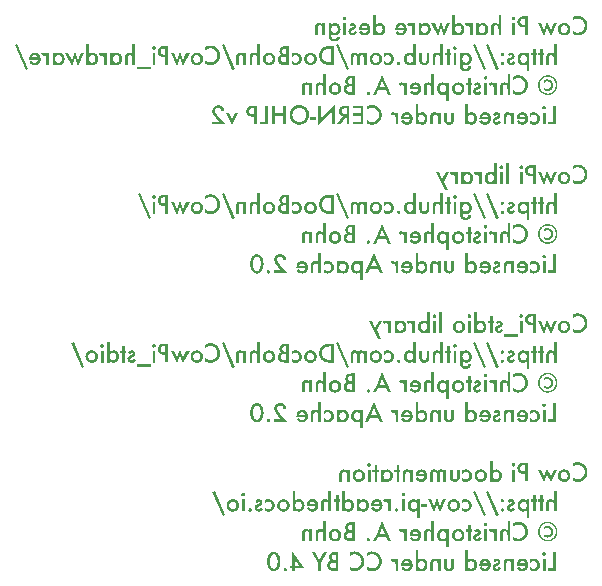
<source format=gbr>
%TF.GenerationSoftware,KiCad,Pcbnew,7.0.2-0*%
%TF.CreationDate,2023-12-08T09:20:58-06:00*%
%TF.ProjectId,CowPi-mk4b-natural,436f7750-692d-46d6-9b34-622d6e617475,mk4b*%
%TF.SameCoordinates,Original*%
%TF.FileFunction,Legend,Bot*%
%TF.FilePolarity,Positive*%
%FSLAX46Y46*%
G04 Gerber Fmt 4.6, Leading zero omitted, Abs format (unit mm)*
G04 Created by KiCad (PCBNEW 7.0.2-0) date 2023-12-08 09:20:58*
%MOMM*%
%LPD*%
G01*
G04 APERTURE LIST*
%ADD10C,0.150000*%
G04 APERTURE END LIST*
D10*
G36*
X224648506Y-70974221D02*
G01*
X224648506Y-71261817D01*
X224661595Y-71251133D01*
X224674712Y-71240789D01*
X224687858Y-71230783D01*
X224701033Y-71221117D01*
X224714237Y-71211789D01*
X224727469Y-71202801D01*
X224740729Y-71194152D01*
X224754019Y-71185843D01*
X224767336Y-71177872D01*
X224780683Y-71170241D01*
X224794058Y-71162948D01*
X224807462Y-71155995D01*
X224820894Y-71149381D01*
X224834355Y-71143107D01*
X224847845Y-71137171D01*
X224874910Y-71126318D01*
X224902090Y-71116821D01*
X224929384Y-71108681D01*
X224956793Y-71101897D01*
X224984316Y-71096470D01*
X225011953Y-71092400D01*
X225039705Y-71089687D01*
X225067572Y-71088330D01*
X225081548Y-71088161D01*
X225096883Y-71088332D01*
X225112065Y-71088846D01*
X225127096Y-71089703D01*
X225141975Y-71090903D01*
X225156703Y-71092445D01*
X225171279Y-71094330D01*
X225199975Y-71099129D01*
X225228065Y-71105298D01*
X225255548Y-71112839D01*
X225282425Y-71121750D01*
X225308694Y-71132033D01*
X225334357Y-71143686D01*
X225359413Y-71156711D01*
X225383862Y-71171106D01*
X225407704Y-71186873D01*
X225430940Y-71204011D01*
X225453568Y-71222519D01*
X225464655Y-71232287D01*
X225475590Y-71242399D01*
X225486374Y-71252853D01*
X225497005Y-71263649D01*
X225507464Y-71274670D01*
X225517590Y-71285841D01*
X225527385Y-71297164D01*
X225536847Y-71308638D01*
X225545978Y-71320262D01*
X225554776Y-71332038D01*
X225571377Y-71356042D01*
X225586650Y-71380650D01*
X225600595Y-71405861D01*
X225613211Y-71431677D01*
X225624500Y-71458097D01*
X225634461Y-71485121D01*
X225643093Y-71512748D01*
X225650397Y-71540980D01*
X225653552Y-71555322D01*
X225656374Y-71569815D01*
X225658864Y-71584459D01*
X225661022Y-71599255D01*
X225662848Y-71614201D01*
X225664342Y-71629298D01*
X225665504Y-71644546D01*
X225666334Y-71659945D01*
X225666832Y-71675495D01*
X225666998Y-71691196D01*
X225666832Y-71706714D01*
X225666334Y-71722080D01*
X225665504Y-71737294D01*
X225664342Y-71752356D01*
X225662848Y-71767267D01*
X225661022Y-71782026D01*
X225658864Y-71796633D01*
X225656374Y-71811089D01*
X225650397Y-71839545D01*
X225643093Y-71867395D01*
X225634461Y-71894637D01*
X225624500Y-71921273D01*
X225613211Y-71947302D01*
X225600595Y-71972724D01*
X225586650Y-71997540D01*
X225571377Y-72021748D01*
X225554776Y-72045350D01*
X225536847Y-72068345D01*
X225527385Y-72079615D01*
X225517590Y-72090734D01*
X225507464Y-72101700D01*
X225497005Y-72112515D01*
X225486306Y-72123064D01*
X225475457Y-72133278D01*
X225464459Y-72143157D01*
X225453311Y-72152701D01*
X225430566Y-72170784D01*
X225407223Y-72187528D01*
X225383282Y-72202933D01*
X225358743Y-72216998D01*
X225333605Y-72229723D01*
X225307870Y-72241109D01*
X225281536Y-72251155D01*
X225254604Y-72259862D01*
X225227074Y-72267230D01*
X225198945Y-72273258D01*
X225170218Y-72277946D01*
X225155631Y-72279788D01*
X225140894Y-72281295D01*
X225126007Y-72282467D01*
X225110970Y-72283304D01*
X225095785Y-72283806D01*
X225080449Y-72283974D01*
X225064705Y-72283812D01*
X225049257Y-72283327D01*
X225034103Y-72282518D01*
X225019243Y-72281386D01*
X224997507Y-72279082D01*
X224976435Y-72276050D01*
X224956025Y-72272290D01*
X224936279Y-72267802D01*
X224917196Y-72262587D01*
X224898777Y-72256644D01*
X224881021Y-72249973D01*
X224863928Y-72242575D01*
X224848373Y-72235814D01*
X224832622Y-72228356D01*
X224816674Y-72220201D01*
X224803774Y-72213174D01*
X224790748Y-72205701D01*
X224777596Y-72197781D01*
X224764319Y-72189415D01*
X224760980Y-72187254D01*
X224747521Y-72178323D01*
X224733891Y-72168935D01*
X224720090Y-72159089D01*
X224706116Y-72148785D01*
X224691971Y-72138023D01*
X224677655Y-72126803D01*
X224663166Y-72115126D01*
X224648506Y-72102990D01*
X224648506Y-72396814D01*
X224661394Y-72404297D01*
X224674323Y-72411543D01*
X224687292Y-72418551D01*
X224700300Y-72425322D01*
X224726438Y-72438150D01*
X224752736Y-72450028D01*
X224779195Y-72460956D01*
X224805813Y-72470934D01*
X224832592Y-72479961D01*
X224859531Y-72488039D01*
X224886631Y-72495166D01*
X224913891Y-72501342D01*
X224941311Y-72506569D01*
X224968891Y-72510845D01*
X224996632Y-72514171D01*
X225024533Y-72516546D01*
X225052594Y-72517972D01*
X225080816Y-72518447D01*
X225102036Y-72518212D01*
X225123060Y-72517509D01*
X225143890Y-72516338D01*
X225164524Y-72514697D01*
X225184963Y-72512588D01*
X225205206Y-72510010D01*
X225225254Y-72506964D01*
X225245107Y-72503449D01*
X225264764Y-72499465D01*
X225284226Y-72495012D01*
X225303493Y-72490091D01*
X225322564Y-72484701D01*
X225341440Y-72478843D01*
X225360121Y-72472515D01*
X225378606Y-72465719D01*
X225396896Y-72458455D01*
X225414991Y-72450721D01*
X225432890Y-72442519D01*
X225450594Y-72433849D01*
X225468103Y-72424709D01*
X225485416Y-72415101D01*
X225502534Y-72405024D01*
X225519456Y-72394479D01*
X225536183Y-72383464D01*
X225552715Y-72371982D01*
X225569052Y-72360030D01*
X225585193Y-72347610D01*
X225601139Y-72334721D01*
X225616889Y-72321363D01*
X225632444Y-72307537D01*
X225647804Y-72293242D01*
X225662968Y-72278478D01*
X225677732Y-72263245D01*
X225692027Y-72247817D01*
X225705853Y-72232193D01*
X225719211Y-72216374D01*
X225732100Y-72200359D01*
X225744520Y-72184149D01*
X225756472Y-72167744D01*
X225767955Y-72151144D01*
X225778969Y-72134348D01*
X225789514Y-72117357D01*
X225799591Y-72100170D01*
X225809199Y-72082788D01*
X225818339Y-72065211D01*
X225827009Y-72047438D01*
X225835211Y-72029470D01*
X225842945Y-72011307D01*
X225850209Y-71992948D01*
X225857005Y-71974394D01*
X225863333Y-71955645D01*
X225869191Y-71936700D01*
X225874581Y-71917560D01*
X225879503Y-71898225D01*
X225883955Y-71878694D01*
X225887939Y-71858968D01*
X225891454Y-71839047D01*
X225894501Y-71818930D01*
X225897078Y-71798618D01*
X225899187Y-71778110D01*
X225900828Y-71757408D01*
X225902000Y-71736510D01*
X225902703Y-71715416D01*
X225902937Y-71694127D01*
X225902741Y-71675027D01*
X225902153Y-71656058D01*
X225901172Y-71637220D01*
X225899800Y-71618513D01*
X225898035Y-71599937D01*
X225895879Y-71581492D01*
X225893330Y-71563177D01*
X225890389Y-71544994D01*
X225887056Y-71526942D01*
X225883331Y-71509020D01*
X225879213Y-71491230D01*
X225874704Y-71473570D01*
X225869802Y-71456042D01*
X225864509Y-71438644D01*
X225858823Y-71421377D01*
X225852745Y-71404241D01*
X225846275Y-71387237D01*
X225839413Y-71370363D01*
X225832159Y-71353620D01*
X225824512Y-71337008D01*
X225816474Y-71320527D01*
X225808043Y-71304177D01*
X225799220Y-71287958D01*
X225790005Y-71271869D01*
X225780398Y-71255912D01*
X225770399Y-71240086D01*
X225760008Y-71224391D01*
X225749224Y-71208826D01*
X225738049Y-71193393D01*
X225726481Y-71178090D01*
X225714521Y-71162919D01*
X225702169Y-71147878D01*
X225686572Y-71129778D01*
X225670691Y-71112253D01*
X225654526Y-71095303D01*
X225638078Y-71078927D01*
X225621347Y-71063126D01*
X225604333Y-71047899D01*
X225587035Y-71033247D01*
X225569454Y-71019170D01*
X225551589Y-71005667D01*
X225533441Y-70992739D01*
X225515010Y-70980385D01*
X225496295Y-70968606D01*
X225477297Y-70957401D01*
X225458016Y-70946771D01*
X225438451Y-70936716D01*
X225418603Y-70927235D01*
X225398472Y-70918329D01*
X225378057Y-70909997D01*
X225357359Y-70902240D01*
X225336377Y-70895058D01*
X225315113Y-70888450D01*
X225293564Y-70882417D01*
X225271733Y-70876958D01*
X225249618Y-70872074D01*
X225227220Y-70867765D01*
X225204538Y-70864030D01*
X225181573Y-70860870D01*
X225158324Y-70858284D01*
X225134793Y-70856273D01*
X225110978Y-70854837D01*
X225086879Y-70853975D01*
X225062497Y-70853688D01*
X225035764Y-70854158D01*
X225009145Y-70855571D01*
X224982641Y-70857925D01*
X224956252Y-70861221D01*
X224929976Y-70865458D01*
X224903816Y-70870638D01*
X224877770Y-70876758D01*
X224851838Y-70883821D01*
X224826021Y-70891825D01*
X224800318Y-70900771D01*
X224774730Y-70910659D01*
X224749256Y-70921488D01*
X224723897Y-70933259D01*
X224698652Y-70945971D01*
X224673521Y-70959626D01*
X224648506Y-70974221D01*
G37*
G36*
X223954808Y-71463912D02*
G01*
X223981591Y-71465693D01*
X224007850Y-71468663D01*
X224033586Y-71472820D01*
X224058798Y-71478165D01*
X224083486Y-71484699D01*
X224107650Y-71492419D01*
X224131291Y-71501328D01*
X224154408Y-71511424D01*
X224177001Y-71522709D01*
X224199070Y-71535181D01*
X224220615Y-71548841D01*
X224241637Y-71563689D01*
X224262134Y-71579724D01*
X224282108Y-71596948D01*
X224301559Y-71615359D01*
X224320147Y-71634570D01*
X224337537Y-71654285D01*
X224353727Y-71674504D01*
X224368718Y-71695226D01*
X224382509Y-71716453D01*
X224395102Y-71738183D01*
X224406495Y-71760416D01*
X224416689Y-71783154D01*
X224425683Y-71806395D01*
X224433478Y-71830140D01*
X224440074Y-71854389D01*
X224445471Y-71879141D01*
X224449669Y-71904397D01*
X224452667Y-71930157D01*
X224454466Y-71956421D01*
X224455065Y-71983189D01*
X224454477Y-72011598D01*
X224452713Y-72039397D01*
X224449772Y-72066587D01*
X224445654Y-72093167D01*
X224440361Y-72119137D01*
X224433891Y-72144498D01*
X224426244Y-72169249D01*
X224417421Y-72193390D01*
X224407422Y-72216922D01*
X224396247Y-72239844D01*
X224383895Y-72262156D01*
X224370366Y-72283859D01*
X224355662Y-72304952D01*
X224339781Y-72325436D01*
X224322723Y-72345310D01*
X224304490Y-72364574D01*
X224285430Y-72383207D01*
X224265804Y-72400638D01*
X224245611Y-72416867D01*
X224224851Y-72431893D01*
X224203525Y-72445718D01*
X224181632Y-72458340D01*
X224159172Y-72469760D01*
X224136145Y-72479979D01*
X224112552Y-72488995D01*
X224088392Y-72496808D01*
X224063665Y-72503420D01*
X224038372Y-72508830D01*
X224012512Y-72513037D01*
X223986085Y-72516043D01*
X223959091Y-72517846D01*
X223931531Y-72518447D01*
X223903689Y-72517857D01*
X223876399Y-72516088D01*
X223849661Y-72513140D01*
X223823476Y-72509013D01*
X223797844Y-72503706D01*
X223772763Y-72497221D01*
X223748236Y-72489556D01*
X223724260Y-72480711D01*
X223700837Y-72470688D01*
X223677967Y-72459485D01*
X223655648Y-72447103D01*
X223633883Y-72433542D01*
X223612669Y-72418801D01*
X223592008Y-72402882D01*
X223571900Y-72385783D01*
X223552344Y-72367505D01*
X223533711Y-72348262D01*
X223516280Y-72328453D01*
X223500051Y-72308076D01*
X223485024Y-72287134D01*
X223471200Y-72265624D01*
X223458577Y-72243548D01*
X223447157Y-72220905D01*
X223436939Y-72197695D01*
X223427923Y-72173918D01*
X223420109Y-72149575D01*
X223413497Y-72124665D01*
X223408088Y-72099189D01*
X223403880Y-72073145D01*
X223400875Y-72046535D01*
X223399072Y-72019358D01*
X223398471Y-71991615D01*
X223634409Y-71991615D01*
X223634487Y-72000626D01*
X223635111Y-72018306D01*
X223636359Y-72035530D01*
X223638231Y-72052300D01*
X223640727Y-72068615D01*
X223643847Y-72084474D01*
X223647591Y-72099879D01*
X223651958Y-72114828D01*
X223656950Y-72129323D01*
X223662566Y-72143362D01*
X223668805Y-72156946D01*
X223675669Y-72170075D01*
X223683157Y-72182749D01*
X223695558Y-72200906D01*
X223704605Y-72212442D01*
X223714277Y-72223524D01*
X223724425Y-72234038D01*
X223740436Y-72248538D01*
X223757393Y-72261511D01*
X223775298Y-72272958D01*
X223794148Y-72282879D01*
X223813946Y-72291273D01*
X223834690Y-72298142D01*
X223849046Y-72301873D01*
X223863822Y-72304925D01*
X223879019Y-72307299D01*
X223894637Y-72308995D01*
X223910675Y-72310013D01*
X223927134Y-72310352D01*
X223943465Y-72310008D01*
X223959392Y-72308978D01*
X223974915Y-72307261D01*
X223990035Y-72304856D01*
X224004751Y-72301765D01*
X224019063Y-72297987D01*
X224039775Y-72291032D01*
X224059579Y-72282531D01*
X224078475Y-72272485D01*
X224096463Y-72260893D01*
X224113543Y-72247755D01*
X224129715Y-72233072D01*
X224139992Y-72222424D01*
X224144861Y-72216937D01*
X224158539Y-72199744D01*
X224166885Y-72187674D01*
X224174613Y-72175118D01*
X224181723Y-72162075D01*
X224188215Y-72148545D01*
X224194088Y-72134529D01*
X224199343Y-72120026D01*
X224203980Y-72105036D01*
X224207998Y-72089560D01*
X224211399Y-72073598D01*
X224214181Y-72057148D01*
X224216345Y-72040213D01*
X224217890Y-72022790D01*
X224218818Y-72004881D01*
X224219127Y-71986486D01*
X224218812Y-71969284D01*
X224217867Y-71952483D01*
X224216293Y-71936082D01*
X224214089Y-71920082D01*
X224211256Y-71904483D01*
X224207792Y-71889285D01*
X224203699Y-71874487D01*
X224198977Y-71860090D01*
X224193624Y-71846094D01*
X224187642Y-71832498D01*
X224181031Y-71819304D01*
X224173789Y-71806509D01*
X224165918Y-71794116D01*
X224157417Y-71782123D01*
X224148287Y-71770531D01*
X224138527Y-71759340D01*
X224128213Y-71748693D01*
X224112017Y-71734009D01*
X224094952Y-71720872D01*
X224077018Y-71709280D01*
X224058214Y-71699233D01*
X224038541Y-71690733D01*
X224017998Y-71683777D01*
X224003820Y-71679999D01*
X223989256Y-71676908D01*
X223974305Y-71674504D01*
X223958968Y-71672786D01*
X223943244Y-71671756D01*
X223927134Y-71671413D01*
X223910804Y-71671756D01*
X223894877Y-71672786D01*
X223879354Y-71674504D01*
X223864234Y-71676908D01*
X223849518Y-71679999D01*
X223835206Y-71683777D01*
X223814494Y-71690733D01*
X223794689Y-71699233D01*
X223775793Y-71709280D01*
X223757805Y-71720872D01*
X223740725Y-71734009D01*
X223724554Y-71748693D01*
X223714277Y-71759340D01*
X223704605Y-71770423D01*
X223695558Y-71781963D01*
X223687134Y-71793961D01*
X223679335Y-71806418D01*
X223672159Y-71819332D01*
X223665608Y-71832704D01*
X223659680Y-71846535D01*
X223654376Y-71860823D01*
X223649696Y-71875569D01*
X223645641Y-71890773D01*
X223642209Y-71906435D01*
X223639401Y-71922555D01*
X223637217Y-71939133D01*
X223635657Y-71956169D01*
X223634721Y-71973663D01*
X223634409Y-71991615D01*
X223398471Y-71991615D01*
X223399068Y-71964088D01*
X223400858Y-71937101D01*
X223403842Y-71910656D01*
X223408019Y-71884751D01*
X223413390Y-71859388D01*
X223419955Y-71834565D01*
X223427713Y-71810283D01*
X223436664Y-71786543D01*
X223446809Y-71763343D01*
X223458148Y-71740684D01*
X223470680Y-71718566D01*
X223484406Y-71696989D01*
X223499325Y-71675954D01*
X223515438Y-71655459D01*
X223532745Y-71635505D01*
X223551245Y-71616092D01*
X223570832Y-71597592D01*
X223590944Y-71580285D01*
X223611579Y-71564172D01*
X223632738Y-71549253D01*
X223654421Y-71535527D01*
X223676627Y-71522995D01*
X223699357Y-71511656D01*
X223722612Y-71501511D01*
X223746389Y-71492560D01*
X223770691Y-71484802D01*
X223795517Y-71478237D01*
X223820866Y-71472866D01*
X223846739Y-71468689D01*
X223873136Y-71465705D01*
X223900056Y-71463914D01*
X223927501Y-71463318D01*
X223954808Y-71463912D01*
G37*
G36*
X223055920Y-71486765D02*
G01*
X222794336Y-72059759D01*
X222512602Y-71395174D01*
X222228303Y-72059759D01*
X221970016Y-71486765D01*
X221711730Y-71486765D01*
X222234531Y-72565708D01*
X222512602Y-71919808D01*
X222793603Y-72565708D01*
X223315306Y-71486765D01*
X223055920Y-71486765D01*
G37*
G36*
X220866161Y-72483276D02*
G01*
X220630222Y-72483276D01*
X220630222Y-71838475D01*
X220518481Y-71838475D01*
X220502988Y-71838351D01*
X220487695Y-71837980D01*
X220472603Y-71837361D01*
X220457711Y-71836494D01*
X220428527Y-71834018D01*
X220400146Y-71830552D01*
X220372565Y-71826096D01*
X220345786Y-71820649D01*
X220319809Y-71814212D01*
X220294633Y-71806784D01*
X220270258Y-71798366D01*
X220246685Y-71788958D01*
X220223913Y-71778560D01*
X220201943Y-71767171D01*
X220180774Y-71754792D01*
X220160406Y-71741423D01*
X220140840Y-71727063D01*
X220122075Y-71711713D01*
X220104285Y-71695515D01*
X220087643Y-71678614D01*
X220072148Y-71661008D01*
X220057801Y-71642699D01*
X220044602Y-71623685D01*
X220032551Y-71603967D01*
X220021647Y-71583545D01*
X220011891Y-71562419D01*
X220003283Y-71540589D01*
X219995823Y-71518055D01*
X219989510Y-71494816D01*
X219984345Y-71470874D01*
X219980328Y-71446227D01*
X219977459Y-71420877D01*
X219975737Y-71394822D01*
X219975163Y-71368063D01*
X219975226Y-71365132D01*
X220211102Y-71365132D01*
X220211424Y-71381451D01*
X220212391Y-71397252D01*
X220214003Y-71412535D01*
X220219161Y-71441546D01*
X220226897Y-71468485D01*
X220237213Y-71493352D01*
X220250107Y-71516147D01*
X220265580Y-71536870D01*
X220283632Y-71555520D01*
X220304263Y-71572098D01*
X220327473Y-71586604D01*
X220353261Y-71599037D01*
X220367123Y-71604477D01*
X220381629Y-71609398D01*
X220396780Y-71613802D01*
X220412575Y-71617687D01*
X220429015Y-71621055D01*
X220446100Y-71623904D01*
X220463830Y-71626235D01*
X220482204Y-71628049D01*
X220501223Y-71629344D01*
X220520887Y-71630121D01*
X220541196Y-71630380D01*
X220630222Y-71630380D01*
X220630222Y-71108677D01*
X220551454Y-71108677D01*
X220530514Y-71108928D01*
X220510239Y-71109679D01*
X220490629Y-71110931D01*
X220471684Y-71112684D01*
X220453403Y-71114938D01*
X220435787Y-71117693D01*
X220418836Y-71120949D01*
X220402550Y-71124706D01*
X220386928Y-71128963D01*
X220371971Y-71133722D01*
X220357679Y-71138981D01*
X220331089Y-71151002D01*
X220307158Y-71165027D01*
X220285886Y-71181056D01*
X220267273Y-71199088D01*
X220251319Y-71219123D01*
X220238024Y-71241162D01*
X220227388Y-71265205D01*
X220219411Y-71291251D01*
X220214093Y-71319301D01*
X220212431Y-71334077D01*
X220211434Y-71349354D01*
X220211102Y-71365132D01*
X219975226Y-71365132D01*
X219975698Y-71343053D01*
X219977304Y-71318581D01*
X219979980Y-71294647D01*
X219983727Y-71271251D01*
X219988544Y-71248394D01*
X219994432Y-71226074D01*
X220001390Y-71204292D01*
X220009418Y-71183049D01*
X220018517Y-71162344D01*
X220028687Y-71142177D01*
X220039927Y-71122547D01*
X220052237Y-71103456D01*
X220065618Y-71084903D01*
X220080069Y-71066889D01*
X220095591Y-71049412D01*
X220112183Y-71032473D01*
X220122035Y-71023092D01*
X220137178Y-71009735D01*
X220152758Y-70997234D01*
X220168777Y-70985589D01*
X220185233Y-70974801D01*
X220202127Y-70964869D01*
X220219459Y-70955794D01*
X220237229Y-70947576D01*
X220255437Y-70940214D01*
X220274083Y-70933708D01*
X220293167Y-70928060D01*
X220299628Y-70926369D01*
X220320158Y-70921620D01*
X220334800Y-70918722D01*
X220350206Y-70916038D01*
X220366376Y-70913570D01*
X220383310Y-70911316D01*
X220401009Y-70909276D01*
X220419471Y-70907452D01*
X220438698Y-70905842D01*
X220458689Y-70904446D01*
X220479445Y-70903266D01*
X220500964Y-70902300D01*
X220523248Y-70901548D01*
X220546296Y-70901012D01*
X220570109Y-70900690D01*
X220594685Y-70900582D01*
X220866161Y-70900582D01*
X220866161Y-72483276D01*
G37*
G36*
X219542853Y-71486765D02*
G01*
X219542853Y-72495000D01*
X219778792Y-72495000D01*
X219778792Y-71486765D01*
X219542853Y-71486765D01*
G37*
G36*
X219802239Y-71074972D02*
G01*
X219801541Y-71059848D01*
X219799446Y-71045250D01*
X219794862Y-71027744D01*
X219788097Y-71011061D01*
X219779149Y-70995201D01*
X219770419Y-70983105D01*
X219760293Y-70971536D01*
X219757543Y-70968726D01*
X219746008Y-70958250D01*
X219733935Y-70949171D01*
X219721324Y-70941489D01*
X219704804Y-70933851D01*
X219687443Y-70928394D01*
X219672948Y-70925601D01*
X219657916Y-70924204D01*
X219650198Y-70924030D01*
X219634645Y-70924728D01*
X219619675Y-70926823D01*
X219605290Y-70930315D01*
X219588129Y-70936644D01*
X219575057Y-70943279D01*
X219562569Y-70951310D01*
X219550665Y-70960738D01*
X219542120Y-70968726D01*
X219531645Y-70979940D01*
X219522566Y-70991784D01*
X219513181Y-71007474D01*
X219505979Y-71024149D01*
X219501789Y-71038196D01*
X219498995Y-71052874D01*
X219497599Y-71068181D01*
X219497424Y-71076071D01*
X219498122Y-71091704D01*
X219500218Y-71106731D01*
X219503709Y-71121151D01*
X219510039Y-71138322D01*
X219518550Y-71154546D01*
X219526931Y-71166842D01*
X219536708Y-71178531D01*
X219542120Y-71184148D01*
X219553329Y-71194624D01*
X219565156Y-71203703D01*
X219580808Y-71213087D01*
X219597427Y-71220289D01*
X219615012Y-71225309D01*
X219629775Y-71227753D01*
X219645157Y-71228801D01*
X219649099Y-71228845D01*
X219664658Y-71228152D01*
X219679644Y-71226074D01*
X219694059Y-71222611D01*
X219707900Y-71217762D01*
X219721170Y-71211528D01*
X219733866Y-71203909D01*
X219745991Y-71194904D01*
X219757543Y-71184515D01*
X219768018Y-71173026D01*
X219777097Y-71160907D01*
X219784780Y-71148159D01*
X219791065Y-71134781D01*
X219795954Y-71120773D01*
X219799446Y-71106135D01*
X219801541Y-71090868D01*
X219802239Y-71074972D01*
G37*
G36*
X218609357Y-70759898D02*
G01*
X218373418Y-70759898D01*
X218373418Y-71573960D01*
X218357841Y-71560562D01*
X218342066Y-71548028D01*
X218326093Y-71536359D01*
X218309923Y-71525554D01*
X218293555Y-71515613D01*
X218276990Y-71506537D01*
X218260228Y-71498326D01*
X218243268Y-71490978D01*
X218226110Y-71484495D01*
X218208755Y-71478877D01*
X218191202Y-71474123D01*
X218173452Y-71470233D01*
X218155505Y-71467207D01*
X218137360Y-71465046D01*
X218119017Y-71463750D01*
X218100477Y-71463318D01*
X218079450Y-71463748D01*
X218058958Y-71465041D01*
X218039001Y-71467195D01*
X218019579Y-71470210D01*
X218000693Y-71474087D01*
X217982342Y-71478825D01*
X217964526Y-71484425D01*
X217947245Y-71490887D01*
X217930500Y-71498210D01*
X217914290Y-71506394D01*
X217898615Y-71515440D01*
X217883475Y-71525348D01*
X217868870Y-71536117D01*
X217854801Y-71547748D01*
X217841267Y-71560240D01*
X217828268Y-71573593D01*
X217817798Y-71586038D01*
X217808004Y-71599376D01*
X217798885Y-71613607D01*
X217790441Y-71628731D01*
X217782673Y-71644748D01*
X217775581Y-71661658D01*
X217769164Y-71679461D01*
X217763422Y-71698157D01*
X217758356Y-71717746D01*
X217753965Y-71738228D01*
X217750250Y-71759603D01*
X217747210Y-71781871D01*
X217744846Y-71805033D01*
X217743157Y-71829087D01*
X217742144Y-71854034D01*
X217741806Y-71879874D01*
X217741806Y-72495000D01*
X217977745Y-72495000D01*
X217977745Y-71900757D01*
X217977911Y-71885905D01*
X217978783Y-71864603D01*
X217980401Y-71844474D01*
X217982767Y-71825517D01*
X217985879Y-71807732D01*
X217989739Y-71791119D01*
X217994346Y-71775678D01*
X217999700Y-71761409D01*
X218008000Y-71744207D01*
X218017629Y-71729089D01*
X218020243Y-71725635D01*
X218031583Y-71712926D01*
X218044538Y-71701912D01*
X218059107Y-71692593D01*
X218075290Y-71684968D01*
X218093087Y-71679038D01*
X218107494Y-71675702D01*
X218122810Y-71673319D01*
X218139033Y-71671889D01*
X218156164Y-71671413D01*
X218170908Y-71671707D01*
X218191982Y-71673255D01*
X218211806Y-71676130D01*
X218230381Y-71680331D01*
X218247707Y-71685858D01*
X218263783Y-71692713D01*
X218278610Y-71700893D01*
X218292188Y-71710401D01*
X218304516Y-71721235D01*
X218315595Y-71733396D01*
X218325425Y-71746884D01*
X218334002Y-71762197D01*
X218341735Y-71779423D01*
X218348625Y-71798561D01*
X218354671Y-71819613D01*
X218358233Y-71834709D01*
X218361420Y-71850656D01*
X218364232Y-71867453D01*
X218366669Y-71885100D01*
X218368732Y-71903597D01*
X218370419Y-71922945D01*
X218371731Y-71943142D01*
X218372669Y-71964189D01*
X218373231Y-71986087D01*
X218373418Y-72008834D01*
X218373418Y-72495000D01*
X218609357Y-72495000D01*
X218609357Y-70759898D01*
G37*
G36*
X217060748Y-71463903D02*
G01*
X217085150Y-71465659D01*
X217109028Y-71468586D01*
X217132382Y-71472683D01*
X217155213Y-71477951D01*
X217177520Y-71484389D01*
X217199303Y-71491999D01*
X217220562Y-71500778D01*
X217241297Y-71510729D01*
X217261509Y-71521850D01*
X217281196Y-71534142D01*
X217300360Y-71547604D01*
X217319001Y-71562237D01*
X217337117Y-71578041D01*
X217354710Y-71595016D01*
X217371779Y-71613161D01*
X217388016Y-71632183D01*
X217403206Y-71651789D01*
X217417348Y-71671979D01*
X217430443Y-71692753D01*
X217442490Y-71714111D01*
X217453489Y-71736053D01*
X217463441Y-71758579D01*
X217472346Y-71781688D01*
X217480202Y-71805382D01*
X217487012Y-71829659D01*
X217492773Y-71854520D01*
X217497487Y-71879965D01*
X217501154Y-71905995D01*
X217503773Y-71932607D01*
X217505344Y-71959804D01*
X217505868Y-71987585D01*
X217505344Y-72015821D01*
X217503773Y-72043467D01*
X217501154Y-72070524D01*
X217497487Y-72096991D01*
X217492773Y-72122868D01*
X217487012Y-72148156D01*
X217480202Y-72172854D01*
X217472346Y-72196962D01*
X217463441Y-72220481D01*
X217453489Y-72243410D01*
X217442490Y-72265750D01*
X217430443Y-72287500D01*
X217417348Y-72308660D01*
X217403206Y-72329231D01*
X217388016Y-72349212D01*
X217371779Y-72368604D01*
X217354557Y-72386749D01*
X217336779Y-72403723D01*
X217318447Y-72419527D01*
X217299559Y-72434160D01*
X217280116Y-72447623D01*
X217260118Y-72459914D01*
X217239564Y-72471036D01*
X217218455Y-72480986D01*
X217196791Y-72489766D01*
X217174572Y-72497375D01*
X217151797Y-72503814D01*
X217128467Y-72509082D01*
X217104582Y-72513179D01*
X217080141Y-72516106D01*
X217055145Y-72517861D01*
X217029594Y-72518447D01*
X217009162Y-72517930D01*
X216988899Y-72516380D01*
X216968805Y-72513797D01*
X216948880Y-72510181D01*
X216929123Y-72505531D01*
X216909536Y-72499848D01*
X216890117Y-72493132D01*
X216870867Y-72485382D01*
X216851786Y-72476600D01*
X216832874Y-72466784D01*
X216814131Y-72455934D01*
X216795556Y-72444052D01*
X216777151Y-72431136D01*
X216758914Y-72417187D01*
X216740846Y-72402205D01*
X216722947Y-72386189D01*
X216722947Y-72495000D01*
X216497633Y-72495000D01*
X216497633Y-71991615D01*
X216708659Y-71991615D01*
X216708967Y-72008917D01*
X216709890Y-72025836D01*
X216711428Y-72042371D01*
X216713582Y-72058522D01*
X216716351Y-72074290D01*
X216719736Y-72089675D01*
X216723736Y-72104676D01*
X216728351Y-72119293D01*
X216733582Y-72133527D01*
X216739428Y-72147377D01*
X216745890Y-72160844D01*
X216752966Y-72173927D01*
X216760659Y-72186627D01*
X216768966Y-72198943D01*
X216777889Y-72210875D01*
X216787428Y-72222424D01*
X216802631Y-72238138D01*
X216818704Y-72252306D01*
X216835647Y-72264928D01*
X216853459Y-72276005D01*
X216872140Y-72285536D01*
X216891691Y-72293522D01*
X216912111Y-72299962D01*
X216933401Y-72304856D01*
X216948077Y-72307261D01*
X216963139Y-72308978D01*
X216978588Y-72310008D01*
X216994423Y-72310352D01*
X217001871Y-72310263D01*
X217016525Y-72309553D01*
X217037906Y-72307158D01*
X217058566Y-72303165D01*
X217078504Y-72297575D01*
X217097721Y-72290388D01*
X217116217Y-72281604D01*
X217133991Y-72271222D01*
X217151044Y-72259244D01*
X217167376Y-72245669D01*
X217182986Y-72230496D01*
X217192993Y-72219494D01*
X217202309Y-72208065D01*
X217211025Y-72196218D01*
X217219139Y-72183953D01*
X217226652Y-72171271D01*
X217233565Y-72158170D01*
X217239876Y-72144652D01*
X217245586Y-72130716D01*
X217250695Y-72116362D01*
X217255203Y-72101590D01*
X217259110Y-72086400D01*
X217262416Y-72070793D01*
X217265121Y-72054767D01*
X217267224Y-72038324D01*
X217268727Y-72021462D01*
X217269629Y-72004183D01*
X217269929Y-71986486D01*
X217269620Y-71969894D01*
X217268693Y-71953639D01*
X217267147Y-71937722D01*
X217264983Y-71922143D01*
X217262201Y-71906902D01*
X217258801Y-71891998D01*
X217254782Y-71877432D01*
X217250146Y-71863204D01*
X217244891Y-71849314D01*
X217239017Y-71835761D01*
X217232526Y-71822546D01*
X217225416Y-71809669D01*
X217217688Y-71797130D01*
X217209342Y-71784928D01*
X217200377Y-71773064D01*
X217190795Y-71761538D01*
X217185787Y-71755993D01*
X217175540Y-71745432D01*
X217159591Y-71730910D01*
X217142945Y-71717972D01*
X217125605Y-71706618D01*
X217107568Y-71696848D01*
X217088837Y-71688663D01*
X217069409Y-71682062D01*
X217049286Y-71677045D01*
X217028468Y-71673613D01*
X217006954Y-71671765D01*
X216992225Y-71671413D01*
X216976656Y-71671760D01*
X216961456Y-71672804D01*
X216946626Y-71674542D01*
X216925072Y-71678455D01*
X216904349Y-71683932D01*
X216884457Y-71690974D01*
X216865396Y-71699581D01*
X216847165Y-71709753D01*
X216829765Y-71721490D01*
X216813196Y-71734792D01*
X216797458Y-71749659D01*
X216787428Y-71760439D01*
X216777889Y-71771990D01*
X216768966Y-71783927D01*
X216760659Y-71796250D01*
X216752966Y-71808960D01*
X216745890Y-71822056D01*
X216739428Y-71835538D01*
X216733582Y-71849407D01*
X216728351Y-71863662D01*
X216723736Y-71878304D01*
X216719736Y-71893332D01*
X216716351Y-71908747D01*
X216713582Y-71924547D01*
X216711428Y-71940735D01*
X216709890Y-71957308D01*
X216708967Y-71974269D01*
X216708659Y-71991615D01*
X216497633Y-71991615D01*
X216497633Y-71486765D01*
X216722947Y-71486765D01*
X216722947Y-71605467D01*
X216740398Y-71588254D01*
X216758130Y-71572151D01*
X216776142Y-71557158D01*
X216794434Y-71543277D01*
X216813007Y-71530505D01*
X216831861Y-71518845D01*
X216850995Y-71508295D01*
X216870409Y-71498855D01*
X216890104Y-71490526D01*
X216910079Y-71483307D01*
X216930335Y-71477199D01*
X216950872Y-71472202D01*
X216971689Y-71468315D01*
X216992786Y-71465539D01*
X217014164Y-71463873D01*
X217035822Y-71463318D01*
X217060748Y-71463903D01*
G37*
G36*
X216200146Y-71486765D02*
G01*
X215964207Y-71486765D01*
X215964207Y-71582752D01*
X215952383Y-71570355D01*
X215940817Y-71558718D01*
X215929508Y-71547841D01*
X215918457Y-71537724D01*
X215904123Y-71525416D01*
X215890247Y-71514460D01*
X215876829Y-71504854D01*
X215863869Y-71496600D01*
X215851367Y-71489696D01*
X215835226Y-71482097D01*
X215818172Y-71475786D01*
X215803873Y-71471664D01*
X215788989Y-71468367D01*
X215773522Y-71465894D01*
X215757470Y-71464245D01*
X215740835Y-71463421D01*
X215732298Y-71463318D01*
X215715123Y-71463823D01*
X215697806Y-71465340D01*
X215680347Y-71467868D01*
X215662746Y-71471406D01*
X215645004Y-71475956D01*
X215627120Y-71481517D01*
X215609095Y-71488089D01*
X215590928Y-71495672D01*
X215572619Y-71504266D01*
X215554168Y-71513872D01*
X215541789Y-71520837D01*
X215647302Y-71744685D01*
X215659572Y-71736305D01*
X215675853Y-71726413D01*
X215692041Y-71717987D01*
X215708138Y-71711026D01*
X215724144Y-71705530D01*
X215740058Y-71701500D01*
X215755880Y-71698936D01*
X215771611Y-71697837D01*
X215775529Y-71697791D01*
X215798377Y-71698897D01*
X215819751Y-71702216D01*
X215839650Y-71707747D01*
X215858076Y-71715491D01*
X215875027Y-71725447D01*
X215890505Y-71737616D01*
X215904508Y-71751997D01*
X215917038Y-71768591D01*
X215928093Y-71787397D01*
X215937674Y-71808416D01*
X215945781Y-71831647D01*
X215952415Y-71857091D01*
X215957574Y-71884747D01*
X215959601Y-71899405D01*
X215961259Y-71914616D01*
X215962549Y-71930380D01*
X215963470Y-71946697D01*
X215964023Y-71963567D01*
X215964207Y-71980990D01*
X215964207Y-72495000D01*
X216200146Y-72495000D01*
X216200146Y-71486765D01*
G37*
G36*
X214702448Y-71606933D02*
G01*
X214719673Y-71589542D01*
X214737184Y-71573273D01*
X214754982Y-71558126D01*
X214773065Y-71544101D01*
X214791435Y-71531198D01*
X214810091Y-71519417D01*
X214829033Y-71508758D01*
X214848261Y-71499221D01*
X214867776Y-71490806D01*
X214887577Y-71483514D01*
X214907664Y-71477343D01*
X214928037Y-71472294D01*
X214948697Y-71468367D01*
X214969642Y-71465562D01*
X214990874Y-71463879D01*
X215012393Y-71463318D01*
X215037085Y-71463907D01*
X215061245Y-71465676D01*
X215084873Y-71468624D01*
X215107968Y-71472752D01*
X215130531Y-71478058D01*
X215152561Y-71484544D01*
X215174059Y-71492209D01*
X215195025Y-71501053D01*
X215215459Y-71511077D01*
X215235360Y-71522279D01*
X215254728Y-71534661D01*
X215273565Y-71548223D01*
X215291868Y-71562963D01*
X215309640Y-71578883D01*
X215326879Y-71595982D01*
X215343586Y-71614260D01*
X215359646Y-71633278D01*
X215374670Y-71652871D01*
X215388657Y-71673040D01*
X215401609Y-71693784D01*
X215413524Y-71715103D01*
X215424404Y-71736998D01*
X215434247Y-71759467D01*
X215443054Y-71782513D01*
X215450825Y-71806133D01*
X215457560Y-71830329D01*
X215463258Y-71855100D01*
X215467921Y-71880446D01*
X215471547Y-71906368D01*
X215474138Y-71932865D01*
X215475692Y-71959937D01*
X215476210Y-71987585D01*
X215475692Y-72015821D01*
X215474138Y-72043467D01*
X215471547Y-72070524D01*
X215467921Y-72096991D01*
X215463258Y-72122868D01*
X215457560Y-72148156D01*
X215450825Y-72172854D01*
X215443054Y-72196962D01*
X215434247Y-72220481D01*
X215424404Y-72243410D01*
X215413524Y-72265750D01*
X215401609Y-72287500D01*
X215388657Y-72308660D01*
X215374670Y-72329231D01*
X215359646Y-72349212D01*
X215343586Y-72368604D01*
X215326602Y-72386749D01*
X215309079Y-72403723D01*
X215291018Y-72419527D01*
X215272420Y-72434160D01*
X215253283Y-72447623D01*
X215233608Y-72459914D01*
X215213395Y-72471036D01*
X215192644Y-72480986D01*
X215171355Y-72489766D01*
X215149527Y-72497375D01*
X215127162Y-72503814D01*
X215104258Y-72509082D01*
X215080817Y-72513179D01*
X215056837Y-72516106D01*
X215032319Y-72517861D01*
X215007264Y-72518447D01*
X214986109Y-72517930D01*
X214965235Y-72516380D01*
X214944641Y-72513797D01*
X214924328Y-72510181D01*
X214904295Y-72505531D01*
X214884543Y-72499848D01*
X214865071Y-72493132D01*
X214845880Y-72485382D01*
X214826969Y-72476600D01*
X214808339Y-72466784D01*
X214789989Y-72455934D01*
X214771920Y-72444052D01*
X214754132Y-72431136D01*
X214736623Y-72417187D01*
X214719396Y-72402205D01*
X214702448Y-72386189D01*
X214702448Y-72495000D01*
X214466510Y-72495000D01*
X214466510Y-71991615D01*
X214688160Y-71991615D01*
X214688462Y-72008917D01*
X214689368Y-72025836D01*
X214690878Y-72042371D01*
X214692992Y-72058522D01*
X214695709Y-72074290D01*
X214699031Y-72089675D01*
X214702956Y-72104676D01*
X214707486Y-72119293D01*
X214712619Y-72133527D01*
X214718357Y-72147377D01*
X214724698Y-72160844D01*
X214731643Y-72173927D01*
X214739192Y-72186627D01*
X214747345Y-72198943D01*
X214756102Y-72210875D01*
X214765463Y-72222424D01*
X214775361Y-72233072D01*
X214790915Y-72247755D01*
X214807320Y-72260893D01*
X214824575Y-72272485D01*
X214842680Y-72282531D01*
X214861635Y-72291032D01*
X214881440Y-72297987D01*
X214902096Y-72303397D01*
X214923601Y-72307261D01*
X214938410Y-72308978D01*
X214953597Y-72310008D01*
X214969162Y-72310352D01*
X214990927Y-72309553D01*
X215011983Y-72307158D01*
X215032332Y-72303165D01*
X215051971Y-72297575D01*
X215070903Y-72290388D01*
X215089126Y-72281604D01*
X215106641Y-72271222D01*
X215123447Y-72259244D01*
X215139545Y-72245669D01*
X215154934Y-72230496D01*
X215164800Y-72219494D01*
X215178288Y-72202194D01*
X215190449Y-72183953D01*
X215197819Y-72171271D01*
X215204599Y-72158170D01*
X215210790Y-72144652D01*
X215216392Y-72130716D01*
X215221403Y-72116362D01*
X215225826Y-72101590D01*
X215229658Y-72086400D01*
X215232901Y-72070793D01*
X215235554Y-72054767D01*
X215237618Y-72038324D01*
X215239092Y-72021462D01*
X215239976Y-72004183D01*
X215240271Y-71986486D01*
X215240195Y-71978148D01*
X215239589Y-71961724D01*
X215238375Y-71945638D01*
X215236555Y-71929890D01*
X215234127Y-71914480D01*
X215231093Y-71899408D01*
X215227453Y-71884673D01*
X215223205Y-71870276D01*
X215218351Y-71856217D01*
X215212890Y-71842495D01*
X215206822Y-71829112D01*
X215196582Y-71809669D01*
X215188997Y-71797130D01*
X215180806Y-71784928D01*
X215172007Y-71773064D01*
X215162602Y-71761538D01*
X215152650Y-71750625D01*
X215137153Y-71735574D01*
X215120974Y-71722108D01*
X215104112Y-71710226D01*
X215086567Y-71699929D01*
X215068340Y-71691216D01*
X215049430Y-71684087D01*
X215029837Y-71678542D01*
X215009562Y-71674581D01*
X214988604Y-71672205D01*
X214966963Y-71671413D01*
X214959269Y-71671500D01*
X214944151Y-71672195D01*
X214929393Y-71673586D01*
X214907933Y-71676977D01*
X214887284Y-71681932D01*
X214867447Y-71688453D01*
X214848421Y-71696538D01*
X214830207Y-71706189D01*
X214812804Y-71717404D01*
X214796212Y-71730184D01*
X214780432Y-71744529D01*
X214765463Y-71760439D01*
X214756102Y-71771990D01*
X214747345Y-71783927D01*
X214739192Y-71796250D01*
X214731643Y-71808960D01*
X214724698Y-71822056D01*
X214718357Y-71835538D01*
X214712619Y-71849407D01*
X214707486Y-71863662D01*
X214702956Y-71878304D01*
X214699031Y-71893332D01*
X214695709Y-71908747D01*
X214692992Y-71924547D01*
X214690878Y-71940735D01*
X214689368Y-71957308D01*
X214688462Y-71974269D01*
X214688160Y-71991615D01*
X214466510Y-71991615D01*
X214466510Y-70759898D01*
X214702448Y-70759898D01*
X214702448Y-71606933D01*
G37*
G36*
X214040428Y-71486765D02*
G01*
X213778844Y-72059759D01*
X213497110Y-71395174D01*
X213212811Y-72059759D01*
X212954525Y-71486765D01*
X212696238Y-71486765D01*
X213219040Y-72565708D01*
X213497110Y-71919808D01*
X213778111Y-72565708D01*
X214299814Y-71486765D01*
X214040428Y-71486765D01*
G37*
G36*
X212180776Y-71463903D02*
G01*
X212205178Y-71465659D01*
X212229056Y-71468586D01*
X212252410Y-71472683D01*
X212275241Y-71477951D01*
X212297548Y-71484389D01*
X212319330Y-71491999D01*
X212340590Y-71500778D01*
X212361325Y-71510729D01*
X212381537Y-71521850D01*
X212401224Y-71534142D01*
X212420388Y-71547604D01*
X212439029Y-71562237D01*
X212457145Y-71578041D01*
X212474738Y-71595016D01*
X212491806Y-71613161D01*
X212508044Y-71632183D01*
X212523234Y-71651789D01*
X212537376Y-71671979D01*
X212550471Y-71692753D01*
X212562518Y-71714111D01*
X212573517Y-71736053D01*
X212583469Y-71758579D01*
X212592373Y-71781688D01*
X212600230Y-71805382D01*
X212607039Y-71829659D01*
X212612801Y-71854520D01*
X212617515Y-71879965D01*
X212621182Y-71905995D01*
X212623801Y-71932607D01*
X212625372Y-71959804D01*
X212625896Y-71987585D01*
X212625372Y-72015821D01*
X212623801Y-72043467D01*
X212621182Y-72070524D01*
X212617515Y-72096991D01*
X212612801Y-72122868D01*
X212607039Y-72148156D01*
X212600230Y-72172854D01*
X212592373Y-72196962D01*
X212583469Y-72220481D01*
X212573517Y-72243410D01*
X212562518Y-72265750D01*
X212550471Y-72287500D01*
X212537376Y-72308660D01*
X212523234Y-72329231D01*
X212508044Y-72349212D01*
X212491806Y-72368604D01*
X212474584Y-72386749D01*
X212456807Y-72403723D01*
X212438475Y-72419527D01*
X212419587Y-72434160D01*
X212400144Y-72447623D01*
X212380145Y-72459914D01*
X212359592Y-72471036D01*
X212338483Y-72480986D01*
X212316819Y-72489766D01*
X212294599Y-72497375D01*
X212271825Y-72503814D01*
X212248495Y-72509082D01*
X212224610Y-72513179D01*
X212200169Y-72516106D01*
X212175173Y-72517861D01*
X212149622Y-72518447D01*
X212129190Y-72517930D01*
X212108927Y-72516380D01*
X212088833Y-72513797D01*
X212068908Y-72510181D01*
X212049151Y-72505531D01*
X212029563Y-72499848D01*
X212010145Y-72493132D01*
X211990895Y-72485382D01*
X211971814Y-72476600D01*
X211952902Y-72466784D01*
X211934159Y-72455934D01*
X211915584Y-72444052D01*
X211897179Y-72431136D01*
X211878942Y-72417187D01*
X211860874Y-72402205D01*
X211842975Y-72386189D01*
X211842975Y-72495000D01*
X211617661Y-72495000D01*
X211617661Y-71991615D01*
X211828687Y-71991615D01*
X211828995Y-72008917D01*
X211829918Y-72025836D01*
X211831456Y-72042371D01*
X211833610Y-72058522D01*
X211836379Y-72074290D01*
X211839764Y-72089675D01*
X211843764Y-72104676D01*
X211848379Y-72119293D01*
X211853610Y-72133527D01*
X211859456Y-72147377D01*
X211865917Y-72160844D01*
X211872994Y-72173927D01*
X211880687Y-72186627D01*
X211888994Y-72198943D01*
X211897917Y-72210875D01*
X211907455Y-72222424D01*
X211922659Y-72238138D01*
X211938732Y-72252306D01*
X211955675Y-72264928D01*
X211973487Y-72276005D01*
X211992168Y-72285536D01*
X212011719Y-72293522D01*
X212032139Y-72299962D01*
X212053429Y-72304856D01*
X212068105Y-72307261D01*
X212083167Y-72308978D01*
X212098616Y-72310008D01*
X212114451Y-72310352D01*
X212121899Y-72310263D01*
X212136553Y-72309553D01*
X212157934Y-72307158D01*
X212178594Y-72303165D01*
X212198532Y-72297575D01*
X212217749Y-72290388D01*
X212236244Y-72281604D01*
X212254019Y-72271222D01*
X212271072Y-72259244D01*
X212287404Y-72245669D01*
X212303014Y-72230496D01*
X212313021Y-72219494D01*
X212322337Y-72208065D01*
X212331053Y-72196218D01*
X212339167Y-72183953D01*
X212346680Y-72171271D01*
X212353593Y-72158170D01*
X212359904Y-72144652D01*
X212365614Y-72130716D01*
X212370723Y-72116362D01*
X212375231Y-72101590D01*
X212379138Y-72086400D01*
X212382444Y-72070793D01*
X212385149Y-72054767D01*
X212387252Y-72038324D01*
X212388755Y-72021462D01*
X212389657Y-72004183D01*
X212389957Y-71986486D01*
X212389648Y-71969894D01*
X212388721Y-71953639D01*
X212387175Y-71937722D01*
X212385011Y-71922143D01*
X212382229Y-71906902D01*
X212378829Y-71891998D01*
X212374810Y-71877432D01*
X212370174Y-71863204D01*
X212364918Y-71849314D01*
X212359045Y-71835761D01*
X212352554Y-71822546D01*
X212345444Y-71809669D01*
X212337716Y-71797130D01*
X212329370Y-71784928D01*
X212320405Y-71773064D01*
X212310822Y-71761538D01*
X212305815Y-71755993D01*
X212295568Y-71745432D01*
X212279619Y-71730910D01*
X212262973Y-71717972D01*
X212245633Y-71706618D01*
X212227596Y-71696848D01*
X212208864Y-71688663D01*
X212189437Y-71682062D01*
X212169314Y-71677045D01*
X212148496Y-71673613D01*
X212126982Y-71671765D01*
X212112253Y-71671413D01*
X212096684Y-71671760D01*
X212081484Y-71672804D01*
X212066654Y-71674542D01*
X212045100Y-71678455D01*
X212024377Y-71683932D01*
X212004485Y-71690974D01*
X211985424Y-71699581D01*
X211967193Y-71709753D01*
X211949793Y-71721490D01*
X211933224Y-71734792D01*
X211917486Y-71749659D01*
X211907455Y-71760439D01*
X211897917Y-71771990D01*
X211888994Y-71783927D01*
X211880687Y-71796250D01*
X211872994Y-71808960D01*
X211865917Y-71822056D01*
X211859456Y-71835538D01*
X211853610Y-71849407D01*
X211848379Y-71863662D01*
X211843764Y-71878304D01*
X211839764Y-71893332D01*
X211836379Y-71908747D01*
X211833610Y-71924547D01*
X211831456Y-71940735D01*
X211829918Y-71957308D01*
X211828995Y-71974269D01*
X211828687Y-71991615D01*
X211617661Y-71991615D01*
X211617661Y-71486765D01*
X211842975Y-71486765D01*
X211842975Y-71605467D01*
X211860426Y-71588254D01*
X211878158Y-71572151D01*
X211896170Y-71557158D01*
X211914462Y-71543277D01*
X211933035Y-71530505D01*
X211951889Y-71518845D01*
X211971022Y-71508295D01*
X211990437Y-71498855D01*
X212010132Y-71490526D01*
X212030107Y-71483307D01*
X212050363Y-71477199D01*
X212070900Y-71472202D01*
X212091717Y-71468315D01*
X212112814Y-71465539D01*
X212134192Y-71463873D01*
X212155850Y-71463318D01*
X212180776Y-71463903D01*
G37*
G36*
X211320174Y-71486765D02*
G01*
X211084235Y-71486765D01*
X211084235Y-71582752D01*
X211072411Y-71570355D01*
X211060845Y-71558718D01*
X211049536Y-71547841D01*
X211038485Y-71537724D01*
X211024151Y-71525416D01*
X211010275Y-71514460D01*
X210996857Y-71504854D01*
X210983897Y-71496600D01*
X210971395Y-71489696D01*
X210955254Y-71482097D01*
X210938200Y-71475786D01*
X210923900Y-71471664D01*
X210909017Y-71468367D01*
X210893549Y-71465894D01*
X210877498Y-71464245D01*
X210860863Y-71463421D01*
X210852326Y-71463318D01*
X210835151Y-71463823D01*
X210817834Y-71465340D01*
X210800375Y-71467868D01*
X210782774Y-71471406D01*
X210765032Y-71475956D01*
X210747148Y-71481517D01*
X210729123Y-71488089D01*
X210710956Y-71495672D01*
X210692647Y-71504266D01*
X210674196Y-71513872D01*
X210661817Y-71520837D01*
X210767330Y-71744685D01*
X210779600Y-71736305D01*
X210795880Y-71726413D01*
X210812069Y-71717987D01*
X210828166Y-71711026D01*
X210844172Y-71705530D01*
X210860086Y-71701500D01*
X210875908Y-71698936D01*
X210891639Y-71697837D01*
X210895557Y-71697791D01*
X210918405Y-71698897D01*
X210939779Y-71702216D01*
X210959678Y-71707747D01*
X210978104Y-71715491D01*
X210995055Y-71725447D01*
X211010533Y-71737616D01*
X211024536Y-71751997D01*
X211037066Y-71768591D01*
X211048121Y-71787397D01*
X211057702Y-71808416D01*
X211065809Y-71831647D01*
X211072443Y-71857091D01*
X211077602Y-71884747D01*
X211079629Y-71899405D01*
X211081287Y-71914616D01*
X211082577Y-71930380D01*
X211083498Y-71946697D01*
X211084051Y-71963567D01*
X211084235Y-71980990D01*
X211084235Y-72495000D01*
X211320174Y-72495000D01*
X211320174Y-71486765D01*
G37*
G36*
X210139686Y-71463883D02*
G01*
X210166063Y-71465579D01*
X210191767Y-71468405D01*
X210216799Y-71472362D01*
X210241158Y-71477450D01*
X210264844Y-71483668D01*
X210287858Y-71491017D01*
X210310199Y-71499496D01*
X210331867Y-71509106D01*
X210352863Y-71519847D01*
X210373186Y-71531718D01*
X210392837Y-71544719D01*
X210411815Y-71558851D01*
X210430120Y-71574114D01*
X210447753Y-71590508D01*
X210464713Y-71608032D01*
X210472805Y-71617279D01*
X210488218Y-71636304D01*
X210502603Y-71656036D01*
X210515961Y-71676476D01*
X210528292Y-71697622D01*
X210539595Y-71719475D01*
X210549870Y-71742035D01*
X210559118Y-71765302D01*
X210567338Y-71789276D01*
X210574531Y-71813957D01*
X210580696Y-71839344D01*
X210585834Y-71865439D01*
X210589944Y-71892241D01*
X210593027Y-71919750D01*
X210595082Y-71947966D01*
X210596109Y-71976889D01*
X210596238Y-71991615D01*
X210595707Y-72021062D01*
X210594114Y-72049775D01*
X210591459Y-72077756D01*
X210587743Y-72105005D01*
X210582964Y-72131520D01*
X210577124Y-72157303D01*
X210570222Y-72182353D01*
X210562257Y-72206671D01*
X210553231Y-72230256D01*
X210543144Y-72253107D01*
X210531994Y-72275227D01*
X210519782Y-72296613D01*
X210506509Y-72317267D01*
X210492173Y-72337188D01*
X210476776Y-72356376D01*
X210460317Y-72374832D01*
X210442936Y-72392223D01*
X210424865Y-72408492D01*
X210406105Y-72423639D01*
X210386654Y-72437663D01*
X210366514Y-72450566D01*
X210345685Y-72462347D01*
X210324165Y-72473006D01*
X210301956Y-72482543D01*
X210279056Y-72490958D01*
X210255467Y-72498251D01*
X210231189Y-72504422D01*
X210206220Y-72509471D01*
X210180562Y-72513398D01*
X210154213Y-72516203D01*
X210127176Y-72517886D01*
X210099448Y-72518447D01*
X210080116Y-72518189D01*
X210061140Y-72517416D01*
X210042518Y-72516128D01*
X210024251Y-72514325D01*
X210006340Y-72512007D01*
X209988783Y-72509173D01*
X209971581Y-72505824D01*
X209954734Y-72501960D01*
X209938116Y-72497547D01*
X209921784Y-72492549D01*
X209905738Y-72486968D01*
X209889979Y-72480803D01*
X209874506Y-72474054D01*
X209859319Y-72466721D01*
X209844418Y-72458804D01*
X209829804Y-72450303D01*
X209815452Y-72441121D01*
X209801342Y-72431344D01*
X209787471Y-72420971D01*
X209773842Y-72410003D01*
X209760452Y-72398440D01*
X209747303Y-72386281D01*
X209734394Y-72373527D01*
X209721726Y-72360177D01*
X209709167Y-72346095D01*
X209696768Y-72331326D01*
X209687573Y-72319799D01*
X209678469Y-72307885D01*
X209669456Y-72295584D01*
X209660532Y-72282897D01*
X209651698Y-72269824D01*
X209642955Y-72256365D01*
X209634302Y-72242519D01*
X209625739Y-72228286D01*
X209821377Y-72122407D01*
X209830201Y-72135608D01*
X209838906Y-72148282D01*
X209847489Y-72160429D01*
X209860140Y-72177662D01*
X209872519Y-72193711D01*
X209884629Y-72208574D01*
X209896468Y-72222253D01*
X209908036Y-72234746D01*
X209919334Y-72246055D01*
X209933977Y-72259290D01*
X209948139Y-72270418D01*
X209958985Y-72277555D01*
X209974278Y-72285978D01*
X209990521Y-72293154D01*
X210007715Y-72299082D01*
X210025858Y-72303761D01*
X210044952Y-72307193D01*
X210059896Y-72308948D01*
X210075375Y-72310001D01*
X210091388Y-72310352D01*
X210105108Y-72310079D01*
X210125103Y-72308644D01*
X210144396Y-72305978D01*
X210162987Y-72302083D01*
X210180877Y-72296958D01*
X210198064Y-72290603D01*
X210214549Y-72283018D01*
X210230332Y-72274202D01*
X210245414Y-72264157D01*
X210259793Y-72252882D01*
X210273471Y-72240376D01*
X210286256Y-72226684D01*
X210297960Y-72212122D01*
X210308582Y-72196691D01*
X210318121Y-72180390D01*
X210326579Y-72163220D01*
X210333955Y-72145180D01*
X210340249Y-72126271D01*
X210345461Y-72106493D01*
X210349592Y-72085845D01*
X210352640Y-72064328D01*
X210354071Y-72049501D01*
X209634898Y-72049501D01*
X209634898Y-71994912D01*
X209635022Y-71979426D01*
X209635396Y-71964152D01*
X209636018Y-71949092D01*
X209636890Y-71934245D01*
X209639380Y-71905190D01*
X209642866Y-71876989D01*
X209645336Y-71861922D01*
X209873035Y-71861922D01*
X210338684Y-71861922D01*
X210337224Y-71856418D01*
X210332364Y-71840352D01*
X210326783Y-71824956D01*
X210320480Y-71810230D01*
X210313456Y-71796174D01*
X210305711Y-71782787D01*
X210304329Y-71780600D01*
X210295708Y-71767908D01*
X210286520Y-71755964D01*
X210276766Y-71744767D01*
X210266445Y-71734317D01*
X210253687Y-71723070D01*
X210244024Y-71715571D01*
X210229954Y-71706034D01*
X210215252Y-71697619D01*
X210199920Y-71690326D01*
X210186276Y-71684968D01*
X210181629Y-71683327D01*
X210167431Y-71679038D01*
X210152847Y-71675702D01*
X210137876Y-71673319D01*
X210122519Y-71671889D01*
X210106775Y-71671413D01*
X210084138Y-71672157D01*
X210062571Y-71674389D01*
X210042075Y-71678110D01*
X210022649Y-71683319D01*
X210004293Y-71690017D01*
X209987008Y-71698203D01*
X209970794Y-71707877D01*
X209955650Y-71719040D01*
X209941576Y-71731691D01*
X209928573Y-71745830D01*
X209916641Y-71761458D01*
X209905778Y-71778574D01*
X209895987Y-71797179D01*
X209887266Y-71817271D01*
X209879615Y-71838853D01*
X209873035Y-71861922D01*
X209645336Y-71861922D01*
X209647349Y-71849640D01*
X209652827Y-71823145D01*
X209659301Y-71797502D01*
X209666772Y-71772712D01*
X209675238Y-71748776D01*
X209684700Y-71725692D01*
X209695159Y-71703461D01*
X209706614Y-71682083D01*
X209719064Y-71661558D01*
X209732511Y-71641886D01*
X209746954Y-71623067D01*
X209762393Y-71605101D01*
X209778873Y-71587932D01*
X209796075Y-71571870D01*
X209813998Y-71556917D01*
X209832643Y-71543071D01*
X209852009Y-71530332D01*
X209872096Y-71518702D01*
X209892904Y-71508179D01*
X209914434Y-71498763D01*
X209936685Y-71490456D01*
X209959657Y-71483256D01*
X209983350Y-71477164D01*
X210007765Y-71472179D01*
X210032901Y-71468302D01*
X210058758Y-71465533D01*
X210085337Y-71463872D01*
X210112637Y-71463318D01*
X210139686Y-71463883D01*
G37*
G36*
X208014102Y-71606933D02*
G01*
X208031327Y-71589542D01*
X208048838Y-71573273D01*
X208066636Y-71558126D01*
X208084719Y-71544101D01*
X208103089Y-71531198D01*
X208121745Y-71519417D01*
X208140687Y-71508758D01*
X208159915Y-71499221D01*
X208179430Y-71490806D01*
X208199231Y-71483514D01*
X208219318Y-71477343D01*
X208239691Y-71472294D01*
X208260351Y-71468367D01*
X208281296Y-71465562D01*
X208302528Y-71463879D01*
X208324046Y-71463318D01*
X208348739Y-71463907D01*
X208372899Y-71465676D01*
X208396527Y-71468624D01*
X208419622Y-71472752D01*
X208442185Y-71478058D01*
X208464215Y-71484544D01*
X208485713Y-71492209D01*
X208506679Y-71501053D01*
X208527112Y-71511077D01*
X208547013Y-71522279D01*
X208566382Y-71534661D01*
X208585218Y-71548223D01*
X208603522Y-71562963D01*
X208621294Y-71578883D01*
X208638533Y-71595982D01*
X208655240Y-71614260D01*
X208671300Y-71633278D01*
X208686324Y-71652871D01*
X208700311Y-71673040D01*
X208713263Y-71693784D01*
X208725178Y-71715103D01*
X208736057Y-71736998D01*
X208745901Y-71759467D01*
X208754708Y-71782513D01*
X208762479Y-71806133D01*
X208769213Y-71830329D01*
X208774912Y-71855100D01*
X208779575Y-71880446D01*
X208783201Y-71906368D01*
X208785791Y-71932865D01*
X208787346Y-71959937D01*
X208787864Y-71987585D01*
X208787346Y-72015821D01*
X208785791Y-72043467D01*
X208783201Y-72070524D01*
X208779575Y-72096991D01*
X208774912Y-72122868D01*
X208769213Y-72148156D01*
X208762479Y-72172854D01*
X208754708Y-72196962D01*
X208745901Y-72220481D01*
X208736057Y-72243410D01*
X208725178Y-72265750D01*
X208713263Y-72287500D01*
X208700311Y-72308660D01*
X208686324Y-72329231D01*
X208671300Y-72349212D01*
X208655240Y-72368604D01*
X208638255Y-72386749D01*
X208620733Y-72403723D01*
X208602672Y-72419527D01*
X208584074Y-72434160D01*
X208564937Y-72447623D01*
X208545262Y-72459914D01*
X208525049Y-72471036D01*
X208504298Y-72480986D01*
X208483009Y-72489766D01*
X208461181Y-72497375D01*
X208438816Y-72503814D01*
X208415912Y-72509082D01*
X208392471Y-72513179D01*
X208368491Y-72516106D01*
X208343973Y-72517861D01*
X208318917Y-72518447D01*
X208297763Y-72517930D01*
X208276889Y-72516380D01*
X208256295Y-72513797D01*
X208235982Y-72510181D01*
X208215949Y-72505531D01*
X208196197Y-72499848D01*
X208176725Y-72493132D01*
X208157534Y-72485382D01*
X208138623Y-72476600D01*
X208119993Y-72466784D01*
X208101643Y-72455934D01*
X208083574Y-72444052D01*
X208065785Y-72431136D01*
X208048277Y-72417187D01*
X208031050Y-72402205D01*
X208014102Y-72386189D01*
X208014102Y-72495000D01*
X207778164Y-72495000D01*
X207778164Y-71991615D01*
X207999814Y-71991615D01*
X208000116Y-72008917D01*
X208001022Y-72025836D01*
X208002532Y-72042371D01*
X208004646Y-72058522D01*
X208007363Y-72074290D01*
X208010685Y-72089675D01*
X208014610Y-72104676D01*
X208019140Y-72119293D01*
X208024273Y-72133527D01*
X208030011Y-72147377D01*
X208036352Y-72160844D01*
X208043297Y-72173927D01*
X208050846Y-72186627D01*
X208058999Y-72198943D01*
X208067756Y-72210875D01*
X208077117Y-72222424D01*
X208087015Y-72233072D01*
X208102569Y-72247755D01*
X208118974Y-72260893D01*
X208136229Y-72272485D01*
X208154334Y-72282531D01*
X208173289Y-72291032D01*
X208193094Y-72297987D01*
X208213749Y-72303397D01*
X208235255Y-72307261D01*
X208250064Y-72308978D01*
X208265251Y-72310008D01*
X208280816Y-72310352D01*
X208302581Y-72309553D01*
X208323637Y-72307158D01*
X208343985Y-72303165D01*
X208363625Y-72297575D01*
X208382557Y-72290388D01*
X208400780Y-72281604D01*
X208418294Y-72271222D01*
X208435101Y-72259244D01*
X208451199Y-72245669D01*
X208466588Y-72230496D01*
X208476454Y-72219494D01*
X208489942Y-72202194D01*
X208502102Y-72183953D01*
X208509473Y-72171271D01*
X208516253Y-72158170D01*
X208522444Y-72144652D01*
X208528046Y-72130716D01*
X208533057Y-72116362D01*
X208537479Y-72101590D01*
X208541312Y-72086400D01*
X208544555Y-72070793D01*
X208547208Y-72054767D01*
X208549272Y-72038324D01*
X208550746Y-72021462D01*
X208551630Y-72004183D01*
X208551925Y-71986486D01*
X208551849Y-71978148D01*
X208551242Y-71961724D01*
X208550029Y-71945638D01*
X208548208Y-71929890D01*
X208545781Y-71914480D01*
X208542747Y-71899408D01*
X208539107Y-71884673D01*
X208534859Y-71870276D01*
X208530005Y-71856217D01*
X208524544Y-71842495D01*
X208518476Y-71829112D01*
X208508236Y-71809669D01*
X208500651Y-71797130D01*
X208492460Y-71784928D01*
X208483661Y-71773064D01*
X208474256Y-71761538D01*
X208464304Y-71750625D01*
X208448807Y-71735574D01*
X208432628Y-71722108D01*
X208415766Y-71710226D01*
X208398221Y-71699929D01*
X208379994Y-71691216D01*
X208361084Y-71684087D01*
X208341491Y-71678542D01*
X208321216Y-71674581D01*
X208300258Y-71672205D01*
X208278617Y-71671413D01*
X208270923Y-71671500D01*
X208255805Y-71672195D01*
X208241047Y-71673586D01*
X208219587Y-71676977D01*
X208198938Y-71681932D01*
X208179101Y-71688453D01*
X208160075Y-71696538D01*
X208141860Y-71706189D01*
X208124457Y-71717404D01*
X208107866Y-71730184D01*
X208092086Y-71744529D01*
X208077117Y-71760439D01*
X208067756Y-71771990D01*
X208058999Y-71783927D01*
X208050846Y-71796250D01*
X208043297Y-71808960D01*
X208036352Y-71822056D01*
X208030011Y-71835538D01*
X208024273Y-71849407D01*
X208019140Y-71863662D01*
X208014610Y-71878304D01*
X208010685Y-71893332D01*
X208007363Y-71908747D01*
X208004646Y-71924547D01*
X208002532Y-71940735D01*
X208001022Y-71957308D01*
X208000116Y-71974269D01*
X207999814Y-71991615D01*
X207778164Y-71991615D01*
X207778164Y-70759898D01*
X208014102Y-70759898D01*
X208014102Y-71606933D01*
G37*
G36*
X207072485Y-71463883D02*
G01*
X207098861Y-71465579D01*
X207124566Y-71468405D01*
X207149597Y-71472362D01*
X207173956Y-71477450D01*
X207197642Y-71483668D01*
X207220656Y-71491017D01*
X207242997Y-71499496D01*
X207264666Y-71509106D01*
X207285661Y-71519847D01*
X207305985Y-71531718D01*
X207325635Y-71544719D01*
X207344613Y-71558851D01*
X207362918Y-71574114D01*
X207380551Y-71590508D01*
X207397511Y-71608032D01*
X207405603Y-71617279D01*
X207421016Y-71636304D01*
X207435402Y-71656036D01*
X207448760Y-71676476D01*
X207461090Y-71697622D01*
X207472393Y-71719475D01*
X207482668Y-71742035D01*
X207491916Y-71765302D01*
X207500137Y-71789276D01*
X207507329Y-71813957D01*
X207513495Y-71839344D01*
X207518632Y-71865439D01*
X207522742Y-71892241D01*
X207525825Y-71919750D01*
X207527880Y-71947966D01*
X207528908Y-71976889D01*
X207529036Y-71991615D01*
X207528505Y-72021062D01*
X207526912Y-72049775D01*
X207524258Y-72077756D01*
X207520541Y-72105005D01*
X207515762Y-72131520D01*
X207509922Y-72157303D01*
X207503020Y-72182353D01*
X207495056Y-72206671D01*
X207486030Y-72230256D01*
X207475942Y-72253107D01*
X207464792Y-72275227D01*
X207452580Y-72296613D01*
X207439307Y-72317267D01*
X207424971Y-72337188D01*
X207409574Y-72356376D01*
X207393115Y-72374832D01*
X207375734Y-72392223D01*
X207357663Y-72408492D01*
X207338903Y-72423639D01*
X207319453Y-72437663D01*
X207299313Y-72450566D01*
X207278483Y-72462347D01*
X207256963Y-72473006D01*
X207234754Y-72482543D01*
X207211855Y-72490958D01*
X207188266Y-72498251D01*
X207163987Y-72504422D01*
X207139018Y-72509471D01*
X207113360Y-72513398D01*
X207087012Y-72516203D01*
X207059974Y-72517886D01*
X207032246Y-72518447D01*
X207012915Y-72518189D01*
X206993938Y-72517416D01*
X206975317Y-72516128D01*
X206957050Y-72514325D01*
X206939138Y-72512007D01*
X206921581Y-72509173D01*
X206904379Y-72505824D01*
X206887532Y-72501960D01*
X206870914Y-72497547D01*
X206854582Y-72492549D01*
X206838537Y-72486968D01*
X206822777Y-72480803D01*
X206807304Y-72474054D01*
X206792117Y-72466721D01*
X206777216Y-72458804D01*
X206762602Y-72450303D01*
X206748251Y-72441121D01*
X206734140Y-72431344D01*
X206720270Y-72420971D01*
X206706640Y-72410003D01*
X206693250Y-72398440D01*
X206680101Y-72386281D01*
X206667193Y-72373527D01*
X206654525Y-72360177D01*
X206641965Y-72346095D01*
X206629566Y-72331326D01*
X206620372Y-72319799D01*
X206611268Y-72307885D01*
X206602254Y-72295584D01*
X206593330Y-72282897D01*
X206584497Y-72269824D01*
X206575753Y-72256365D01*
X206567100Y-72242519D01*
X206558537Y-72228286D01*
X206754176Y-72122407D01*
X206763000Y-72135608D01*
X206771704Y-72148282D01*
X206780288Y-72160429D01*
X206792938Y-72177662D01*
X206805318Y-72193711D01*
X206817427Y-72208574D01*
X206829266Y-72222253D01*
X206840834Y-72234746D01*
X206852132Y-72246055D01*
X206866775Y-72259290D01*
X206880938Y-72270418D01*
X206891784Y-72277555D01*
X206907077Y-72285978D01*
X206923320Y-72293154D01*
X206940513Y-72299082D01*
X206958657Y-72303761D01*
X206977750Y-72307193D01*
X206992694Y-72308948D01*
X207008173Y-72310001D01*
X207024186Y-72310352D01*
X207037906Y-72310079D01*
X207057901Y-72308644D01*
X207077194Y-72305978D01*
X207095786Y-72302083D01*
X207113675Y-72296958D01*
X207130862Y-72290603D01*
X207147347Y-72283018D01*
X207163131Y-72274202D01*
X207178212Y-72264157D01*
X207192592Y-72252882D01*
X207206269Y-72240376D01*
X207219055Y-72226684D01*
X207230758Y-72212122D01*
X207241380Y-72196691D01*
X207250920Y-72180390D01*
X207259378Y-72163220D01*
X207266754Y-72145180D01*
X207273048Y-72126271D01*
X207278260Y-72106493D01*
X207282390Y-72085845D01*
X207285438Y-72064328D01*
X207286869Y-72049501D01*
X206567696Y-72049501D01*
X206567696Y-71994912D01*
X206567821Y-71979426D01*
X206568194Y-71964152D01*
X206568817Y-71949092D01*
X206569688Y-71934245D01*
X206572178Y-71905190D01*
X206575665Y-71876989D01*
X206578134Y-71861922D01*
X206805833Y-71861922D01*
X207271482Y-71861922D01*
X207270022Y-71856418D01*
X207265162Y-71840352D01*
X207259581Y-71824956D01*
X207253278Y-71810230D01*
X207246254Y-71796174D01*
X207238509Y-71782787D01*
X207237127Y-71780600D01*
X207228506Y-71767908D01*
X207219319Y-71755964D01*
X207209564Y-71744767D01*
X207199243Y-71734317D01*
X207186485Y-71723070D01*
X207176822Y-71715571D01*
X207162752Y-71706034D01*
X207148051Y-71697619D01*
X207132719Y-71690326D01*
X207119074Y-71684968D01*
X207114428Y-71683327D01*
X207100230Y-71679038D01*
X207085645Y-71675702D01*
X207070674Y-71673319D01*
X207055317Y-71671889D01*
X207039573Y-71671413D01*
X207016936Y-71672157D01*
X206995369Y-71674389D01*
X206974873Y-71678110D01*
X206955447Y-71683319D01*
X206937092Y-71690017D01*
X206919807Y-71698203D01*
X206903592Y-71707877D01*
X206888448Y-71719040D01*
X206874375Y-71731691D01*
X206861371Y-71745830D01*
X206849439Y-71761458D01*
X206838577Y-71778574D01*
X206828785Y-71797179D01*
X206820064Y-71817271D01*
X206812413Y-71838853D01*
X206805833Y-71861922D01*
X206578134Y-71861922D01*
X206580147Y-71849640D01*
X206585625Y-71823145D01*
X206592099Y-71797502D01*
X206599570Y-71772712D01*
X206608036Y-71748776D01*
X206617499Y-71725692D01*
X206627957Y-71703461D01*
X206639412Y-71682083D01*
X206651863Y-71661558D01*
X206665309Y-71641886D01*
X206679752Y-71623067D01*
X206695191Y-71605101D01*
X206711672Y-71587932D01*
X206728874Y-71571870D01*
X206746797Y-71556917D01*
X206765441Y-71543071D01*
X206784807Y-71530332D01*
X206804894Y-71518702D01*
X206825702Y-71508179D01*
X206847232Y-71498763D01*
X206869483Y-71490456D01*
X206892455Y-71483256D01*
X206916149Y-71477164D01*
X206940563Y-71472179D01*
X206965699Y-71468302D01*
X206991557Y-71465533D01*
X207018135Y-71463872D01*
X207045435Y-71463318D01*
X207072485Y-71463883D01*
G37*
G36*
X205728356Y-71661521D02*
G01*
X205919231Y-71763370D01*
X205928008Y-71746936D01*
X205937165Y-71732119D01*
X205946701Y-71718918D01*
X205956618Y-71707333D01*
X205970431Y-71694402D01*
X205984919Y-71684344D01*
X206000083Y-71677160D01*
X206015923Y-71672849D01*
X206032438Y-71671413D01*
X206047986Y-71672718D01*
X206062388Y-71676633D01*
X206075646Y-71683159D01*
X206087759Y-71692295D01*
X206097697Y-71703492D01*
X206105483Y-71717895D01*
X206109387Y-71732304D01*
X206110474Y-71746151D01*
X206107200Y-71763993D01*
X206099867Y-71778241D01*
X206088344Y-71792467D01*
X206076951Y-71803121D01*
X206063202Y-71813762D01*
X206047095Y-71824390D01*
X206028632Y-71835005D01*
X206015013Y-71842075D01*
X206000347Y-71849139D01*
X205984634Y-71856197D01*
X205976384Y-71859724D01*
X205953731Y-71869566D01*
X205932026Y-71879307D01*
X205911267Y-71888949D01*
X205891456Y-71898490D01*
X205872593Y-71907931D01*
X205854677Y-71917272D01*
X205837708Y-71926512D01*
X205821687Y-71935653D01*
X205806613Y-71944693D01*
X205792487Y-71953633D01*
X205779307Y-71962473D01*
X205767076Y-71971213D01*
X205750505Y-71984135D01*
X205736065Y-71996831D01*
X205727623Y-72005170D01*
X205716165Y-72018016D01*
X205705834Y-72031686D01*
X205696630Y-72046180D01*
X205688554Y-72061499D01*
X205681604Y-72077642D01*
X205675781Y-72094609D01*
X205671085Y-72112401D01*
X205667516Y-72131017D01*
X205665074Y-72150457D01*
X205663760Y-72170721D01*
X205663509Y-72184689D01*
X205663924Y-72202506D01*
X205665169Y-72219963D01*
X205667244Y-72237059D01*
X205670150Y-72253794D01*
X205673885Y-72270169D01*
X205678450Y-72286183D01*
X205683845Y-72301837D01*
X205690071Y-72317130D01*
X205697126Y-72332062D01*
X205705011Y-72346633D01*
X205713727Y-72360844D01*
X205723272Y-72374695D01*
X205733648Y-72388184D01*
X205744853Y-72401313D01*
X205756889Y-72414082D01*
X205769755Y-72426489D01*
X205782835Y-72437625D01*
X205796248Y-72448042D01*
X205809992Y-72457741D01*
X205824068Y-72466721D01*
X205838477Y-72474983D01*
X205853217Y-72482526D01*
X205868290Y-72489351D01*
X205883694Y-72495457D01*
X205899431Y-72500846D01*
X205915499Y-72505515D01*
X205931900Y-72509467D01*
X205948632Y-72512699D01*
X205965697Y-72515214D01*
X205983093Y-72517010D01*
X206000822Y-72518088D01*
X206018883Y-72518447D01*
X206034401Y-72518206D01*
X206049634Y-72517482D01*
X206064581Y-72516277D01*
X206079241Y-72514589D01*
X206107703Y-72509766D01*
X206135020Y-72503014D01*
X206161192Y-72494333D01*
X206186219Y-72483722D01*
X206210102Y-72471183D01*
X206232839Y-72456714D01*
X206254432Y-72440317D01*
X206274880Y-72421990D01*
X206294182Y-72401734D01*
X206312340Y-72379549D01*
X206329353Y-72355435D01*
X206337431Y-72342654D01*
X206345221Y-72329391D01*
X206352726Y-72315646D01*
X206359945Y-72301419D01*
X206366877Y-72286709D01*
X206373523Y-72271517D01*
X206180449Y-72180659D01*
X206172923Y-72193597D01*
X206163409Y-72209425D01*
X206154490Y-72223627D01*
X206146167Y-72236204D01*
X206136600Y-72249638D01*
X206126347Y-72262407D01*
X206117434Y-72271517D01*
X206103866Y-72282705D01*
X206089492Y-72291996D01*
X206074313Y-72299392D01*
X206058330Y-72304891D01*
X206041541Y-72308494D01*
X206023947Y-72310200D01*
X206016684Y-72310352D01*
X205995733Y-72309418D01*
X205976842Y-72306617D01*
X205960012Y-72301948D01*
X205945243Y-72295411D01*
X205932535Y-72287007D01*
X205921888Y-72276735D01*
X205913301Y-72264596D01*
X205906775Y-72250589D01*
X205902310Y-72234714D01*
X205899906Y-72216972D01*
X205899448Y-72204106D01*
X205900850Y-72188851D01*
X205905058Y-72173858D01*
X205912070Y-72159129D01*
X205921888Y-72144664D01*
X205934510Y-72130461D01*
X205945818Y-72119982D01*
X205958703Y-72109652D01*
X205973166Y-72099469D01*
X205989207Y-72089434D01*
X206004291Y-72081936D01*
X206019411Y-72074508D01*
X206034565Y-72067150D01*
X206049754Y-72059862D01*
X206058450Y-72055729D01*
X206073712Y-72048481D01*
X206089044Y-72041163D01*
X206104446Y-72033775D01*
X206117704Y-72027386D01*
X206128792Y-72022023D01*
X206147023Y-72012818D01*
X206164212Y-72003613D01*
X206180357Y-71994409D01*
X206195459Y-71985204D01*
X206209517Y-71975999D01*
X206222532Y-71966794D01*
X206234504Y-71957589D01*
X206248844Y-71945316D01*
X206261329Y-71933043D01*
X206269476Y-71923838D01*
X206278773Y-71911844D01*
X206287156Y-71899220D01*
X206294624Y-71885964D01*
X206301178Y-71872077D01*
X206306817Y-71857559D01*
X206311542Y-71842410D01*
X206315352Y-71826630D01*
X206318248Y-71810219D01*
X206320229Y-71793177D01*
X206321296Y-71775503D01*
X206321499Y-71763370D01*
X206321153Y-71747289D01*
X206320114Y-71731559D01*
X206318382Y-71716182D01*
X206315958Y-71701157D01*
X206312841Y-71686484D01*
X206309032Y-71672163D01*
X206304529Y-71658193D01*
X206296477Y-71637900D01*
X206286867Y-71618399D01*
X206275697Y-71599689D01*
X206262970Y-71581772D01*
X206253619Y-71570267D01*
X206243575Y-71559115D01*
X206232839Y-71548314D01*
X206221376Y-71538022D01*
X206209609Y-71528393D01*
X206197539Y-71519429D01*
X206185166Y-71511128D01*
X206172489Y-71503492D01*
X206159509Y-71496519D01*
X206146226Y-71490211D01*
X206132639Y-71484567D01*
X206118748Y-71479587D01*
X206104554Y-71475270D01*
X206090057Y-71471618D01*
X206075257Y-71468630D01*
X206060153Y-71466306D01*
X206044746Y-71464646D01*
X206029035Y-71463650D01*
X206013021Y-71463318D01*
X205989498Y-71464092D01*
X205966739Y-71466415D01*
X205944744Y-71470286D01*
X205923513Y-71475705D01*
X205903047Y-71482673D01*
X205883345Y-71491190D01*
X205864407Y-71501255D01*
X205846233Y-71512868D01*
X205828824Y-71526030D01*
X205812179Y-71540741D01*
X205796298Y-71557000D01*
X205781181Y-71574807D01*
X205766828Y-71594163D01*
X205753240Y-71615067D01*
X205740416Y-71637520D01*
X205728356Y-71661521D01*
G37*
G36*
X205234130Y-71486765D02*
G01*
X205234130Y-72495000D01*
X205470069Y-72495000D01*
X205470069Y-71486765D01*
X205234130Y-71486765D01*
G37*
G36*
X205493516Y-71074972D02*
G01*
X205492818Y-71059848D01*
X205490723Y-71045250D01*
X205486139Y-71027744D01*
X205479374Y-71011061D01*
X205470426Y-70995201D01*
X205461696Y-70983105D01*
X205451570Y-70971536D01*
X205448820Y-70968726D01*
X205437285Y-70958250D01*
X205425212Y-70949171D01*
X205412601Y-70941489D01*
X205396081Y-70933851D01*
X205378720Y-70928394D01*
X205364225Y-70925601D01*
X205349193Y-70924204D01*
X205341475Y-70924030D01*
X205325922Y-70924728D01*
X205310952Y-70926823D01*
X205296567Y-70930315D01*
X205279406Y-70936644D01*
X205266334Y-70943279D01*
X205253846Y-70951310D01*
X205241942Y-70960738D01*
X205233398Y-70968726D01*
X205222922Y-70979940D01*
X205213843Y-70991784D01*
X205204458Y-71007474D01*
X205197256Y-71024149D01*
X205193066Y-71038196D01*
X205190272Y-71052874D01*
X205188876Y-71068181D01*
X205188701Y-71076071D01*
X205189399Y-71091704D01*
X205191495Y-71106731D01*
X205194987Y-71121151D01*
X205201316Y-71138322D01*
X205209827Y-71154546D01*
X205218208Y-71166842D01*
X205227985Y-71178531D01*
X205233398Y-71184148D01*
X205244606Y-71194624D01*
X205256433Y-71203703D01*
X205272085Y-71213087D01*
X205288704Y-71220289D01*
X205306289Y-71225309D01*
X205321052Y-71227753D01*
X205336434Y-71228801D01*
X205340376Y-71228845D01*
X205355935Y-71228152D01*
X205370921Y-71226074D01*
X205385336Y-71222611D01*
X205399177Y-71217762D01*
X205412447Y-71211528D01*
X205425143Y-71203909D01*
X205437268Y-71194904D01*
X205448820Y-71184515D01*
X205459295Y-71173026D01*
X205468374Y-71160907D01*
X205476057Y-71148159D01*
X205482342Y-71134781D01*
X205487231Y-71120773D01*
X205490723Y-71106135D01*
X205492818Y-71090868D01*
X205493516Y-71074972D01*
G37*
G36*
X204555708Y-71463949D02*
G01*
X204581515Y-71465842D01*
X204606667Y-71468998D01*
X204631163Y-71473416D01*
X204655004Y-71479096D01*
X204678190Y-71486038D01*
X204700720Y-71494243D01*
X204722594Y-71503709D01*
X204743813Y-71514438D01*
X204764377Y-71526430D01*
X204784285Y-71539683D01*
X204803538Y-71554199D01*
X204822135Y-71569977D01*
X204840077Y-71587017D01*
X204857363Y-71605320D01*
X204873994Y-71624884D01*
X204888679Y-71644190D01*
X204902416Y-71664005D01*
X204915206Y-71684330D01*
X204927048Y-71705164D01*
X204937943Y-71726508D01*
X204947891Y-71748361D01*
X204956891Y-71770723D01*
X204964944Y-71793595D01*
X204972050Y-71816977D01*
X204978208Y-71840868D01*
X204983418Y-71865268D01*
X204987682Y-71890178D01*
X204990997Y-71915597D01*
X204993366Y-71941526D01*
X204994787Y-71967964D01*
X204995261Y-71994912D01*
X204994751Y-72022603D01*
X204993223Y-72049712D01*
X204990675Y-72076241D01*
X204987109Y-72102188D01*
X204982524Y-72127555D01*
X204976920Y-72152340D01*
X204970296Y-72176545D01*
X204962654Y-72200168D01*
X204953993Y-72223210D01*
X204944313Y-72245671D01*
X204933614Y-72267552D01*
X204921896Y-72288851D01*
X204909159Y-72309569D01*
X204895404Y-72329706D01*
X204880629Y-72349262D01*
X204864835Y-72368237D01*
X204848382Y-72386072D01*
X204831353Y-72402756D01*
X204813749Y-72418289D01*
X204795569Y-72432672D01*
X204776815Y-72445904D01*
X204757485Y-72457985D01*
X204737579Y-72468916D01*
X204717099Y-72478696D01*
X204696043Y-72487326D01*
X204674411Y-72494805D01*
X204652205Y-72501133D01*
X204629423Y-72506311D01*
X204606066Y-72510338D01*
X204582133Y-72513215D01*
X204557626Y-72514941D01*
X204532543Y-72515516D01*
X204510403Y-72514962D01*
X204488590Y-72513301D01*
X204467104Y-72510531D01*
X204445943Y-72506654D01*
X204425109Y-72501670D01*
X204404601Y-72495578D01*
X204384420Y-72488378D01*
X204364565Y-72480070D01*
X204345036Y-72470655D01*
X204325833Y-72460132D01*
X204306957Y-72448501D01*
X204288407Y-72435763D01*
X204270183Y-72421917D01*
X204252285Y-72406963D01*
X204234714Y-72390902D01*
X204217469Y-72373733D01*
X204217469Y-72514050D01*
X204217715Y-72533255D01*
X204218451Y-72551849D01*
X204219678Y-72569834D01*
X204221396Y-72587209D01*
X204223605Y-72603974D01*
X204226305Y-72620130D01*
X204229496Y-72635676D01*
X204233177Y-72650613D01*
X204242013Y-72678657D01*
X204252812Y-72704262D01*
X204265575Y-72727429D01*
X204280301Y-72748157D01*
X204296990Y-72766447D01*
X204315644Y-72782298D01*
X204336260Y-72795710D01*
X204358840Y-72806684D01*
X204383384Y-72815219D01*
X204409891Y-72821316D01*
X204438361Y-72824973D01*
X204453333Y-72825888D01*
X204468795Y-72826193D01*
X204477250Y-72826101D01*
X204493776Y-72825368D01*
X204509793Y-72823903D01*
X204525301Y-72821705D01*
X204540299Y-72818774D01*
X204554787Y-72815110D01*
X204575565Y-72808241D01*
X204595196Y-72799723D01*
X204613681Y-72789556D01*
X204631020Y-72777741D01*
X204647212Y-72764277D01*
X204662258Y-72749165D01*
X204676157Y-72732404D01*
X204679891Y-72727322D01*
X204688637Y-72713427D01*
X204696542Y-72697834D01*
X204702261Y-72684135D01*
X204707442Y-72669349D01*
X204712084Y-72653475D01*
X204716188Y-72636513D01*
X204719755Y-72618464D01*
X204951297Y-72618464D01*
X204948295Y-72642722D01*
X204944416Y-72666309D01*
X204939662Y-72689227D01*
X204934032Y-72711475D01*
X204927526Y-72733053D01*
X204920145Y-72753962D01*
X204911887Y-72774201D01*
X204902754Y-72793770D01*
X204892745Y-72812669D01*
X204881860Y-72830898D01*
X204870099Y-72848458D01*
X204857462Y-72865348D01*
X204843949Y-72881568D01*
X204829561Y-72897119D01*
X204814297Y-72911999D01*
X204798157Y-72926210D01*
X204781808Y-72939298D01*
X204764909Y-72951541D01*
X204747461Y-72962940D01*
X204729463Y-72973494D01*
X204710916Y-72983204D01*
X204691820Y-72992070D01*
X204672173Y-73000091D01*
X204651977Y-73007268D01*
X204631232Y-73013601D01*
X204609937Y-73019089D01*
X204588093Y-73023733D01*
X204565699Y-73027533D01*
X204542755Y-73030488D01*
X204519262Y-73032599D01*
X204495219Y-73033866D01*
X204470627Y-73034288D01*
X204441574Y-73033679D01*
X204413308Y-73031855D01*
X204385830Y-73028814D01*
X204359138Y-73024556D01*
X204333233Y-73019082D01*
X204308116Y-73012392D01*
X204283786Y-73004485D01*
X204260242Y-72995362D01*
X204237486Y-72985022D01*
X204215517Y-72973466D01*
X204194335Y-72960693D01*
X204173941Y-72946704D01*
X204154333Y-72931498D01*
X204135513Y-72915076D01*
X204117479Y-72897438D01*
X204100233Y-72878583D01*
X204091487Y-72868381D01*
X204079061Y-72852599D01*
X204067466Y-72836245D01*
X204056702Y-72819317D01*
X204046768Y-72801817D01*
X204037665Y-72783743D01*
X204029393Y-72765096D01*
X204021951Y-72745876D01*
X204015341Y-72726082D01*
X204009561Y-72705716D01*
X204004612Y-72684776D01*
X204001594Y-72669063D01*
X203998859Y-72652422D01*
X203996796Y-72637846D01*
X203994930Y-72622626D01*
X203993261Y-72606762D01*
X203991789Y-72590254D01*
X203990938Y-72580008D01*
X203989705Y-72562273D01*
X203988887Y-72547493D01*
X203988217Y-72532185D01*
X203987696Y-72516352D01*
X203987324Y-72499991D01*
X203987101Y-72483104D01*
X203987026Y-72465690D01*
X203987026Y-71990516D01*
X204208310Y-71990516D01*
X204208584Y-72007224D01*
X204209404Y-72023552D01*
X204210770Y-72039499D01*
X204212684Y-72055065D01*
X204215144Y-72070250D01*
X204218151Y-72085055D01*
X204221704Y-72099479D01*
X204228059Y-72120402D01*
X204235644Y-72140468D01*
X204244460Y-72159677D01*
X204254505Y-72178030D01*
X204265780Y-72195526D01*
X204278286Y-72212166D01*
X204288069Y-72223701D01*
X204298276Y-72234492D01*
X204314380Y-72249282D01*
X204331437Y-72262398D01*
X204349448Y-72273840D01*
X204368411Y-72283607D01*
X204388328Y-72291700D01*
X204409198Y-72298119D01*
X204423641Y-72301468D01*
X204438507Y-72304072D01*
X204453797Y-72305933D01*
X204469511Y-72307049D01*
X204485648Y-72307421D01*
X204493790Y-72307329D01*
X204509741Y-72306593D01*
X204525249Y-72305122D01*
X204540313Y-72302915D01*
X204554933Y-72299973D01*
X204576031Y-72294180D01*
X204596132Y-72286733D01*
X204615234Y-72277630D01*
X204633338Y-72266872D01*
X204650443Y-72254458D01*
X204666551Y-72240390D01*
X204681660Y-72224667D01*
X204691178Y-72213265D01*
X204703356Y-72196625D01*
X204714337Y-72179129D01*
X204724119Y-72160776D01*
X204732703Y-72141567D01*
X204740090Y-72121501D01*
X204746279Y-72100578D01*
X204749739Y-72086154D01*
X204752667Y-72071349D01*
X204755063Y-72056164D01*
X204756926Y-72040598D01*
X204758257Y-72024651D01*
X204759056Y-72008323D01*
X204759322Y-71991615D01*
X204759056Y-71974641D01*
X204758257Y-71958064D01*
X204756926Y-71941885D01*
X204755063Y-71926104D01*
X204752667Y-71910721D01*
X204749739Y-71895736D01*
X204746279Y-71881149D01*
X204740090Y-71860014D01*
X204732703Y-71839774D01*
X204724119Y-71820429D01*
X204714337Y-71801980D01*
X204703356Y-71784426D01*
X204691178Y-71767766D01*
X204681531Y-71756099D01*
X204671458Y-71745183D01*
X204655548Y-71730222D01*
X204638678Y-71716955D01*
X204620849Y-71705381D01*
X204602060Y-71695501D01*
X204582312Y-71687315D01*
X204561604Y-71680822D01*
X204547266Y-71677435D01*
X204532501Y-71674800D01*
X204517310Y-71672918D01*
X204501692Y-71671789D01*
X204485648Y-71671413D01*
X204470568Y-71671758D01*
X204448588Y-71673568D01*
X204427373Y-71676931D01*
X204406925Y-71681846D01*
X204387243Y-71688313D01*
X204368328Y-71696331D01*
X204350179Y-71705902D01*
X204332796Y-71717025D01*
X204316180Y-71729700D01*
X204300330Y-71743927D01*
X204285247Y-71759706D01*
X204280513Y-71765145D01*
X204267215Y-71782146D01*
X204255269Y-71800178D01*
X204244675Y-71819241D01*
X204238364Y-71832521D01*
X204232653Y-71846260D01*
X204227544Y-71860457D01*
X204223036Y-71875111D01*
X204219129Y-71890224D01*
X204215824Y-71905794D01*
X204213119Y-71921823D01*
X204211015Y-71938309D01*
X204209512Y-71955253D01*
X204208611Y-71972656D01*
X204208310Y-71990516D01*
X203987026Y-71990516D01*
X203987026Y-71491161D01*
X204217469Y-71491161D01*
X204217469Y-71604368D01*
X204233242Y-71587288D01*
X204249509Y-71571309D01*
X204266272Y-71556433D01*
X204283529Y-71542658D01*
X204301282Y-71529986D01*
X204319530Y-71518415D01*
X204338274Y-71507947D01*
X204357512Y-71498580D01*
X204377246Y-71490316D01*
X204397474Y-71483153D01*
X204418198Y-71477092D01*
X204439417Y-71472133D01*
X204461132Y-71468277D01*
X204483341Y-71465522D01*
X204506046Y-71463869D01*
X204529245Y-71463318D01*
X204555708Y-71463949D01*
G37*
G36*
X203692469Y-71486765D02*
G01*
X203456531Y-71486765D01*
X203456531Y-71581653D01*
X203441208Y-71567324D01*
X203425647Y-71553918D01*
X203409849Y-71541438D01*
X203393814Y-71529882D01*
X203377541Y-71519250D01*
X203361030Y-71509543D01*
X203344282Y-71500760D01*
X203327296Y-71492902D01*
X203310072Y-71485968D01*
X203292611Y-71479959D01*
X203274913Y-71474874D01*
X203256977Y-71470714D01*
X203238803Y-71467478D01*
X203220392Y-71465167D01*
X203201743Y-71463780D01*
X203182857Y-71463318D01*
X203161224Y-71463748D01*
X203140198Y-71465041D01*
X203119779Y-71467195D01*
X203099967Y-71470210D01*
X203080761Y-71474087D01*
X203062163Y-71478825D01*
X203044171Y-71484425D01*
X203026786Y-71490887D01*
X203010007Y-71498210D01*
X202993836Y-71506394D01*
X202978271Y-71515440D01*
X202963313Y-71525348D01*
X202948962Y-71536117D01*
X202935217Y-71547748D01*
X202922080Y-71560240D01*
X202909549Y-71573593D01*
X202899301Y-71585781D01*
X202889714Y-71598895D01*
X202880788Y-71612937D01*
X202872523Y-71627907D01*
X202864920Y-71643804D01*
X202857977Y-71660628D01*
X202851696Y-71678379D01*
X202846076Y-71697058D01*
X202841118Y-71716664D01*
X202836820Y-71737198D01*
X202833183Y-71758659D01*
X202830208Y-71781047D01*
X202827894Y-71804363D01*
X202826241Y-71828606D01*
X202825249Y-71853776D01*
X202824919Y-71879874D01*
X202824919Y-72495000D01*
X203060857Y-72495000D01*
X203060857Y-71934096D01*
X203061018Y-71915906D01*
X203061499Y-71898433D01*
X203062300Y-71881674D01*
X203063422Y-71865631D01*
X203064864Y-71850304D01*
X203066628Y-71835693D01*
X203069873Y-71815117D01*
X203073840Y-71796151D01*
X203078529Y-71778795D01*
X203083938Y-71763049D01*
X203090069Y-71748914D01*
X203099366Y-71732570D01*
X203101890Y-71728932D01*
X203112812Y-71715451D01*
X203125795Y-71703767D01*
X203140839Y-71693881D01*
X203157944Y-71685792D01*
X203172125Y-71680906D01*
X203187465Y-71677030D01*
X203203964Y-71674165D01*
X203221623Y-71672311D01*
X203240440Y-71671469D01*
X203246970Y-71671413D01*
X203267882Y-71672082D01*
X203287615Y-71674092D01*
X203306170Y-71677440D01*
X203323546Y-71682129D01*
X203339744Y-71688157D01*
X203354763Y-71695524D01*
X203368604Y-71704231D01*
X203381266Y-71714277D01*
X203392749Y-71725663D01*
X203403054Y-71738389D01*
X203409270Y-71747616D01*
X203417716Y-71762687D01*
X203425331Y-71779735D01*
X203432116Y-71798760D01*
X203438069Y-71819762D01*
X203441577Y-71834861D01*
X203444716Y-71850840D01*
X203447485Y-71867697D01*
X203449885Y-71885432D01*
X203451915Y-71904047D01*
X203453577Y-71923540D01*
X203454869Y-71943912D01*
X203455792Y-71965162D01*
X203456346Y-71987292D01*
X203456531Y-72010300D01*
X203456531Y-72495000D01*
X203692469Y-72495000D01*
X203692469Y-71486765D01*
G37*
G36*
X223288561Y-73279898D02*
G01*
X223052623Y-73279898D01*
X223052623Y-74093960D01*
X223037045Y-74080562D01*
X223021270Y-74068028D01*
X223005298Y-74056359D01*
X222989127Y-74045554D01*
X222972760Y-74035613D01*
X222956195Y-74026537D01*
X222939432Y-74018326D01*
X222922472Y-74010978D01*
X222905314Y-74004495D01*
X222887959Y-73998877D01*
X222870407Y-73994123D01*
X222852657Y-73990233D01*
X222834709Y-73987207D01*
X222816564Y-73985046D01*
X222798222Y-73983750D01*
X222779682Y-73983318D01*
X222758654Y-73983748D01*
X222738162Y-73985041D01*
X222718205Y-73987195D01*
X222698784Y-73990210D01*
X222679897Y-73994087D01*
X222661546Y-73998825D01*
X222643730Y-74004425D01*
X222626450Y-74010887D01*
X222609704Y-74018210D01*
X222593494Y-74026394D01*
X222577819Y-74035440D01*
X222562679Y-74045348D01*
X222548075Y-74056117D01*
X222534006Y-74067748D01*
X222520472Y-74080240D01*
X222507473Y-74093593D01*
X222497003Y-74106038D01*
X222487208Y-74119376D01*
X222478089Y-74133607D01*
X222469646Y-74148731D01*
X222461878Y-74164748D01*
X222454785Y-74181658D01*
X222448368Y-74199461D01*
X222442626Y-74218157D01*
X222437560Y-74237746D01*
X222433170Y-74258228D01*
X222429454Y-74279603D01*
X222426415Y-74301871D01*
X222424051Y-74325033D01*
X222422362Y-74349087D01*
X222421349Y-74374034D01*
X222421011Y-74399874D01*
X222421011Y-75015000D01*
X222656949Y-75015000D01*
X222656949Y-74420757D01*
X222657116Y-74405905D01*
X222657987Y-74384603D01*
X222659606Y-74364474D01*
X222661971Y-74345517D01*
X222665084Y-74327732D01*
X222668944Y-74311119D01*
X222673550Y-74295678D01*
X222678904Y-74281409D01*
X222687205Y-74264207D01*
X222696833Y-74249089D01*
X222699448Y-74245635D01*
X222710788Y-74232926D01*
X222723742Y-74221912D01*
X222738311Y-74212593D01*
X222754494Y-74204968D01*
X222772291Y-74199038D01*
X222786699Y-74195702D01*
X222802014Y-74193319D01*
X222818237Y-74191889D01*
X222835369Y-74191413D01*
X222850112Y-74191707D01*
X222871186Y-74193255D01*
X222891010Y-74196130D01*
X222909586Y-74200331D01*
X222926911Y-74205858D01*
X222942988Y-74212713D01*
X222957815Y-74220893D01*
X222971392Y-74230401D01*
X222983721Y-74241235D01*
X222994800Y-74253396D01*
X223004629Y-74266884D01*
X223013206Y-74282197D01*
X223020940Y-74299423D01*
X223027829Y-74318561D01*
X223033875Y-74339613D01*
X223037437Y-74354709D01*
X223040624Y-74370656D01*
X223043437Y-74387453D01*
X223045874Y-74405100D01*
X223047936Y-74423597D01*
X223049623Y-74442945D01*
X223050936Y-74463142D01*
X223051873Y-74484189D01*
X223052435Y-74506087D01*
X223052623Y-74528834D01*
X223052623Y-75015000D01*
X223288561Y-75015000D01*
X223288561Y-73279898D01*
G37*
G36*
X221902239Y-74217791D02*
G01*
X221902239Y-75015000D01*
X222138178Y-75015000D01*
X222138178Y-74217791D01*
X222231967Y-74217791D01*
X222231967Y-74009696D01*
X222138178Y-74009696D01*
X222138178Y-73631608D01*
X221902239Y-73631608D01*
X221902239Y-74009696D01*
X221716126Y-74009696D01*
X221716126Y-74217791D01*
X221902239Y-74217791D01*
G37*
G36*
X221329245Y-74217791D02*
G01*
X221329245Y-75015000D01*
X221565184Y-75015000D01*
X221565184Y-74217791D01*
X221658973Y-74217791D01*
X221658973Y-74009696D01*
X221565184Y-74009696D01*
X221565184Y-73631608D01*
X221329245Y-73631608D01*
X221329245Y-74009696D01*
X221143132Y-74009696D01*
X221143132Y-74217791D01*
X221329245Y-74217791D01*
G37*
G36*
X220471947Y-73983844D02*
G01*
X220492904Y-73985424D01*
X220513575Y-73988058D01*
X220533960Y-73991744D01*
X220554059Y-73996484D01*
X220573871Y-74002277D01*
X220593397Y-74009123D01*
X220612637Y-74017023D01*
X220631590Y-74025976D01*
X220650258Y-74035983D01*
X220668639Y-74047042D01*
X220686734Y-74059155D01*
X220704543Y-74072321D01*
X220722065Y-74086541D01*
X220739302Y-74101814D01*
X220756252Y-74118140D01*
X220756252Y-74006765D01*
X220992190Y-74006765D01*
X220992190Y-75554288D01*
X220756252Y-75554288D01*
X220756252Y-74896664D01*
X220739028Y-74913833D01*
X220721521Y-74929894D01*
X220703731Y-74944848D01*
X220685658Y-74958694D01*
X220667301Y-74971432D01*
X220648661Y-74983063D01*
X220629737Y-74993586D01*
X220610530Y-75003001D01*
X220591040Y-75011309D01*
X220571266Y-75018509D01*
X220551209Y-75024601D01*
X220530869Y-75029585D01*
X220510245Y-75033462D01*
X220489338Y-75036231D01*
X220468148Y-75037893D01*
X220446674Y-75038447D01*
X220421893Y-75037866D01*
X220397650Y-75036123D01*
X220373945Y-75033218D01*
X220350778Y-75029150D01*
X220328149Y-75023921D01*
X220306059Y-75017530D01*
X220284506Y-75009976D01*
X220263492Y-75001261D01*
X220243015Y-74991383D01*
X220223077Y-74980344D01*
X220203677Y-74968142D01*
X220184815Y-74954778D01*
X220166491Y-74940253D01*
X220148705Y-74924565D01*
X220131457Y-74907715D01*
X220114748Y-74889703D01*
X220098732Y-74870681D01*
X220083750Y-74851074D01*
X220069801Y-74830884D01*
X220056885Y-74810110D01*
X220045003Y-74788752D01*
X220034153Y-74766811D01*
X220024337Y-74744285D01*
X220015555Y-74721175D01*
X220007805Y-74697482D01*
X220001089Y-74673205D01*
X219995406Y-74648343D01*
X219990756Y-74622898D01*
X219987140Y-74596869D01*
X219984557Y-74570256D01*
X219983007Y-74543059D01*
X219982497Y-74515645D01*
X220218429Y-74515645D01*
X220218737Y-74532323D01*
X220219660Y-74548652D01*
X220221198Y-74564632D01*
X220223352Y-74580262D01*
X220226121Y-74595544D01*
X220229506Y-74610476D01*
X220233506Y-74625059D01*
X220238121Y-74639293D01*
X220243352Y-74653178D01*
X220249198Y-74666713D01*
X220255659Y-74679899D01*
X220262736Y-74692736D01*
X220270428Y-74705224D01*
X220278736Y-74717363D01*
X220287659Y-74729152D01*
X220297197Y-74740593D01*
X220306884Y-74751462D01*
X220322022Y-74766451D01*
X220337887Y-74779862D01*
X220354479Y-74791696D01*
X220371800Y-74801952D01*
X220389848Y-74810629D01*
X220408623Y-74817730D01*
X220428127Y-74823252D01*
X220448358Y-74827196D01*
X220469317Y-74829563D01*
X220491004Y-74830352D01*
X220498742Y-74830265D01*
X220513938Y-74829573D01*
X220528758Y-74828187D01*
X220550286Y-74824811D01*
X220570970Y-74819875D01*
X220590811Y-74813382D01*
X220609808Y-74805330D01*
X220627961Y-74795719D01*
X220645271Y-74784550D01*
X220661737Y-74771822D01*
X220677359Y-74757536D01*
X220692138Y-74741692D01*
X220701499Y-74730098D01*
X220710256Y-74718124D01*
X220718409Y-74705769D01*
X220725958Y-74693034D01*
X220732903Y-74679918D01*
X220739244Y-74666421D01*
X220744982Y-74652544D01*
X220750115Y-74638285D01*
X220754645Y-74623647D01*
X220758570Y-74608627D01*
X220761892Y-74593227D01*
X220764609Y-74577446D01*
X220766723Y-74561285D01*
X220768233Y-74544742D01*
X220769139Y-74527819D01*
X220769441Y-74510516D01*
X220769365Y-74501617D01*
X220768761Y-74484143D01*
X220767553Y-74467101D01*
X220765742Y-74450492D01*
X220763326Y-74434315D01*
X220760306Y-74418570D01*
X220756683Y-74403257D01*
X220752455Y-74388376D01*
X220747624Y-74373927D01*
X220742188Y-74359911D01*
X220736149Y-74346327D01*
X220729506Y-74333175D01*
X220718409Y-74314258D01*
X220705953Y-74296313D01*
X220692138Y-74279340D01*
X220682246Y-74268693D01*
X220666721Y-74254009D01*
X220650372Y-74240872D01*
X220633199Y-74229280D01*
X220615201Y-74219233D01*
X220596379Y-74210733D01*
X220576733Y-74203777D01*
X220556263Y-74198368D01*
X220534968Y-74194504D01*
X220520313Y-74192786D01*
X220505292Y-74191756D01*
X220489905Y-74191413D01*
X220468271Y-74192214D01*
X220447332Y-74194620D01*
X220427089Y-74198629D01*
X220407542Y-74204241D01*
X220388690Y-74211457D01*
X220370533Y-74220277D01*
X220353072Y-74230700D01*
X220336307Y-74242727D01*
X220320237Y-74256357D01*
X220304862Y-74271591D01*
X220294999Y-74282637D01*
X220285727Y-74294066D01*
X220277053Y-74305913D01*
X220268977Y-74318178D01*
X220261500Y-74330860D01*
X220254620Y-74343960D01*
X220248339Y-74357479D01*
X220242656Y-74371415D01*
X220237571Y-74385769D01*
X220233085Y-74400541D01*
X220229197Y-74415731D01*
X220225906Y-74431338D01*
X220223215Y-74447364D01*
X220221121Y-74463807D01*
X220219625Y-74480669D01*
X220218728Y-74497948D01*
X220218429Y-74515645D01*
X219982497Y-74515645D01*
X219982490Y-74515279D01*
X219983011Y-74486918D01*
X219984574Y-74459173D01*
X219987179Y-74432044D01*
X219990825Y-74405530D01*
X219995513Y-74379631D01*
X220001244Y-74354347D01*
X220008016Y-74329679D01*
X220015829Y-74305627D01*
X220024685Y-74282189D01*
X220034583Y-74259367D01*
X220045522Y-74237161D01*
X220057503Y-74215570D01*
X220070527Y-74194594D01*
X220084591Y-74174234D01*
X220099698Y-74154489D01*
X220115847Y-74135359D01*
X220132568Y-74116948D01*
X220149850Y-74099724D01*
X220167693Y-74083689D01*
X220186097Y-74068841D01*
X220205062Y-74055181D01*
X220224588Y-74042709D01*
X220244675Y-74031424D01*
X220265324Y-74021328D01*
X220286533Y-74012419D01*
X220308303Y-74004699D01*
X220330634Y-73998165D01*
X220353526Y-73992820D01*
X220376979Y-73988663D01*
X220400993Y-73985693D01*
X220425568Y-73983912D01*
X220450704Y-73983318D01*
X220471947Y-73983844D01*
G37*
G36*
X219140219Y-74181521D02*
G01*
X219331095Y-74283370D01*
X219339871Y-74266936D01*
X219349028Y-74252119D01*
X219358564Y-74238918D01*
X219368481Y-74227333D01*
X219382294Y-74214402D01*
X219396783Y-74204344D01*
X219411947Y-74197160D01*
X219427786Y-74192849D01*
X219444301Y-74191413D01*
X219459849Y-74192718D01*
X219474251Y-74196633D01*
X219487509Y-74203159D01*
X219499622Y-74212295D01*
X219509560Y-74223492D01*
X219517346Y-74237895D01*
X219521250Y-74252304D01*
X219522337Y-74266151D01*
X219519063Y-74283993D01*
X219511730Y-74298241D01*
X219500207Y-74312467D01*
X219488814Y-74323121D01*
X219475065Y-74333762D01*
X219458959Y-74344390D01*
X219440495Y-74355005D01*
X219426877Y-74362075D01*
X219412211Y-74369139D01*
X219396497Y-74376197D01*
X219388247Y-74379724D01*
X219365594Y-74389566D01*
X219343889Y-74399307D01*
X219323131Y-74408949D01*
X219303320Y-74418490D01*
X219284456Y-74427931D01*
X219266540Y-74437272D01*
X219249571Y-74446512D01*
X219233550Y-74455653D01*
X219218476Y-74464693D01*
X219204350Y-74473633D01*
X219191171Y-74482473D01*
X219178939Y-74491213D01*
X219162368Y-74504135D01*
X219147928Y-74516831D01*
X219139486Y-74525170D01*
X219128028Y-74538016D01*
X219117697Y-74551686D01*
X219108494Y-74566180D01*
X219100417Y-74581499D01*
X219093467Y-74597642D01*
X219087644Y-74614609D01*
X219082948Y-74632401D01*
X219079379Y-74651017D01*
X219076938Y-74670457D01*
X219075623Y-74690721D01*
X219075372Y-74704689D01*
X219075787Y-74722506D01*
X219077032Y-74739963D01*
X219079108Y-74757059D01*
X219082013Y-74773794D01*
X219085748Y-74790169D01*
X219090313Y-74806183D01*
X219095708Y-74821837D01*
X219101934Y-74837130D01*
X219108989Y-74852062D01*
X219116875Y-74866633D01*
X219125590Y-74880844D01*
X219135136Y-74894695D01*
X219145511Y-74908184D01*
X219156717Y-74921313D01*
X219168752Y-74934082D01*
X219181618Y-74946489D01*
X219194698Y-74957625D01*
X219208111Y-74968042D01*
X219221855Y-74977741D01*
X219235932Y-74986721D01*
X219250340Y-74994983D01*
X219265080Y-75002526D01*
X219280153Y-75009351D01*
X219295557Y-75015457D01*
X219311294Y-75020846D01*
X219327362Y-75025515D01*
X219343763Y-75029467D01*
X219360495Y-75032699D01*
X219377560Y-75035214D01*
X219394957Y-75037010D01*
X219412685Y-75038088D01*
X219430746Y-75038447D01*
X219446265Y-75038206D01*
X219461497Y-75037482D01*
X219476444Y-75036277D01*
X219491104Y-75034589D01*
X219519566Y-75029766D01*
X219546883Y-75023014D01*
X219573055Y-75014333D01*
X219598083Y-75003722D01*
X219621965Y-74991183D01*
X219644702Y-74976714D01*
X219666295Y-74960317D01*
X219686743Y-74941990D01*
X219706046Y-74921734D01*
X219724204Y-74899549D01*
X219741217Y-74875435D01*
X219749294Y-74862654D01*
X219757085Y-74849391D01*
X219764589Y-74835646D01*
X219771808Y-74821419D01*
X219778740Y-74806709D01*
X219785386Y-74791517D01*
X219592312Y-74700659D01*
X219584786Y-74713597D01*
X219575272Y-74729425D01*
X219566353Y-74743627D01*
X219558030Y-74756204D01*
X219548463Y-74769638D01*
X219538211Y-74782407D01*
X219529298Y-74791517D01*
X219515729Y-74802705D01*
X219501355Y-74811996D01*
X219486177Y-74819392D01*
X219470193Y-74824891D01*
X219453404Y-74828494D01*
X219435810Y-74830200D01*
X219428548Y-74830352D01*
X219407596Y-74829418D01*
X219388705Y-74826617D01*
X219371876Y-74821948D01*
X219357107Y-74815411D01*
X219344398Y-74807007D01*
X219333751Y-74796735D01*
X219325164Y-74784596D01*
X219318638Y-74770589D01*
X219314173Y-74754714D01*
X219311769Y-74736972D01*
X219311311Y-74724106D01*
X219312713Y-74708851D01*
X219316921Y-74693858D01*
X219323933Y-74679129D01*
X219333751Y-74664664D01*
X219346373Y-74650461D01*
X219357681Y-74639982D01*
X219370566Y-74629652D01*
X219385029Y-74619469D01*
X219401070Y-74609434D01*
X219416154Y-74601936D01*
X219431274Y-74594508D01*
X219446428Y-74587150D01*
X219461618Y-74579862D01*
X219470313Y-74575729D01*
X219485575Y-74568481D01*
X219500907Y-74561163D01*
X219516310Y-74553775D01*
X219529567Y-74547386D01*
X219540655Y-74542023D01*
X219558887Y-74532818D01*
X219576075Y-74523613D01*
X219592220Y-74514409D01*
X219607322Y-74505204D01*
X219621380Y-74495999D01*
X219634396Y-74486794D01*
X219646368Y-74477589D01*
X219660707Y-74465316D01*
X219673192Y-74453043D01*
X219681339Y-74443838D01*
X219690636Y-74431844D01*
X219699019Y-74419220D01*
X219706487Y-74405964D01*
X219713041Y-74392077D01*
X219718680Y-74377559D01*
X219723405Y-74362410D01*
X219727215Y-74346630D01*
X219730111Y-74330219D01*
X219732093Y-74313177D01*
X219733159Y-74295503D01*
X219733363Y-74283370D01*
X219733016Y-74267289D01*
X219731977Y-74251559D01*
X219730246Y-74236182D01*
X219727821Y-74221157D01*
X219724704Y-74206484D01*
X219720895Y-74192163D01*
X219716393Y-74178193D01*
X219708340Y-74157900D01*
X219698730Y-74138399D01*
X219687561Y-74119689D01*
X219674833Y-74101772D01*
X219665482Y-74090267D01*
X219655439Y-74079115D01*
X219644702Y-74068314D01*
X219633239Y-74058022D01*
X219621473Y-74048393D01*
X219609403Y-74039429D01*
X219597029Y-74031128D01*
X219584353Y-74023492D01*
X219571372Y-74016519D01*
X219558089Y-74010211D01*
X219544502Y-74004567D01*
X219530611Y-73999587D01*
X219516418Y-73995270D01*
X219501921Y-73991618D01*
X219487120Y-73988630D01*
X219472016Y-73986306D01*
X219456609Y-73984646D01*
X219440898Y-73983650D01*
X219424884Y-73983318D01*
X219401361Y-73984092D01*
X219378602Y-73986415D01*
X219356607Y-73990286D01*
X219335377Y-73995705D01*
X219314910Y-74002673D01*
X219295208Y-74011190D01*
X219276270Y-74021255D01*
X219258097Y-74032868D01*
X219240687Y-74046030D01*
X219224042Y-74060741D01*
X219208161Y-74077000D01*
X219193044Y-74094807D01*
X219178691Y-74114163D01*
X219165103Y-74135067D01*
X219152279Y-74157520D01*
X219140219Y-74181521D01*
G37*
G36*
X218835037Y-74896664D02*
G01*
X218834027Y-74879294D01*
X218830995Y-74862675D01*
X218825941Y-74846808D01*
X218818866Y-74831691D01*
X218809769Y-74817327D01*
X218798651Y-74803713D01*
X218793638Y-74798478D01*
X218780202Y-74786552D01*
X218765996Y-74776647D01*
X218751022Y-74768763D01*
X218735278Y-74762901D01*
X218718764Y-74759060D01*
X218701482Y-74757241D01*
X218694354Y-74757079D01*
X218676667Y-74758090D01*
X218659785Y-74761122D01*
X218643708Y-74766176D01*
X218628437Y-74773251D01*
X218613970Y-74782347D01*
X218600308Y-74793465D01*
X218595069Y-74798478D01*
X218583142Y-74811818D01*
X218573237Y-74825963D01*
X218565354Y-74840912D01*
X218559491Y-74856667D01*
X218555651Y-74873227D01*
X218553831Y-74890592D01*
X218553670Y-74897763D01*
X218554680Y-74915661D01*
X218557713Y-74932718D01*
X218562766Y-74948934D01*
X218569841Y-74964310D01*
X218578938Y-74978844D01*
X218590056Y-74992538D01*
X218595069Y-74997780D01*
X218608119Y-75009496D01*
X218622081Y-75019226D01*
X218636956Y-75026970D01*
X218652743Y-75032728D01*
X218669442Y-75036501D01*
X218687053Y-75038288D01*
X218694354Y-75038447D01*
X218712550Y-75037463D01*
X218729816Y-75034511D01*
X218746153Y-75029592D01*
X218761558Y-75022705D01*
X218776034Y-75013850D01*
X218789580Y-75003027D01*
X218794737Y-74998147D01*
X218806347Y-74984947D01*
X218815989Y-74970762D01*
X218823664Y-74955594D01*
X218829370Y-74939443D01*
X218833109Y-74922307D01*
X218834880Y-74904187D01*
X218835037Y-74896664D01*
G37*
G36*
X218835037Y-74122170D02*
G01*
X218834027Y-74105116D01*
X218830995Y-74088760D01*
X218825941Y-74073102D01*
X218818866Y-74058142D01*
X218809769Y-74043879D01*
X218798651Y-74030314D01*
X218793638Y-74025083D01*
X218780202Y-74013051D01*
X218765996Y-74003058D01*
X218751022Y-73995105D01*
X218735278Y-73989191D01*
X218718764Y-73985316D01*
X218701482Y-73983481D01*
X218694354Y-73983318D01*
X218676667Y-73984337D01*
X218659785Y-73987396D01*
X218643708Y-73992495D01*
X218628437Y-73999632D01*
X218613970Y-74008809D01*
X218600308Y-74020026D01*
X218595069Y-74025083D01*
X218583142Y-74038414D01*
X218573237Y-74052532D01*
X218565354Y-74067437D01*
X218559491Y-74083129D01*
X218555651Y-74099608D01*
X218553831Y-74116875D01*
X218553670Y-74124002D01*
X218554680Y-74142005D01*
X218557713Y-74159150D01*
X218562766Y-74175436D01*
X218569841Y-74190863D01*
X218578938Y-74205432D01*
X218590056Y-74219142D01*
X218595069Y-74224385D01*
X218608119Y-74235995D01*
X218622081Y-74245637D01*
X218636956Y-74253312D01*
X218652743Y-74259018D01*
X218669442Y-74262757D01*
X218687053Y-74264528D01*
X218694354Y-74264685D01*
X218712251Y-74263675D01*
X218729308Y-74260643D01*
X218745525Y-74255589D01*
X218760900Y-74248514D01*
X218775435Y-74239417D01*
X218789129Y-74228299D01*
X218794371Y-74223286D01*
X218806086Y-74210192D01*
X218815816Y-74196095D01*
X218823560Y-74180997D01*
X218829319Y-74164897D01*
X218833091Y-74147795D01*
X218834879Y-74129692D01*
X218835037Y-74122170D01*
G37*
G36*
X217484985Y-73256817D02*
G01*
X217294109Y-73341448D01*
X218200495Y-75449874D01*
X218389172Y-75364511D01*
X217484985Y-73256817D01*
G37*
G36*
X216397616Y-73256817D02*
G01*
X216206740Y-73341448D01*
X217113125Y-75449874D01*
X217301803Y-75364511D01*
X216397616Y-73256817D01*
G37*
G36*
X215666804Y-73983949D02*
G01*
X215692611Y-73985842D01*
X215717763Y-73988998D01*
X215742259Y-73993416D01*
X215766100Y-73999096D01*
X215789285Y-74006038D01*
X215811815Y-74014243D01*
X215833690Y-74023709D01*
X215854909Y-74034438D01*
X215875472Y-74046430D01*
X215895381Y-74059683D01*
X215914633Y-74074199D01*
X215933231Y-74089977D01*
X215951172Y-74107017D01*
X215968459Y-74125320D01*
X215985090Y-74144884D01*
X215999774Y-74164190D01*
X216013512Y-74184005D01*
X216026301Y-74204330D01*
X216038144Y-74225164D01*
X216049039Y-74246508D01*
X216058987Y-74268361D01*
X216067987Y-74290723D01*
X216076040Y-74313595D01*
X216083145Y-74336977D01*
X216089303Y-74360868D01*
X216094514Y-74385268D01*
X216098777Y-74410178D01*
X216102093Y-74435597D01*
X216104462Y-74461526D01*
X216105883Y-74487964D01*
X216106356Y-74514912D01*
X216105847Y-74542603D01*
X216104318Y-74569712D01*
X216101771Y-74596241D01*
X216098205Y-74622188D01*
X216093619Y-74647555D01*
X216088015Y-74672340D01*
X216081392Y-74696545D01*
X216073750Y-74720168D01*
X216065089Y-74743210D01*
X216055409Y-74765671D01*
X216044710Y-74787552D01*
X216032992Y-74808851D01*
X216020255Y-74829569D01*
X216006499Y-74849706D01*
X215991724Y-74869262D01*
X215975931Y-74888237D01*
X215959477Y-74906072D01*
X215942448Y-74922756D01*
X215924844Y-74938289D01*
X215906665Y-74952672D01*
X215887910Y-74965904D01*
X215868580Y-74977985D01*
X215848675Y-74988916D01*
X215828194Y-74998696D01*
X215807138Y-75007326D01*
X215785507Y-75014805D01*
X215763301Y-75021133D01*
X215740519Y-75026311D01*
X215717162Y-75030338D01*
X215693229Y-75033215D01*
X215668721Y-75034941D01*
X215643638Y-75035516D01*
X215621499Y-75034962D01*
X215599686Y-75033301D01*
X215578199Y-75030531D01*
X215557039Y-75026654D01*
X215536205Y-75021670D01*
X215515697Y-75015578D01*
X215495515Y-75008378D01*
X215475660Y-75000070D01*
X215456131Y-74990655D01*
X215436929Y-74980132D01*
X215418052Y-74968501D01*
X215399502Y-74955763D01*
X215381279Y-74941917D01*
X215363381Y-74926963D01*
X215345810Y-74910902D01*
X215328565Y-74893733D01*
X215328565Y-75034050D01*
X215328810Y-75053255D01*
X215329547Y-75071849D01*
X215330774Y-75089834D01*
X215332492Y-75107209D01*
X215334701Y-75123974D01*
X215337401Y-75140130D01*
X215340591Y-75155676D01*
X215344273Y-75170613D01*
X215353109Y-75198657D01*
X215363908Y-75224262D01*
X215376670Y-75247429D01*
X215391396Y-75268157D01*
X215408086Y-75286447D01*
X215426739Y-75302298D01*
X215447356Y-75315710D01*
X215469936Y-75326684D01*
X215494479Y-75335219D01*
X215520986Y-75341316D01*
X215549457Y-75344973D01*
X215564428Y-75345888D01*
X215579891Y-75346193D01*
X215588345Y-75346101D01*
X215604872Y-75345368D01*
X215620889Y-75343903D01*
X215636396Y-75341705D01*
X215651394Y-75338774D01*
X215665883Y-75335110D01*
X215686660Y-75328241D01*
X215706292Y-75319723D01*
X215724776Y-75309556D01*
X215742115Y-75297741D01*
X215758307Y-75284277D01*
X215773353Y-75269165D01*
X215787253Y-75252404D01*
X215790987Y-75247322D01*
X215799733Y-75233427D01*
X215807638Y-75217834D01*
X215813357Y-75204135D01*
X215818537Y-75189349D01*
X215823180Y-75173475D01*
X215827284Y-75156513D01*
X215830850Y-75138464D01*
X216062393Y-75138464D01*
X216059390Y-75162722D01*
X216055512Y-75186309D01*
X216050758Y-75209227D01*
X216045128Y-75231475D01*
X216038622Y-75253053D01*
X216031240Y-75273962D01*
X216022983Y-75294201D01*
X216013849Y-75313770D01*
X216003840Y-75332669D01*
X215992955Y-75350898D01*
X215981194Y-75368458D01*
X215968558Y-75385348D01*
X215955045Y-75401568D01*
X215940657Y-75417119D01*
X215925392Y-75431999D01*
X215909252Y-75446210D01*
X215892903Y-75459298D01*
X215876005Y-75471541D01*
X215858557Y-75482940D01*
X215840559Y-75493494D01*
X215822012Y-75503204D01*
X215802915Y-75512070D01*
X215783269Y-75520091D01*
X215763073Y-75527268D01*
X215742328Y-75533601D01*
X215721033Y-75539089D01*
X215699188Y-75543733D01*
X215676794Y-75547533D01*
X215653851Y-75550488D01*
X215630358Y-75552599D01*
X215606315Y-75553866D01*
X215581723Y-75554288D01*
X215552670Y-75553679D01*
X215524404Y-75551855D01*
X215496925Y-75548814D01*
X215470233Y-75544556D01*
X215444329Y-75539082D01*
X215419212Y-75532392D01*
X215394881Y-75524485D01*
X215371338Y-75515362D01*
X215348582Y-75505022D01*
X215326613Y-75493466D01*
X215305431Y-75480693D01*
X215285036Y-75466704D01*
X215265429Y-75451498D01*
X215246608Y-75435076D01*
X215228575Y-75417438D01*
X215211328Y-75398583D01*
X215202583Y-75388381D01*
X215190157Y-75372599D01*
X215178562Y-75356245D01*
X215167797Y-75339317D01*
X215157864Y-75321817D01*
X215148761Y-75303743D01*
X215140488Y-75285096D01*
X215133047Y-75265876D01*
X215126436Y-75246082D01*
X215120656Y-75225716D01*
X215115707Y-75204776D01*
X215112689Y-75189063D01*
X215109954Y-75172422D01*
X215107892Y-75157846D01*
X215106026Y-75142626D01*
X215104357Y-75126762D01*
X215102885Y-75110254D01*
X215102033Y-75100008D01*
X215100801Y-75082273D01*
X215099982Y-75067493D01*
X215099313Y-75052185D01*
X215098792Y-75036352D01*
X215098420Y-75019991D01*
X215098196Y-75003104D01*
X215098122Y-74985690D01*
X215098122Y-74510516D01*
X215319406Y-74510516D01*
X215319679Y-74527224D01*
X215320499Y-74543552D01*
X215321866Y-74559499D01*
X215323779Y-74575065D01*
X215326239Y-74590250D01*
X215329246Y-74605055D01*
X215332800Y-74619479D01*
X215339155Y-74640402D01*
X215346740Y-74660468D01*
X215355555Y-74679677D01*
X215365601Y-74698030D01*
X215376876Y-74715526D01*
X215389381Y-74732166D01*
X215399165Y-74743701D01*
X215409371Y-74754492D01*
X215425475Y-74769282D01*
X215442533Y-74782398D01*
X215460543Y-74793840D01*
X215479507Y-74803607D01*
X215499424Y-74811700D01*
X215520294Y-74818119D01*
X215534736Y-74821468D01*
X215549603Y-74824072D01*
X215564893Y-74825933D01*
X215580606Y-74827049D01*
X215596744Y-74827421D01*
X215604886Y-74827329D01*
X215620837Y-74826593D01*
X215636344Y-74825122D01*
X215651408Y-74822915D01*
X215666028Y-74819973D01*
X215687127Y-74814180D01*
X215707227Y-74806733D01*
X215726329Y-74797630D01*
X215744433Y-74786872D01*
X215761539Y-74774458D01*
X215777646Y-74760390D01*
X215792756Y-74744667D01*
X215802274Y-74733265D01*
X215814452Y-74716625D01*
X215825432Y-74699129D01*
X215835215Y-74680776D01*
X215843799Y-74661567D01*
X215851186Y-74641501D01*
X215857375Y-74620578D01*
X215860835Y-74606154D01*
X215863763Y-74591349D01*
X215866159Y-74576164D01*
X215868022Y-74560598D01*
X215869353Y-74544651D01*
X215870152Y-74528323D01*
X215870418Y-74511615D01*
X215870152Y-74494641D01*
X215869353Y-74478064D01*
X215868022Y-74461885D01*
X215866159Y-74446104D01*
X215863763Y-74430721D01*
X215860835Y-74415736D01*
X215857375Y-74401149D01*
X215851186Y-74380014D01*
X215843799Y-74359774D01*
X215835215Y-74340429D01*
X215825432Y-74321980D01*
X215814452Y-74304426D01*
X215802274Y-74287766D01*
X215792627Y-74276099D01*
X215782553Y-74265183D01*
X215766643Y-74250222D01*
X215749774Y-74236955D01*
X215731945Y-74225381D01*
X215713156Y-74215501D01*
X215693408Y-74207315D01*
X215672700Y-74200822D01*
X215658362Y-74197435D01*
X215643597Y-74194800D01*
X215628406Y-74192918D01*
X215612788Y-74191789D01*
X215596744Y-74191413D01*
X215581664Y-74191758D01*
X215559683Y-74193568D01*
X215538469Y-74196931D01*
X215518021Y-74201846D01*
X215498339Y-74208313D01*
X215479424Y-74216331D01*
X215461275Y-74225902D01*
X215443892Y-74237025D01*
X215427276Y-74249700D01*
X215411426Y-74263927D01*
X215396342Y-74279706D01*
X215391609Y-74285145D01*
X215378310Y-74302146D01*
X215366364Y-74320178D01*
X215355770Y-74339241D01*
X215349459Y-74352521D01*
X215343749Y-74366260D01*
X215338640Y-74380457D01*
X215334132Y-74395111D01*
X215330225Y-74410224D01*
X215326919Y-74425794D01*
X215324214Y-74441823D01*
X215322111Y-74458309D01*
X215320608Y-74475253D01*
X215319706Y-74492656D01*
X215319406Y-74510516D01*
X215098122Y-74510516D01*
X215098122Y-74011161D01*
X215328565Y-74011161D01*
X215328565Y-74124368D01*
X215344337Y-74107288D01*
X215360605Y-74091309D01*
X215377367Y-74076433D01*
X215394625Y-74062658D01*
X215412378Y-74049986D01*
X215430626Y-74038415D01*
X215449369Y-74027947D01*
X215468608Y-74018580D01*
X215488341Y-74010316D01*
X215508570Y-74003153D01*
X215529294Y-73997092D01*
X215550513Y-73992133D01*
X215572227Y-73988277D01*
X215594437Y-73985522D01*
X215617141Y-73983869D01*
X215640341Y-73983318D01*
X215666804Y-73983949D01*
G37*
G36*
X214567626Y-74006765D02*
G01*
X214567626Y-75015000D01*
X214803565Y-75015000D01*
X214803565Y-74006765D01*
X214567626Y-74006765D01*
G37*
G36*
X214827012Y-73594972D02*
G01*
X214826314Y-73579848D01*
X214824219Y-73565250D01*
X214819636Y-73547744D01*
X214812870Y-73531061D01*
X214803922Y-73515201D01*
X214795192Y-73503105D01*
X214785066Y-73491536D01*
X214782316Y-73488726D01*
X214770781Y-73478250D01*
X214758708Y-73469171D01*
X214746097Y-73461489D01*
X214729577Y-73453851D01*
X214712216Y-73448394D01*
X214697721Y-73445601D01*
X214682689Y-73444204D01*
X214674971Y-73444030D01*
X214659418Y-73444728D01*
X214644448Y-73446823D01*
X214630063Y-73450315D01*
X214612902Y-73456644D01*
X214599830Y-73463279D01*
X214587342Y-73471310D01*
X214575438Y-73480738D01*
X214566894Y-73488726D01*
X214556418Y-73499940D01*
X214547339Y-73511784D01*
X214537954Y-73527474D01*
X214530752Y-73544149D01*
X214526562Y-73558196D01*
X214523769Y-73572874D01*
X214522372Y-73588181D01*
X214522197Y-73596071D01*
X214522896Y-73611704D01*
X214524991Y-73626731D01*
X214528483Y-73641151D01*
X214534812Y-73658322D01*
X214543323Y-73674546D01*
X214551704Y-73686842D01*
X214561481Y-73698531D01*
X214566894Y-73704148D01*
X214578102Y-73714624D01*
X214589929Y-73723703D01*
X214605582Y-73733087D01*
X214622200Y-73740289D01*
X214639785Y-73745309D01*
X214654548Y-73747753D01*
X214669930Y-73748801D01*
X214673872Y-73748845D01*
X214689431Y-73748152D01*
X214704418Y-73746074D01*
X214718832Y-73742611D01*
X214732674Y-73737762D01*
X214745943Y-73731528D01*
X214758640Y-73723909D01*
X214770764Y-73714904D01*
X214782316Y-73704515D01*
X214792792Y-73693026D01*
X214801871Y-73680907D01*
X214809553Y-73668159D01*
X214815838Y-73654781D01*
X214820727Y-73640773D01*
X214824219Y-73626135D01*
X214826314Y-73610868D01*
X214827012Y-73594972D01*
G37*
G36*
X214045924Y-74217791D02*
G01*
X214045924Y-75015000D01*
X214281862Y-75015000D01*
X214281862Y-74217791D01*
X214375652Y-74217791D01*
X214375652Y-74009696D01*
X214281862Y-74009696D01*
X214281862Y-73631608D01*
X214045924Y-73631608D01*
X214045924Y-74009696D01*
X213859811Y-74009696D01*
X213859811Y-74217791D01*
X214045924Y-74217791D01*
G37*
G36*
X213666370Y-73279898D02*
G01*
X213430432Y-73279898D01*
X213430432Y-74093960D01*
X213414854Y-74080562D01*
X213399079Y-74068028D01*
X213383106Y-74056359D01*
X213366936Y-74045554D01*
X213350569Y-74035613D01*
X213334003Y-74026537D01*
X213317241Y-74018326D01*
X213300281Y-74010978D01*
X213283123Y-74004495D01*
X213265768Y-73998877D01*
X213248216Y-73994123D01*
X213230466Y-73990233D01*
X213212518Y-73987207D01*
X213194373Y-73985046D01*
X213176030Y-73983750D01*
X213157490Y-73983318D01*
X213136463Y-73983748D01*
X213115971Y-73985041D01*
X213096014Y-73987195D01*
X213076593Y-73990210D01*
X213057706Y-73994087D01*
X213039355Y-73998825D01*
X213021539Y-74004425D01*
X213004258Y-74010887D01*
X212987513Y-74018210D01*
X212971303Y-74026394D01*
X212955628Y-74035440D01*
X212940488Y-74045348D01*
X212925884Y-74056117D01*
X212911814Y-74067748D01*
X212898280Y-74080240D01*
X212885282Y-74093593D01*
X212874812Y-74106038D01*
X212865017Y-74119376D01*
X212855898Y-74133607D01*
X212847455Y-74148731D01*
X212839686Y-74164748D01*
X212832594Y-74181658D01*
X212826177Y-74199461D01*
X212820435Y-74218157D01*
X212815369Y-74237746D01*
X212810978Y-74258228D01*
X212807263Y-74279603D01*
X212804224Y-74301871D01*
X212801859Y-74325033D01*
X212800171Y-74349087D01*
X212799157Y-74374034D01*
X212798820Y-74399874D01*
X212798820Y-75015000D01*
X213034758Y-75015000D01*
X213034758Y-74420757D01*
X213034924Y-74405905D01*
X213035796Y-74384603D01*
X213037414Y-74364474D01*
X213039780Y-74345517D01*
X213042893Y-74327732D01*
X213046752Y-74311119D01*
X213051359Y-74295678D01*
X213056713Y-74281409D01*
X213065013Y-74264207D01*
X213074642Y-74249089D01*
X213077257Y-74245635D01*
X213088597Y-74232926D01*
X213101551Y-74221912D01*
X213116120Y-74212593D01*
X213132303Y-74204968D01*
X213150100Y-74199038D01*
X213164507Y-74195702D01*
X213179823Y-74193319D01*
X213196046Y-74191889D01*
X213213178Y-74191413D01*
X213227921Y-74191707D01*
X213248995Y-74193255D01*
X213268819Y-74196130D01*
X213287394Y-74200331D01*
X213304720Y-74205858D01*
X213320796Y-74212713D01*
X213335623Y-74220893D01*
X213349201Y-74230401D01*
X213361529Y-74241235D01*
X213372608Y-74253396D01*
X213382438Y-74266884D01*
X213391015Y-74282197D01*
X213398748Y-74299423D01*
X213405638Y-74318561D01*
X213411684Y-74339613D01*
X213415246Y-74354709D01*
X213418433Y-74370656D01*
X213421245Y-74387453D01*
X213423683Y-74405100D01*
X213425745Y-74423597D01*
X213427432Y-74442945D01*
X213428744Y-74463142D01*
X213429682Y-74484189D01*
X213430244Y-74506087D01*
X213430432Y-74528834D01*
X213430432Y-75015000D01*
X213666370Y-75015000D01*
X213666370Y-73279898D01*
G37*
G36*
X212280048Y-74006765D02*
G01*
X212280048Y-74581957D01*
X212279866Y-74597239D01*
X212279321Y-74612036D01*
X212277140Y-74640175D01*
X212273505Y-74666372D01*
X212268416Y-74690630D01*
X212261873Y-74712946D01*
X212253876Y-74733323D01*
X212244425Y-74751758D01*
X212233520Y-74768253D01*
X212221161Y-74782808D01*
X212207347Y-74795421D01*
X212192080Y-74806095D01*
X212175359Y-74814827D01*
X212157184Y-74821619D01*
X212137555Y-74826471D01*
X212116472Y-74829382D01*
X212093935Y-74830352D01*
X212071398Y-74829382D01*
X212050315Y-74826471D01*
X212030685Y-74821619D01*
X212012510Y-74814827D01*
X211995789Y-74806095D01*
X211980522Y-74795421D01*
X211966709Y-74782808D01*
X211954350Y-74768253D01*
X211943445Y-74751758D01*
X211933994Y-74733323D01*
X211925997Y-74712946D01*
X211919454Y-74690630D01*
X211914365Y-74666372D01*
X211910730Y-74640175D01*
X211908549Y-74612036D01*
X211908004Y-74597239D01*
X211907822Y-74581957D01*
X211907822Y-74006765D01*
X211671883Y-74006765D01*
X211671883Y-74587452D01*
X211671998Y-74602390D01*
X211672341Y-74617071D01*
X211673286Y-74638608D01*
X211674745Y-74659566D01*
X211676720Y-74679944D01*
X211679210Y-74699743D01*
X211682216Y-74718962D01*
X211685736Y-74737602D01*
X211689772Y-74755662D01*
X211694323Y-74773142D01*
X211699389Y-74790043D01*
X211701192Y-74795547D01*
X211706852Y-74810044D01*
X211713252Y-74824270D01*
X211720393Y-74838225D01*
X211728275Y-74851910D01*
X211736897Y-74865325D01*
X211746259Y-74878469D01*
X211756363Y-74891342D01*
X211767207Y-74903945D01*
X211778791Y-74916278D01*
X211791116Y-74928340D01*
X211799744Y-74936231D01*
X211814459Y-74948609D01*
X211829660Y-74960188D01*
X211845348Y-74970969D01*
X211861523Y-74980951D01*
X211878183Y-74990134D01*
X211895331Y-74998519D01*
X211912965Y-75006105D01*
X211931086Y-75012893D01*
X211949693Y-75018882D01*
X211968787Y-75024073D01*
X211988368Y-75028465D01*
X212008435Y-75032058D01*
X212028988Y-75034853D01*
X212050028Y-75036850D01*
X212071555Y-75038048D01*
X212093568Y-75038447D01*
X212115537Y-75038048D01*
X212137023Y-75036850D01*
X212158024Y-75034853D01*
X212178542Y-75032058D01*
X212198576Y-75028465D01*
X212218127Y-75024073D01*
X212237193Y-75018882D01*
X212255776Y-75012893D01*
X212273876Y-75006105D01*
X212291491Y-74998519D01*
X212308623Y-74990134D01*
X212325271Y-74980951D01*
X212341435Y-74970969D01*
X212357116Y-74960188D01*
X212372313Y-74948609D01*
X212387026Y-74936231D01*
X212399986Y-74924349D01*
X212412211Y-74912197D01*
X212423702Y-74899774D01*
X212434459Y-74887081D01*
X212444482Y-74874117D01*
X212453770Y-74860883D01*
X212462325Y-74847379D01*
X212470145Y-74833603D01*
X212477231Y-74819558D01*
X212483583Y-74805242D01*
X212487410Y-74795547D01*
X212494108Y-74776989D01*
X212498545Y-74761672D01*
X212502480Y-74745158D01*
X212505912Y-74727446D01*
X212508842Y-74708536D01*
X212511270Y-74688428D01*
X212513196Y-74667122D01*
X212514200Y-74652253D01*
X212514982Y-74636851D01*
X212515540Y-74620917D01*
X212515875Y-74604451D01*
X212515986Y-74587452D01*
X212515986Y-74006765D01*
X212280048Y-74006765D01*
G37*
G36*
X211372930Y-75015000D02*
G01*
X211136991Y-75015000D01*
X211136991Y-74906189D01*
X211120041Y-74922205D01*
X211102805Y-74937187D01*
X211085282Y-74951136D01*
X211067474Y-74964052D01*
X211049379Y-74975934D01*
X211030998Y-74986784D01*
X211012330Y-74996600D01*
X210993377Y-75005382D01*
X210974137Y-75013132D01*
X210954611Y-75019848D01*
X210934798Y-75025531D01*
X210914700Y-75030181D01*
X210894315Y-75033797D01*
X210873644Y-75036380D01*
X210852687Y-75037930D01*
X210831444Y-75038447D01*
X210806436Y-75037861D01*
X210781973Y-75036106D01*
X210758053Y-75033179D01*
X210734678Y-75029082D01*
X210711846Y-75023814D01*
X210689558Y-75017375D01*
X210667813Y-75009766D01*
X210646613Y-75000986D01*
X210625956Y-74991036D01*
X210605843Y-74979914D01*
X210586274Y-74967623D01*
X210567249Y-74954160D01*
X210548768Y-74939527D01*
X210530830Y-74923723D01*
X210513437Y-74906749D01*
X210496587Y-74888604D01*
X210480438Y-74869470D01*
X210465331Y-74849712D01*
X210451266Y-74829330D01*
X210438243Y-74808324D01*
X210426262Y-74786694D01*
X210415322Y-74764441D01*
X210405425Y-74741563D01*
X210396569Y-74718061D01*
X210388755Y-74693936D01*
X210381983Y-74669186D01*
X210376253Y-74643812D01*
X210371565Y-74617815D01*
X210367918Y-74591193D01*
X210365314Y-74563948D01*
X210363751Y-74536078D01*
X210363397Y-74516744D01*
X210599169Y-74516744D01*
X210599476Y-74533422D01*
X210600399Y-74549751D01*
X210601938Y-74565731D01*
X210604092Y-74581362D01*
X210606861Y-74596643D01*
X210610245Y-74611575D01*
X210614245Y-74626158D01*
X210618861Y-74640392D01*
X210624091Y-74654277D01*
X210629937Y-74667812D01*
X210636399Y-74680998D01*
X210643476Y-74693835D01*
X210651168Y-74706323D01*
X210659476Y-74718462D01*
X210668399Y-74730251D01*
X210677937Y-74741692D01*
X210687757Y-74752428D01*
X210703078Y-74767233D01*
X210719107Y-74780481D01*
X210735845Y-74792169D01*
X210753291Y-74802299D01*
X210771445Y-74810871D01*
X210790308Y-74817884D01*
X210809879Y-74823339D01*
X210830158Y-74827235D01*
X210851146Y-74829573D01*
X210872843Y-74830352D01*
X210880581Y-74830265D01*
X210895777Y-74829573D01*
X210910597Y-74828187D01*
X210932125Y-74824811D01*
X210952809Y-74819875D01*
X210972650Y-74813382D01*
X210991647Y-74805330D01*
X211009800Y-74795719D01*
X211027110Y-74784550D01*
X211043576Y-74771822D01*
X211059198Y-74757536D01*
X211073977Y-74741692D01*
X211078665Y-74736208D01*
X211091837Y-74719069D01*
X211103669Y-74700899D01*
X211114162Y-74681700D01*
X211120413Y-74668327D01*
X211126069Y-74654497D01*
X211131130Y-74640209D01*
X211135595Y-74625463D01*
X211139464Y-74610259D01*
X211142739Y-74594596D01*
X211145418Y-74578476D01*
X211147501Y-74561898D01*
X211148990Y-74544863D01*
X211149883Y-74527369D01*
X211150180Y-74509417D01*
X211150105Y-74500653D01*
X211149501Y-74483437D01*
X211148293Y-74466636D01*
X211146481Y-74450249D01*
X211144066Y-74434278D01*
X211141046Y-74418722D01*
X211137422Y-74403581D01*
X211133195Y-74388855D01*
X211128364Y-74374544D01*
X211122928Y-74360648D01*
X211116889Y-74347166D01*
X211110246Y-74334100D01*
X211099149Y-74315280D01*
X211086692Y-74297392D01*
X211072878Y-74280439D01*
X211062853Y-74269659D01*
X211047144Y-74254792D01*
X211030631Y-74241490D01*
X211013313Y-74229753D01*
X210995190Y-74219581D01*
X210976262Y-74210974D01*
X210956528Y-74203932D01*
X210935990Y-74198455D01*
X210914647Y-74194542D01*
X210899971Y-74192804D01*
X210884937Y-74191760D01*
X210869545Y-74191413D01*
X210848108Y-74192224D01*
X210827346Y-74194658D01*
X210807261Y-74198716D01*
X210787852Y-74204396D01*
X210769119Y-74211699D01*
X210751062Y-74220624D01*
X210733682Y-74231173D01*
X210716978Y-74243345D01*
X210700950Y-74257139D01*
X210685598Y-74272557D01*
X210675739Y-74283736D01*
X210666467Y-74295165D01*
X210657793Y-74307012D01*
X210649717Y-74319277D01*
X210642239Y-74331959D01*
X210635360Y-74345059D01*
X210629079Y-74358578D01*
X210623396Y-74372514D01*
X210618311Y-74386868D01*
X210613825Y-74401640D01*
X210609936Y-74416830D01*
X210606646Y-74432437D01*
X210603954Y-74448463D01*
X210601861Y-74464906D01*
X210600365Y-74481768D01*
X210599468Y-74499047D01*
X210599169Y-74516744D01*
X210363397Y-74516744D01*
X210363230Y-74507585D01*
X210363747Y-74479937D01*
X210365297Y-74452865D01*
X210367880Y-74426368D01*
X210371496Y-74400446D01*
X210376146Y-74375100D01*
X210381829Y-74350329D01*
X210388545Y-74326133D01*
X210396294Y-74302513D01*
X210405077Y-74279467D01*
X210414893Y-74256998D01*
X210425742Y-74235103D01*
X210437625Y-74213784D01*
X210450541Y-74193040D01*
X210464490Y-74172871D01*
X210479472Y-74153278D01*
X210495488Y-74134260D01*
X210512326Y-74115982D01*
X210529685Y-74098883D01*
X210547566Y-74082963D01*
X210565967Y-74068223D01*
X210584889Y-74054661D01*
X210604332Y-74042279D01*
X210624296Y-74031077D01*
X210644781Y-74021053D01*
X210665787Y-74012209D01*
X210687314Y-74004544D01*
X210709361Y-73998058D01*
X210731930Y-73992752D01*
X210755019Y-73988624D01*
X210778630Y-73985676D01*
X210802761Y-73983907D01*
X210827414Y-73983318D01*
X210848887Y-73983879D01*
X210870078Y-73985562D01*
X210890985Y-73988367D01*
X210911609Y-73992294D01*
X210931949Y-73997343D01*
X210952006Y-74003514D01*
X210971780Y-74010806D01*
X210991270Y-74019221D01*
X211010477Y-74028758D01*
X211029400Y-74039417D01*
X211048041Y-74051198D01*
X211066398Y-74064101D01*
X211084471Y-74078126D01*
X211102261Y-74093273D01*
X211119768Y-74109542D01*
X211136991Y-74126933D01*
X211136991Y-73279898D01*
X211372930Y-73279898D01*
X211372930Y-75015000D01*
G37*
G36*
X210067208Y-74896664D02*
G01*
X210066197Y-74879294D01*
X210063165Y-74862675D01*
X210058111Y-74846808D01*
X210051036Y-74831691D01*
X210041940Y-74817327D01*
X210030822Y-74803713D01*
X210025809Y-74798478D01*
X210012372Y-74786552D01*
X209998167Y-74776647D01*
X209983192Y-74768763D01*
X209967448Y-74762901D01*
X209950935Y-74759060D01*
X209933652Y-74757241D01*
X209926524Y-74757079D01*
X209908837Y-74758090D01*
X209891955Y-74761122D01*
X209875879Y-74766176D01*
X209860607Y-74773251D01*
X209846140Y-74782347D01*
X209832478Y-74793465D01*
X209827239Y-74798478D01*
X209815313Y-74811818D01*
X209805408Y-74825963D01*
X209797524Y-74840912D01*
X209791662Y-74856667D01*
X209787821Y-74873227D01*
X209786002Y-74890592D01*
X209785840Y-74897763D01*
X209786851Y-74915661D01*
X209789883Y-74932718D01*
X209794936Y-74948934D01*
X209802011Y-74964310D01*
X209811108Y-74978844D01*
X209822226Y-74992538D01*
X209827239Y-74997780D01*
X209840289Y-75009496D01*
X209854251Y-75019226D01*
X209869126Y-75026970D01*
X209884913Y-75032728D01*
X209901612Y-75036501D01*
X209919224Y-75038288D01*
X209926524Y-75038447D01*
X209944720Y-75037463D01*
X209961987Y-75034511D01*
X209978323Y-75029592D01*
X209993729Y-75022705D01*
X210008204Y-75013850D01*
X210021750Y-75003027D01*
X210026908Y-74998147D01*
X210038518Y-74984947D01*
X210048160Y-74970762D01*
X210055834Y-74955594D01*
X210061540Y-74939443D01*
X210065279Y-74922307D01*
X210067050Y-74904187D01*
X210067208Y-74896664D01*
G37*
G36*
X208692609Y-74054026D02*
G01*
X208692609Y-74359940D01*
X208702388Y-74348178D01*
X208712032Y-74336888D01*
X208726246Y-74320838D01*
X208740158Y-74305851D01*
X208753766Y-74291927D01*
X208767072Y-74279065D01*
X208780076Y-74267266D01*
X208792777Y-74256530D01*
X208805175Y-74246856D01*
X208817270Y-74238244D01*
X208832926Y-74228415D01*
X208848560Y-74219743D01*
X208864869Y-74212227D01*
X208881853Y-74205867D01*
X208899513Y-74200663D01*
X208917849Y-74196616D01*
X208936859Y-74193725D01*
X208951561Y-74192316D01*
X208966642Y-74191557D01*
X208976908Y-74191413D01*
X208992859Y-74191769D01*
X209008472Y-74192838D01*
X209023748Y-74194620D01*
X209038686Y-74197114D01*
X209053286Y-74200321D01*
X209067548Y-74204241D01*
X209081473Y-74208874D01*
X209101727Y-74217159D01*
X209121221Y-74227047D01*
X209139955Y-74238539D01*
X209152022Y-74247092D01*
X209163751Y-74256357D01*
X209175143Y-74266334D01*
X209186197Y-74277025D01*
X209191597Y-74282637D01*
X209201978Y-74294175D01*
X209211690Y-74306073D01*
X209220732Y-74318332D01*
X209229104Y-74330952D01*
X209236806Y-74343932D01*
X209243838Y-74357273D01*
X209250201Y-74370974D01*
X209255894Y-74385036D01*
X209260917Y-74399459D01*
X209265271Y-74414242D01*
X209268954Y-74429386D01*
X209271968Y-74444891D01*
X209274312Y-74460756D01*
X209275987Y-74476982D01*
X209276991Y-74493569D01*
X209277326Y-74510516D01*
X209277004Y-74527815D01*
X209276038Y-74544725D01*
X209274428Y-74561246D01*
X209272174Y-74577377D01*
X209269276Y-74593120D01*
X209265734Y-74608473D01*
X209261548Y-74623436D01*
X209256718Y-74638011D01*
X209251244Y-74652196D01*
X209245126Y-74665992D01*
X209238364Y-74679398D01*
X209230958Y-74692416D01*
X209222908Y-74705044D01*
X209214214Y-74717283D01*
X209204876Y-74729132D01*
X209194894Y-74740593D01*
X209184231Y-74751462D01*
X209173216Y-74761630D01*
X209161849Y-74771097D01*
X209144138Y-74783982D01*
X209125634Y-74795290D01*
X209106339Y-74805019D01*
X209086252Y-74813171D01*
X209065372Y-74819746D01*
X209051012Y-74823252D01*
X209036300Y-74826057D01*
X209021237Y-74828161D01*
X209005821Y-74829563D01*
X208990053Y-74830264D01*
X208982037Y-74830352D01*
X208966686Y-74830040D01*
X208951683Y-74829103D01*
X208937028Y-74827541D01*
X208918028Y-74824487D01*
X208899647Y-74820322D01*
X208881884Y-74815047D01*
X208864739Y-74808662D01*
X208848213Y-74801165D01*
X208836224Y-74794815D01*
X208820596Y-74785009D01*
X208808439Y-74776324D01*
X208795909Y-74766500D01*
X208783006Y-74755536D01*
X208769729Y-74743432D01*
X208756078Y-74730188D01*
X208742054Y-74715804D01*
X208727656Y-74700281D01*
X208717850Y-74689298D01*
X208707878Y-74677809D01*
X208697740Y-74665814D01*
X208692609Y-74659626D01*
X208692609Y-74964808D01*
X208710060Y-74973725D01*
X208727517Y-74982067D01*
X208744979Y-74989833D01*
X208762447Y-74997025D01*
X208779921Y-75003641D01*
X208797401Y-75009681D01*
X208814886Y-75015147D01*
X208832377Y-75020037D01*
X208849874Y-75024352D01*
X208867376Y-75028091D01*
X208884884Y-75031255D01*
X208902398Y-75033844D01*
X208919918Y-75035858D01*
X208937443Y-75037296D01*
X208954974Y-75038159D01*
X208972511Y-75038447D01*
X209001023Y-75037861D01*
X209028949Y-75036106D01*
X209056287Y-75033179D01*
X209083039Y-75029082D01*
X209109204Y-75023814D01*
X209134782Y-75017375D01*
X209159773Y-75009766D01*
X209184178Y-75000986D01*
X209207996Y-74991036D01*
X209231227Y-74979914D01*
X209253872Y-74967623D01*
X209275930Y-74954160D01*
X209297401Y-74939527D01*
X209318285Y-74923723D01*
X209338582Y-74906749D01*
X209358293Y-74888604D01*
X209377059Y-74869496D01*
X209394614Y-74849815D01*
X209410959Y-74829562D01*
X209426093Y-74808736D01*
X209440016Y-74787338D01*
X209452729Y-74765368D01*
X209464231Y-74742825D01*
X209474522Y-74719710D01*
X209483602Y-74696022D01*
X209491472Y-74671762D01*
X209498131Y-74646929D01*
X209503579Y-74621524D01*
X209507817Y-74595547D01*
X209510843Y-74568997D01*
X209512660Y-74541874D01*
X209513265Y-74514180D01*
X209512651Y-74486561D01*
X209510809Y-74459483D01*
X209507739Y-74432945D01*
X209503442Y-74406949D01*
X209497916Y-74381494D01*
X209491163Y-74356580D01*
X209483182Y-74332207D01*
X209473972Y-74308374D01*
X209463535Y-74285083D01*
X209451870Y-74262333D01*
X209438977Y-74240123D01*
X209424857Y-74218455D01*
X209409508Y-74197327D01*
X209392931Y-74176741D01*
X209375127Y-74156695D01*
X209356095Y-74137191D01*
X209336169Y-74118558D01*
X209315686Y-74101127D01*
X209294644Y-74084898D01*
X209273044Y-74069871D01*
X209250887Y-74056047D01*
X209228171Y-74043424D01*
X209204896Y-74032004D01*
X209181064Y-74021786D01*
X209156674Y-74012770D01*
X209131725Y-74004956D01*
X209106218Y-73998344D01*
X209080154Y-73992935D01*
X209053531Y-73988727D01*
X209026350Y-73985722D01*
X208998610Y-73983919D01*
X208970313Y-73983318D01*
X208951969Y-73983594D01*
X208933757Y-73984423D01*
X208915676Y-73985804D01*
X208897727Y-73987737D01*
X208879910Y-73990223D01*
X208862224Y-73993261D01*
X208844670Y-73996852D01*
X208827248Y-74000995D01*
X208809957Y-74005690D01*
X208792798Y-74010938D01*
X208775771Y-74016738D01*
X208758875Y-74023091D01*
X208742111Y-74029996D01*
X208725479Y-74037454D01*
X208708978Y-74045464D01*
X208692609Y-74054026D01*
G37*
G36*
X208012100Y-73983912D02*
G01*
X208038883Y-73985693D01*
X208065143Y-73988663D01*
X208090879Y-73992820D01*
X208116090Y-73998165D01*
X208140778Y-74004699D01*
X208164943Y-74012419D01*
X208188583Y-74021328D01*
X208211700Y-74031424D01*
X208234293Y-74042709D01*
X208256362Y-74055181D01*
X208277907Y-74068841D01*
X208298929Y-74083689D01*
X208319427Y-74099724D01*
X208339401Y-74116948D01*
X208358851Y-74135359D01*
X208377440Y-74154570D01*
X208394829Y-74174285D01*
X208411019Y-74194504D01*
X208426010Y-74215226D01*
X208439802Y-74236453D01*
X208452394Y-74258183D01*
X208463787Y-74280416D01*
X208473981Y-74303154D01*
X208482976Y-74326395D01*
X208490771Y-74350140D01*
X208497367Y-74374389D01*
X208502764Y-74399141D01*
X208506961Y-74424397D01*
X208509959Y-74450157D01*
X208511758Y-74476421D01*
X208512358Y-74503189D01*
X208511770Y-74531598D01*
X208510005Y-74559397D01*
X208507064Y-74586587D01*
X208502947Y-74613167D01*
X208497653Y-74639137D01*
X208491183Y-74664498D01*
X208483537Y-74689249D01*
X208474714Y-74713390D01*
X208464715Y-74736922D01*
X208453539Y-74759844D01*
X208441187Y-74782156D01*
X208427659Y-74803859D01*
X208412954Y-74824952D01*
X208397073Y-74845436D01*
X208380016Y-74865310D01*
X208361782Y-74884574D01*
X208342722Y-74903207D01*
X208323096Y-74920638D01*
X208302903Y-74936867D01*
X208282144Y-74951893D01*
X208260817Y-74965718D01*
X208238924Y-74978340D01*
X208216464Y-74989760D01*
X208193438Y-74999979D01*
X208169844Y-75008995D01*
X208145684Y-75016808D01*
X208120958Y-75023420D01*
X208095664Y-75028830D01*
X208069804Y-75033037D01*
X208043377Y-75036043D01*
X208016384Y-75037846D01*
X207988823Y-75038447D01*
X207960981Y-75037857D01*
X207933691Y-75036088D01*
X207906954Y-75033140D01*
X207880769Y-75029013D01*
X207855136Y-75023706D01*
X207830056Y-75017221D01*
X207805528Y-75009556D01*
X207781553Y-75000711D01*
X207758130Y-74990688D01*
X207735259Y-74979485D01*
X207712941Y-74967103D01*
X207691175Y-74953542D01*
X207669962Y-74938801D01*
X207649301Y-74922882D01*
X207629192Y-74905783D01*
X207609636Y-74887505D01*
X207591003Y-74868262D01*
X207573572Y-74848453D01*
X207557343Y-74828076D01*
X207542317Y-74807134D01*
X207528492Y-74785624D01*
X207515870Y-74763548D01*
X207504450Y-74740905D01*
X207494231Y-74717695D01*
X207485215Y-74693918D01*
X207477402Y-74669575D01*
X207470790Y-74644665D01*
X207465380Y-74619189D01*
X207461173Y-74593145D01*
X207458167Y-74566535D01*
X207456364Y-74539358D01*
X207455763Y-74511615D01*
X207691702Y-74511615D01*
X207691780Y-74520626D01*
X207692404Y-74538306D01*
X207693652Y-74555530D01*
X207695524Y-74572300D01*
X207698019Y-74588615D01*
X207701139Y-74604474D01*
X207704883Y-74619879D01*
X207709251Y-74634828D01*
X207714242Y-74649323D01*
X207719858Y-74663362D01*
X207726098Y-74676946D01*
X207732961Y-74690075D01*
X207740449Y-74702749D01*
X207752850Y-74720906D01*
X207761898Y-74732442D01*
X207771569Y-74743524D01*
X207781717Y-74754038D01*
X207797728Y-74768538D01*
X207814686Y-74781511D01*
X207832590Y-74792958D01*
X207851441Y-74802879D01*
X207871239Y-74811273D01*
X207891983Y-74818142D01*
X207906338Y-74821873D01*
X207921114Y-74824925D01*
X207936311Y-74827299D01*
X207951929Y-74828995D01*
X207967968Y-74830013D01*
X207984427Y-74830352D01*
X208000757Y-74830008D01*
X208016684Y-74828978D01*
X208032207Y-74827261D01*
X208047327Y-74824856D01*
X208062043Y-74821765D01*
X208076356Y-74817987D01*
X208097068Y-74811032D01*
X208116872Y-74802531D01*
X208135768Y-74792485D01*
X208153756Y-74780893D01*
X208170836Y-74767755D01*
X208187008Y-74753072D01*
X208197284Y-74742424D01*
X208202153Y-74736937D01*
X208215832Y-74719744D01*
X208224178Y-74707674D01*
X208231906Y-74695118D01*
X208239016Y-74682075D01*
X208245507Y-74668545D01*
X208251380Y-74654529D01*
X208256635Y-74640026D01*
X208261272Y-74625036D01*
X208265291Y-74609560D01*
X208268691Y-74593598D01*
X208271473Y-74577148D01*
X208273637Y-74560213D01*
X208275183Y-74542790D01*
X208276110Y-74524881D01*
X208276419Y-74506486D01*
X208276104Y-74489284D01*
X208275160Y-74472483D01*
X208273586Y-74456082D01*
X208271382Y-74440082D01*
X208268548Y-74424483D01*
X208265085Y-74409285D01*
X208260992Y-74394487D01*
X208256269Y-74380090D01*
X208250917Y-74366094D01*
X208244935Y-74352498D01*
X208238323Y-74339304D01*
X208231082Y-74326509D01*
X208223210Y-74314116D01*
X208214710Y-74302123D01*
X208205579Y-74290531D01*
X208195819Y-74279340D01*
X208185505Y-74268693D01*
X208169309Y-74254009D01*
X208152245Y-74240872D01*
X208134310Y-74229280D01*
X208115507Y-74219233D01*
X208095833Y-74210733D01*
X208075291Y-74203777D01*
X208061113Y-74199999D01*
X208046548Y-74196908D01*
X208031598Y-74194504D01*
X208016260Y-74192786D01*
X208000537Y-74191756D01*
X207984427Y-74191413D01*
X207968096Y-74191756D01*
X207952170Y-74192786D01*
X207936646Y-74194504D01*
X207921527Y-74196908D01*
X207906811Y-74199999D01*
X207892498Y-74203777D01*
X207871786Y-74210733D01*
X207851982Y-74219233D01*
X207833086Y-74229280D01*
X207815098Y-74240872D01*
X207798018Y-74254009D01*
X207781846Y-74268693D01*
X207771569Y-74279340D01*
X207761898Y-74290423D01*
X207752850Y-74301963D01*
X207744427Y-74313961D01*
X207736627Y-74326418D01*
X207729452Y-74339332D01*
X207722900Y-74352704D01*
X207716972Y-74366535D01*
X207711669Y-74380823D01*
X207706989Y-74395569D01*
X207702933Y-74410773D01*
X207699501Y-74426435D01*
X207696693Y-74442555D01*
X207694510Y-74459133D01*
X207692950Y-74476169D01*
X207692014Y-74493663D01*
X207691702Y-74511615D01*
X207455763Y-74511615D01*
X207456360Y-74484088D01*
X207458150Y-74457101D01*
X207461134Y-74430656D01*
X207465312Y-74404751D01*
X207470682Y-74379388D01*
X207477247Y-74354565D01*
X207485005Y-74330283D01*
X207493957Y-74306543D01*
X207504102Y-74283343D01*
X207515440Y-74260684D01*
X207527973Y-74238566D01*
X207541698Y-74216989D01*
X207556618Y-74195954D01*
X207572731Y-74175459D01*
X207590037Y-74155505D01*
X207608537Y-74136092D01*
X207628125Y-74117592D01*
X207648236Y-74100285D01*
X207668871Y-74084172D01*
X207690030Y-74069253D01*
X207711713Y-74055527D01*
X207733920Y-74042995D01*
X207756650Y-74031656D01*
X207779904Y-74021511D01*
X207803682Y-74012560D01*
X207827984Y-74004802D01*
X207852809Y-73998237D01*
X207878158Y-73992866D01*
X207904031Y-73988689D01*
X207930428Y-73985705D01*
X207957349Y-73983914D01*
X207984793Y-73983318D01*
X208012100Y-73983912D01*
G37*
G36*
X207203705Y-74006765D02*
G01*
X206967766Y-74006765D01*
X206967766Y-74101287D01*
X206955706Y-74088831D01*
X206943981Y-74077154D01*
X206932591Y-74066257D01*
X206921535Y-74056138D01*
X206907316Y-74043859D01*
X206893692Y-74032966D01*
X206880663Y-74023457D01*
X206868229Y-74015335D01*
X206856391Y-74008597D01*
X206840433Y-74001314D01*
X206823240Y-73995266D01*
X206808596Y-73991316D01*
X206793163Y-73988156D01*
X206776940Y-73985786D01*
X206759927Y-73984206D01*
X206742124Y-73983416D01*
X206732926Y-73983318D01*
X206712497Y-73983889D01*
X206692609Y-73985602D01*
X206673262Y-73988457D01*
X206654456Y-73992454D01*
X206636191Y-73997593D01*
X206618466Y-74003874D01*
X206601283Y-74011297D01*
X206584641Y-74019863D01*
X206568539Y-74029570D01*
X206552979Y-74040419D01*
X206537959Y-74052410D01*
X206523481Y-74065544D01*
X206509543Y-74079819D01*
X206496146Y-74095236D01*
X206483291Y-74111796D01*
X206470976Y-74129497D01*
X206457213Y-74111796D01*
X206442852Y-74095236D01*
X206427892Y-74079819D01*
X206412335Y-74065544D01*
X206396179Y-74052410D01*
X206379425Y-74040419D01*
X206362073Y-74029570D01*
X206344122Y-74019863D01*
X206325574Y-74011297D01*
X206306427Y-74003874D01*
X206286682Y-73997593D01*
X206266339Y-73992454D01*
X206245397Y-73988457D01*
X206223858Y-73985602D01*
X206201720Y-73983889D01*
X206178984Y-73983318D01*
X206158360Y-73983719D01*
X206138390Y-73984925D01*
X206119076Y-73986934D01*
X206100416Y-73989746D01*
X206082411Y-73993362D01*
X206065060Y-73997782D01*
X206048364Y-74003005D01*
X206032323Y-74009032D01*
X206016937Y-74015862D01*
X206002206Y-74023496D01*
X205988129Y-74031934D01*
X205974707Y-74041175D01*
X205961940Y-74051219D01*
X205949827Y-74062067D01*
X205938369Y-74073719D01*
X205927566Y-74086174D01*
X205917418Y-74099433D01*
X205907924Y-74113496D01*
X205899085Y-74128362D01*
X205890901Y-74144031D01*
X205883372Y-74160505D01*
X205876497Y-74177781D01*
X205870277Y-74195862D01*
X205864712Y-74214745D01*
X205859801Y-74234433D01*
X205855546Y-74254924D01*
X205851945Y-74276218D01*
X205848998Y-74298317D01*
X205846707Y-74321218D01*
X205845070Y-74344924D01*
X205844088Y-74369432D01*
X205843760Y-74394745D01*
X205843760Y-75015000D01*
X206079699Y-75015000D01*
X206079699Y-74456660D01*
X206079831Y-74438903D01*
X206080226Y-74421810D01*
X206080884Y-74405381D01*
X206081806Y-74389616D01*
X206082991Y-74374515D01*
X206085262Y-74353108D01*
X206088125Y-74333196D01*
X206091581Y-74314777D01*
X206095630Y-74297853D01*
X206100271Y-74282423D01*
X206105505Y-74268487D01*
X206113404Y-74252229D01*
X206122810Y-74237975D01*
X206133623Y-74225622D01*
X206145845Y-74215169D01*
X206159475Y-74206617D01*
X206174513Y-74199965D01*
X206190959Y-74195214D01*
X206208814Y-74192363D01*
X206228077Y-74191413D01*
X206244949Y-74192050D01*
X206260946Y-74193963D01*
X206276067Y-74197151D01*
X206290313Y-74201614D01*
X206307944Y-74209548D01*
X206324018Y-74219749D01*
X206338535Y-74232216D01*
X206348401Y-74243055D01*
X206357392Y-74255169D01*
X206362899Y-74263953D01*
X206370428Y-74278255D01*
X206377217Y-74294096D01*
X206383265Y-74311477D01*
X206388573Y-74330396D01*
X206393140Y-74350855D01*
X206395773Y-74365349D01*
X206398077Y-74380528D01*
X206400052Y-74396390D01*
X206401698Y-74412937D01*
X206403014Y-74430167D01*
X206404002Y-74448082D01*
X206404660Y-74466681D01*
X206404989Y-74485963D01*
X206405030Y-74495861D01*
X206405030Y-75015000D01*
X206640969Y-75015000D01*
X206640969Y-74459958D01*
X206641113Y-74443436D01*
X206641544Y-74427439D01*
X206642263Y-74411966D01*
X206643270Y-74397017D01*
X206646147Y-74368694D01*
X206650174Y-74342469D01*
X206655352Y-74318342D01*
X206661680Y-74296313D01*
X206669159Y-74276382D01*
X206677789Y-74258549D01*
X206687569Y-74242814D01*
X206698500Y-74229177D01*
X206710581Y-74217638D01*
X206723813Y-74208197D01*
X206738196Y-74200854D01*
X206753729Y-74195609D01*
X206770413Y-74192462D01*
X206788247Y-74191413D01*
X206805385Y-74192060D01*
X206821628Y-74194001D01*
X206836976Y-74197238D01*
X206851428Y-74201768D01*
X206864985Y-74207593D01*
X206881669Y-74217373D01*
X206896762Y-74229455D01*
X206907037Y-74240026D01*
X206916417Y-74251892D01*
X206924901Y-74265052D01*
X206932562Y-74279531D01*
X206939469Y-74295492D01*
X206945622Y-74312933D01*
X206951022Y-74331856D01*
X206955668Y-74352260D01*
X206958347Y-74366686D01*
X206960692Y-74381770D01*
X206962701Y-74397512D01*
X206964375Y-74413912D01*
X206965715Y-74430971D01*
X206966719Y-74448688D01*
X206967389Y-74467064D01*
X206967724Y-74486098D01*
X206967766Y-74495861D01*
X206967766Y-75015000D01*
X207203705Y-75015000D01*
X207203705Y-74006765D01*
G37*
G36*
X204794127Y-73256817D02*
G01*
X204603251Y-73341448D01*
X205509636Y-75449874D01*
X205698314Y-75364511D01*
X204794127Y-73256817D01*
G37*
G36*
X204409078Y-75015000D02*
G01*
X204082281Y-75015000D01*
X204067367Y-75014956D01*
X204052667Y-75014826D01*
X204023909Y-75014307D01*
X203996006Y-75013441D01*
X203968960Y-75012229D01*
X203942769Y-75010670D01*
X203917434Y-75008766D01*
X203892955Y-75006514D01*
X203869332Y-75003917D01*
X203846564Y-75000973D01*
X203824652Y-74997683D01*
X203803597Y-74994047D01*
X203783396Y-74990064D01*
X203764052Y-74985735D01*
X203745564Y-74981059D01*
X203727931Y-74976038D01*
X203711154Y-74970669D01*
X203693663Y-74964815D01*
X203676269Y-74958425D01*
X203658973Y-74951500D01*
X203641774Y-74944039D01*
X203624672Y-74936044D01*
X203607668Y-74927513D01*
X203590760Y-74918447D01*
X203573951Y-74908845D01*
X203557238Y-74898709D01*
X203540623Y-74888037D01*
X203524105Y-74876830D01*
X203507684Y-74865088D01*
X203491361Y-74852810D01*
X203475135Y-74839998D01*
X203459007Y-74826650D01*
X203442975Y-74812766D01*
X203427310Y-74798432D01*
X203412142Y-74783824D01*
X203397471Y-74768940D01*
X203383298Y-74753782D01*
X203369622Y-74738349D01*
X203356443Y-74722641D01*
X203343762Y-74706658D01*
X203331578Y-74690401D01*
X203319891Y-74673869D01*
X203308701Y-74657062D01*
X203298009Y-74639980D01*
X203287814Y-74622623D01*
X203278117Y-74604992D01*
X203268917Y-74587086D01*
X203260214Y-74568905D01*
X203252008Y-74550450D01*
X203244300Y-74531719D01*
X203237089Y-74512714D01*
X203230375Y-74493434D01*
X203224159Y-74473879D01*
X203218439Y-74454050D01*
X203213218Y-74433946D01*
X203208493Y-74413567D01*
X203204266Y-74392913D01*
X203200536Y-74371984D01*
X203197304Y-74350781D01*
X203194569Y-74329303D01*
X203192331Y-74307550D01*
X203190590Y-74285522D01*
X203189347Y-74263220D01*
X203188601Y-74240643D01*
X203188356Y-74218157D01*
X203424291Y-74218157D01*
X203424464Y-74234069D01*
X203424985Y-74249792D01*
X203425852Y-74265327D01*
X203427067Y-74280674D01*
X203428629Y-74295833D01*
X203430538Y-74310803D01*
X203432793Y-74325585D01*
X203435396Y-74340179D01*
X203441643Y-74368803D01*
X203449278Y-74396674D01*
X203458301Y-74423792D01*
X203468712Y-74450157D01*
X203480512Y-74475770D01*
X203493700Y-74500630D01*
X203508275Y-74524737D01*
X203524239Y-74548091D01*
X203541592Y-74570693D01*
X203560332Y-74592541D01*
X203580461Y-74613637D01*
X203591046Y-74623903D01*
X203601977Y-74633981D01*
X203612867Y-74643480D01*
X203629507Y-74657118D01*
X203646514Y-74670022D01*
X203663888Y-74682191D01*
X203681629Y-74693626D01*
X203699737Y-74704328D01*
X203718212Y-74714295D01*
X203737055Y-74723527D01*
X203756264Y-74732026D01*
X203775841Y-74739791D01*
X203795784Y-74746821D01*
X203802546Y-74748895D01*
X203823468Y-74754721D01*
X203837945Y-74758275D01*
X203852845Y-74761567D01*
X203868170Y-74764595D01*
X203883918Y-74767360D01*
X203900089Y-74769862D01*
X203916684Y-74772100D01*
X203933703Y-74774075D01*
X203951145Y-74775787D01*
X203969011Y-74777235D01*
X203987301Y-74778420D01*
X204006014Y-74779341D01*
X204025151Y-74780000D01*
X204044711Y-74780395D01*
X204064695Y-74780526D01*
X204173139Y-74780526D01*
X204173139Y-73655055D01*
X204064695Y-73655055D01*
X204045631Y-73655196D01*
X204026858Y-73655616D01*
X204008379Y-73656318D01*
X203990192Y-73657299D01*
X203972298Y-73658562D01*
X203954696Y-73660104D01*
X203937387Y-73661928D01*
X203920371Y-73664031D01*
X203903647Y-73666415D01*
X203887216Y-73669080D01*
X203871078Y-73672025D01*
X203855232Y-73675251D01*
X203839679Y-73678757D01*
X203824419Y-73682544D01*
X203809452Y-73686611D01*
X203794777Y-73690959D01*
X203780394Y-73695587D01*
X203766305Y-73700496D01*
X203739003Y-73711155D01*
X203712873Y-73722936D01*
X203687913Y-73735839D01*
X203664123Y-73749864D01*
X203641505Y-73765010D01*
X203620057Y-73781279D01*
X203599779Y-73798670D01*
X203588983Y-73808796D01*
X203578529Y-73819114D01*
X203558649Y-73840327D01*
X203540141Y-73862310D01*
X203523003Y-73885063D01*
X203507236Y-73908587D01*
X203492841Y-73932880D01*
X203479816Y-73957943D01*
X203468163Y-73983776D01*
X203457880Y-74010379D01*
X203448969Y-74037751D01*
X203441428Y-74065894D01*
X203438172Y-74080254D01*
X203435259Y-74094807D01*
X203432688Y-74109552D01*
X203430460Y-74124490D01*
X203428575Y-74139620D01*
X203427033Y-74154942D01*
X203425833Y-74170457D01*
X203424976Y-74186165D01*
X203424462Y-74202065D01*
X203424291Y-74218157D01*
X203188356Y-74218157D01*
X203188352Y-74217791D01*
X203188591Y-74195009D01*
X203189307Y-74172503D01*
X203190500Y-74150275D01*
X203192170Y-74128324D01*
X203194318Y-74106649D01*
X203196943Y-74085251D01*
X203200045Y-74064131D01*
X203203625Y-74043287D01*
X203207682Y-74022720D01*
X203212216Y-74002430D01*
X203217227Y-73982417D01*
X203222716Y-73962681D01*
X203228682Y-73943222D01*
X203235125Y-73924040D01*
X203242046Y-73905134D01*
X203249443Y-73886506D01*
X203257318Y-73868154D01*
X203265671Y-73850080D01*
X203274500Y-73832282D01*
X203283807Y-73814762D01*
X203293591Y-73797518D01*
X203303853Y-73780551D01*
X203314591Y-73763861D01*
X203325807Y-73747448D01*
X203337501Y-73731312D01*
X203349671Y-73715452D01*
X203362319Y-73699870D01*
X203375444Y-73684565D01*
X203389046Y-73669536D01*
X203403126Y-73654785D01*
X203417683Y-73640310D01*
X203432717Y-73626113D01*
X203447936Y-73612443D01*
X203463366Y-73599276D01*
X203479008Y-73586614D01*
X203494862Y-73574455D01*
X203510927Y-73562800D01*
X203527205Y-73551649D01*
X203543694Y-73541002D01*
X203560395Y-73530858D01*
X203577308Y-73521218D01*
X203594433Y-73512082D01*
X203611769Y-73503449D01*
X203629317Y-73495321D01*
X203647077Y-73487696D01*
X203665049Y-73480574D01*
X203683233Y-73473957D01*
X203701628Y-73467843D01*
X203710359Y-73464936D01*
X203728405Y-73459397D01*
X203747233Y-73454228D01*
X203766842Y-73449428D01*
X203787232Y-73444997D01*
X203808404Y-73440936D01*
X203830357Y-73437244D01*
X203853092Y-73433921D01*
X203876608Y-73430967D01*
X203900905Y-73428382D01*
X203925984Y-73426167D01*
X203951844Y-73424321D01*
X203978486Y-73422844D01*
X204005909Y-73421736D01*
X204034113Y-73420998D01*
X204063099Y-73420628D01*
X204077885Y-73420582D01*
X204409078Y-73420582D01*
X204409078Y-75015000D01*
G37*
G36*
X202478534Y-73983912D02*
G01*
X202505317Y-73985693D01*
X202531577Y-73988663D01*
X202557313Y-73992820D01*
X202582524Y-73998165D01*
X202607213Y-74004699D01*
X202631377Y-74012419D01*
X202655017Y-74021328D01*
X202678134Y-74031424D01*
X202700727Y-74042709D01*
X202722796Y-74055181D01*
X202744342Y-74068841D01*
X202765363Y-74083689D01*
X202785861Y-74099724D01*
X202805835Y-74116948D01*
X202825285Y-74135359D01*
X202843874Y-74154570D01*
X202861263Y-74174285D01*
X202877453Y-74194504D01*
X202892444Y-74215226D01*
X202906236Y-74236453D01*
X202918828Y-74258183D01*
X202930221Y-74280416D01*
X202940415Y-74303154D01*
X202949410Y-74326395D01*
X202957205Y-74350140D01*
X202963801Y-74374389D01*
X202969198Y-74399141D01*
X202973395Y-74424397D01*
X202976393Y-74450157D01*
X202978192Y-74476421D01*
X202978792Y-74503189D01*
X202978204Y-74531598D01*
X202976439Y-74559397D01*
X202973498Y-74586587D01*
X202969381Y-74613167D01*
X202964087Y-74639137D01*
X202957617Y-74664498D01*
X202949971Y-74689249D01*
X202941148Y-74713390D01*
X202931149Y-74736922D01*
X202919973Y-74759844D01*
X202907621Y-74782156D01*
X202894093Y-74803859D01*
X202879388Y-74824952D01*
X202863507Y-74845436D01*
X202846450Y-74865310D01*
X202828216Y-74884574D01*
X202809157Y-74903207D01*
X202789530Y-74920638D01*
X202769337Y-74936867D01*
X202748578Y-74951893D01*
X202727251Y-74965718D01*
X202705358Y-74978340D01*
X202682898Y-74989760D01*
X202659872Y-74999979D01*
X202636278Y-75008995D01*
X202612118Y-75016808D01*
X202587392Y-75023420D01*
X202562098Y-75028830D01*
X202536238Y-75033037D01*
X202509811Y-75036043D01*
X202482818Y-75037846D01*
X202455257Y-75038447D01*
X202427415Y-75037857D01*
X202400125Y-75036088D01*
X202373388Y-75033140D01*
X202347203Y-75029013D01*
X202321570Y-75023706D01*
X202296490Y-75017221D01*
X202271962Y-75009556D01*
X202247987Y-75000711D01*
X202224564Y-74990688D01*
X202201693Y-74979485D01*
X202179375Y-74967103D01*
X202157609Y-74953542D01*
X202136396Y-74938801D01*
X202115735Y-74922882D01*
X202095626Y-74905783D01*
X202076070Y-74887505D01*
X202057437Y-74868262D01*
X202040006Y-74848453D01*
X202023777Y-74828076D01*
X202008751Y-74807134D01*
X201994926Y-74785624D01*
X201982304Y-74763548D01*
X201970884Y-74740905D01*
X201960665Y-74717695D01*
X201951649Y-74693918D01*
X201943836Y-74669575D01*
X201937224Y-74644665D01*
X201931814Y-74619189D01*
X201927607Y-74593145D01*
X201924601Y-74566535D01*
X201922798Y-74539358D01*
X201922197Y-74511615D01*
X202158136Y-74511615D01*
X202158214Y-74520626D01*
X202158838Y-74538306D01*
X202160086Y-74555530D01*
X202161958Y-74572300D01*
X202164453Y-74588615D01*
X202167573Y-74604474D01*
X202171317Y-74619879D01*
X202175685Y-74634828D01*
X202180677Y-74649323D01*
X202186292Y-74663362D01*
X202192532Y-74676946D01*
X202199395Y-74690075D01*
X202206883Y-74702749D01*
X202219284Y-74720906D01*
X202228332Y-74732442D01*
X202238003Y-74743524D01*
X202248151Y-74754038D01*
X202264162Y-74768538D01*
X202281120Y-74781511D01*
X202299024Y-74792958D01*
X202317875Y-74802879D01*
X202337673Y-74811273D01*
X202358417Y-74818142D01*
X202372772Y-74821873D01*
X202387549Y-74824925D01*
X202402746Y-74827299D01*
X202418363Y-74828995D01*
X202434402Y-74830013D01*
X202450861Y-74830352D01*
X202467191Y-74830008D01*
X202483118Y-74828978D01*
X202498641Y-74827261D01*
X202513761Y-74824856D01*
X202528477Y-74821765D01*
X202542790Y-74817987D01*
X202563502Y-74811032D01*
X202583306Y-74802531D01*
X202602202Y-74792485D01*
X202620190Y-74780893D01*
X202637270Y-74767755D01*
X202653442Y-74753072D01*
X202663719Y-74742424D01*
X202668587Y-74736937D01*
X202682266Y-74719744D01*
X202690612Y-74707674D01*
X202698340Y-74695118D01*
X202705450Y-74682075D01*
X202711941Y-74668545D01*
X202717814Y-74654529D01*
X202723070Y-74640026D01*
X202727706Y-74625036D01*
X202731725Y-74609560D01*
X202735125Y-74593598D01*
X202737907Y-74577148D01*
X202740071Y-74560213D01*
X202741617Y-74542790D01*
X202742544Y-74524881D01*
X202742853Y-74506486D01*
X202742538Y-74489284D01*
X202741594Y-74472483D01*
X202740020Y-74456082D01*
X202737816Y-74440082D01*
X202734982Y-74424483D01*
X202731519Y-74409285D01*
X202727426Y-74394487D01*
X202722703Y-74380090D01*
X202717351Y-74366094D01*
X202711369Y-74352498D01*
X202704757Y-74339304D01*
X202697516Y-74326509D01*
X202689645Y-74314116D01*
X202681144Y-74302123D01*
X202672013Y-74290531D01*
X202662253Y-74279340D01*
X202651939Y-74268693D01*
X202635744Y-74254009D01*
X202618679Y-74240872D01*
X202600744Y-74229280D01*
X202581941Y-74219233D01*
X202562267Y-74210733D01*
X202541725Y-74203777D01*
X202527547Y-74199999D01*
X202512983Y-74196908D01*
X202498032Y-74194504D01*
X202482694Y-74192786D01*
X202466971Y-74191756D01*
X202450861Y-74191413D01*
X202434530Y-74191756D01*
X202418604Y-74192786D01*
X202403080Y-74194504D01*
X202387961Y-74196908D01*
X202373245Y-74199999D01*
X202358932Y-74203777D01*
X202338220Y-74210733D01*
X202318416Y-74219233D01*
X202299520Y-74229280D01*
X202281532Y-74240872D01*
X202264452Y-74254009D01*
X202248280Y-74268693D01*
X202238003Y-74279340D01*
X202228332Y-74290423D01*
X202219284Y-74301963D01*
X202210861Y-74313961D01*
X202203061Y-74326418D01*
X202195886Y-74339332D01*
X202189334Y-74352704D01*
X202183406Y-74366535D01*
X202178103Y-74380823D01*
X202173423Y-74395569D01*
X202169367Y-74410773D01*
X202165935Y-74426435D01*
X202163128Y-74442555D01*
X202160944Y-74459133D01*
X202159384Y-74476169D01*
X202158448Y-74493663D01*
X202158136Y-74511615D01*
X201922197Y-74511615D01*
X201922794Y-74484088D01*
X201924584Y-74457101D01*
X201927568Y-74430656D01*
X201931746Y-74404751D01*
X201937117Y-74379388D01*
X201943681Y-74354565D01*
X201951439Y-74330283D01*
X201960391Y-74306543D01*
X201970536Y-74283343D01*
X201981875Y-74260684D01*
X201994407Y-74238566D01*
X202008133Y-74216989D01*
X202023052Y-74195954D01*
X202039165Y-74175459D01*
X202056471Y-74155505D01*
X202074971Y-74136092D01*
X202094559Y-74117592D01*
X202114670Y-74100285D01*
X202135305Y-74084172D01*
X202156464Y-74069253D01*
X202178147Y-74055527D01*
X202200354Y-74042995D01*
X202223084Y-74031656D01*
X202246338Y-74021511D01*
X202270116Y-74012560D01*
X202294418Y-74004802D01*
X202319243Y-73998237D01*
X202344592Y-73992866D01*
X202370465Y-73988689D01*
X202396862Y-73985705D01*
X202423783Y-73983914D01*
X202451227Y-73983318D01*
X202478534Y-73983912D01*
G37*
G36*
X200896377Y-74054026D02*
G01*
X200896377Y-74359940D01*
X200906156Y-74348178D01*
X200915800Y-74336888D01*
X200930014Y-74320838D01*
X200943926Y-74305851D01*
X200957535Y-74291927D01*
X200970841Y-74279065D01*
X200983844Y-74267266D01*
X200996545Y-74256530D01*
X201008943Y-74246856D01*
X201021038Y-74238244D01*
X201036695Y-74228415D01*
X201052328Y-74219743D01*
X201068637Y-74212227D01*
X201085622Y-74205867D01*
X201103281Y-74200663D01*
X201121617Y-74196616D01*
X201140628Y-74193725D01*
X201155329Y-74192316D01*
X201170411Y-74191557D01*
X201180676Y-74191413D01*
X201196627Y-74191769D01*
X201212241Y-74192838D01*
X201227516Y-74194620D01*
X201242454Y-74197114D01*
X201257054Y-74200321D01*
X201271317Y-74204241D01*
X201285241Y-74208874D01*
X201305495Y-74217159D01*
X201324989Y-74227047D01*
X201343723Y-74238539D01*
X201355790Y-74247092D01*
X201367520Y-74256357D01*
X201378911Y-74266334D01*
X201389965Y-74277025D01*
X201395365Y-74282637D01*
X201405747Y-74294175D01*
X201415458Y-74306073D01*
X201424500Y-74318332D01*
X201432872Y-74330952D01*
X201440574Y-74343932D01*
X201447607Y-74357273D01*
X201453969Y-74370974D01*
X201459662Y-74385036D01*
X201464686Y-74399459D01*
X201469039Y-74414242D01*
X201472723Y-74429386D01*
X201475737Y-74444891D01*
X201478081Y-74460756D01*
X201479755Y-74476982D01*
X201480760Y-74493569D01*
X201481095Y-74510516D01*
X201480773Y-74527815D01*
X201479807Y-74544725D01*
X201478197Y-74561246D01*
X201475943Y-74577377D01*
X201473045Y-74593120D01*
X201469503Y-74608473D01*
X201465317Y-74623436D01*
X201460487Y-74638011D01*
X201455013Y-74652196D01*
X201448895Y-74665992D01*
X201442133Y-74679398D01*
X201434727Y-74692416D01*
X201426677Y-74705044D01*
X201417983Y-74717283D01*
X201408645Y-74729132D01*
X201398663Y-74740593D01*
X201387999Y-74751462D01*
X201376984Y-74761630D01*
X201365617Y-74771097D01*
X201347906Y-74783982D01*
X201329403Y-74795290D01*
X201310107Y-74805019D01*
X201290020Y-74813171D01*
X201269140Y-74819746D01*
X201254781Y-74823252D01*
X201240069Y-74826057D01*
X201225005Y-74828161D01*
X201209589Y-74829563D01*
X201193821Y-74830264D01*
X201185805Y-74830352D01*
X201170454Y-74830040D01*
X201155451Y-74829103D01*
X201140796Y-74827541D01*
X201121796Y-74824487D01*
X201103415Y-74820322D01*
X201085652Y-74815047D01*
X201068508Y-74808662D01*
X201051981Y-74801165D01*
X201039992Y-74794815D01*
X201024364Y-74785009D01*
X201012208Y-74776324D01*
X200999678Y-74766500D01*
X200986774Y-74755536D01*
X200973497Y-74743432D01*
X200959846Y-74730188D01*
X200945822Y-74715804D01*
X200931424Y-74700281D01*
X200921618Y-74689298D01*
X200911647Y-74677809D01*
X200901509Y-74665814D01*
X200896377Y-74659626D01*
X200896377Y-74964808D01*
X200913828Y-74973725D01*
X200931285Y-74982067D01*
X200948747Y-74989833D01*
X200966215Y-74997025D01*
X200983689Y-75003641D01*
X201001169Y-75009681D01*
X201018654Y-75015147D01*
X201036145Y-75020037D01*
X201053642Y-75024352D01*
X201071144Y-75028091D01*
X201088653Y-75031255D01*
X201106167Y-75033844D01*
X201123686Y-75035858D01*
X201141212Y-75037296D01*
X201158743Y-75038159D01*
X201176280Y-75038447D01*
X201204792Y-75037861D01*
X201232717Y-75036106D01*
X201260055Y-75033179D01*
X201286807Y-75029082D01*
X201312972Y-75023814D01*
X201338550Y-75017375D01*
X201363542Y-75009766D01*
X201387947Y-75000986D01*
X201411764Y-74991036D01*
X201434996Y-74979914D01*
X201457640Y-74967623D01*
X201479698Y-74954160D01*
X201501169Y-74939527D01*
X201522053Y-74923723D01*
X201542350Y-74906749D01*
X201562061Y-74888604D01*
X201580827Y-74869496D01*
X201598383Y-74849815D01*
X201614727Y-74829562D01*
X201629861Y-74808736D01*
X201643785Y-74787338D01*
X201656497Y-74765368D01*
X201667999Y-74742825D01*
X201678290Y-74719710D01*
X201687371Y-74696022D01*
X201695240Y-74671762D01*
X201701899Y-74646929D01*
X201707347Y-74621524D01*
X201711585Y-74595547D01*
X201714612Y-74568997D01*
X201716428Y-74541874D01*
X201717033Y-74514180D01*
X201716419Y-74486561D01*
X201714577Y-74459483D01*
X201711508Y-74432945D01*
X201707210Y-74406949D01*
X201701685Y-74381494D01*
X201694931Y-74356580D01*
X201686950Y-74332207D01*
X201677741Y-74308374D01*
X201667304Y-74285083D01*
X201655639Y-74262333D01*
X201642746Y-74240123D01*
X201628625Y-74218455D01*
X201613276Y-74197327D01*
X201596700Y-74176741D01*
X201578895Y-74156695D01*
X201559863Y-74137191D01*
X201539938Y-74118558D01*
X201519454Y-74101127D01*
X201498413Y-74084898D01*
X201476813Y-74069871D01*
X201454655Y-74056047D01*
X201431939Y-74043424D01*
X201408665Y-74032004D01*
X201384832Y-74021786D01*
X201360442Y-74012770D01*
X201335493Y-74004956D01*
X201309987Y-73998344D01*
X201283922Y-73992935D01*
X201257299Y-73988727D01*
X201230118Y-73985722D01*
X201202379Y-73983919D01*
X201174081Y-73983318D01*
X201155737Y-73983594D01*
X201137525Y-73984423D01*
X201119444Y-73985804D01*
X201101495Y-73987737D01*
X201083678Y-73990223D01*
X201065992Y-73993261D01*
X201048438Y-73996852D01*
X201031016Y-74000995D01*
X201013725Y-74005690D01*
X200996566Y-74010938D01*
X200979539Y-74016738D01*
X200962643Y-74023091D01*
X200945879Y-74029996D01*
X200929247Y-74037454D01*
X200912746Y-74045464D01*
X200896377Y-74054026D01*
G37*
G36*
X200622337Y-75015000D02*
G01*
X200260735Y-75015000D01*
X200250667Y-75014970D01*
X200230849Y-75014735D01*
X200211455Y-75014266D01*
X200192484Y-75013562D01*
X200173937Y-75012623D01*
X200155813Y-75011450D01*
X200138113Y-75010041D01*
X200120837Y-75008399D01*
X200103984Y-75006521D01*
X200087555Y-75004409D01*
X200071550Y-75002062D01*
X200055968Y-74999480D01*
X200040809Y-74996663D01*
X200026075Y-74993612D01*
X200011764Y-74990326D01*
X199991091Y-74984958D01*
X199978894Y-74980919D01*
X199960882Y-74974142D01*
X199943212Y-74966502D01*
X199925883Y-74957999D01*
X199908895Y-74948633D01*
X199892249Y-74938404D01*
X199875944Y-74927313D01*
X199859980Y-74915358D01*
X199844358Y-74902540D01*
X199829077Y-74888859D01*
X199814137Y-74874316D01*
X199798255Y-74857969D01*
X199783397Y-74841171D01*
X199769564Y-74823920D01*
X199756755Y-74806218D01*
X199744972Y-74788063D01*
X199734213Y-74769455D01*
X199724478Y-74750396D01*
X199715768Y-74730884D01*
X199708083Y-74710920D01*
X199701423Y-74690504D01*
X199695787Y-74669635D01*
X199691176Y-74648315D01*
X199687590Y-74626542D01*
X199685028Y-74604317D01*
X199683491Y-74581639D01*
X199682979Y-74558510D01*
X199683160Y-74547519D01*
X199918917Y-74547519D01*
X199919232Y-74560294D01*
X199920885Y-74578937D01*
X199923955Y-74596955D01*
X199928441Y-74614348D01*
X199934345Y-74631117D01*
X199941665Y-74647261D01*
X199950402Y-74662780D01*
X199960556Y-74677675D01*
X199972126Y-74691945D01*
X199985113Y-74705590D01*
X199999518Y-74718611D01*
X200009379Y-74726108D01*
X200025433Y-74736448D01*
X200043000Y-74745699D01*
X200062081Y-74753862D01*
X200082675Y-74760936D01*
X200097245Y-74765047D01*
X200112488Y-74768675D01*
X200128403Y-74771819D01*
X200144991Y-74774480D01*
X200162252Y-74776657D01*
X200180185Y-74778350D01*
X200198791Y-74779559D01*
X200218070Y-74780285D01*
X200238021Y-74780526D01*
X200386398Y-74780526D01*
X200386398Y-74311580D01*
X200265132Y-74311580D01*
X200253157Y-74311646D01*
X200229898Y-74312173D01*
X200207562Y-74313226D01*
X200186146Y-74314806D01*
X200165653Y-74316912D01*
X200146081Y-74319546D01*
X200127431Y-74322706D01*
X200109702Y-74326392D01*
X200092895Y-74330605D01*
X200077010Y-74335345D01*
X200062046Y-74340612D01*
X200048004Y-74346405D01*
X200028669Y-74356082D01*
X200011408Y-74366944D01*
X199996220Y-74378991D01*
X199986859Y-74387635D01*
X199973950Y-74401073D01*
X199962400Y-74415078D01*
X199952209Y-74429650D01*
X199943377Y-74444788D01*
X199935903Y-74460493D01*
X199929788Y-74476765D01*
X199925032Y-74493603D01*
X199921635Y-74511008D01*
X199919597Y-74528980D01*
X199918917Y-74547519D01*
X199683160Y-74547519D01*
X199683269Y-74540875D01*
X199684141Y-74523510D01*
X199685593Y-74506414D01*
X199687627Y-74489587D01*
X199690242Y-74473029D01*
X199693437Y-74456740D01*
X199697214Y-74440721D01*
X199701572Y-74424970D01*
X199706511Y-74409488D01*
X199712030Y-74394275D01*
X199718131Y-74379332D01*
X199724813Y-74364657D01*
X199732076Y-74350252D01*
X199739920Y-74336115D01*
X199748345Y-74322248D01*
X199757351Y-74308649D01*
X199766720Y-74295348D01*
X199776510Y-74282557D01*
X199786721Y-74270275D01*
X199797353Y-74258503D01*
X199808406Y-74247240D01*
X199819879Y-74236487D01*
X199831773Y-74226243D01*
X199844087Y-74216509D01*
X199856823Y-74207284D01*
X199869979Y-74198568D01*
X199883556Y-74190362D01*
X199897554Y-74182666D01*
X199911972Y-74175479D01*
X199926811Y-74168801D01*
X199942071Y-74162633D01*
X199957752Y-74156974D01*
X199941515Y-74141886D01*
X199926325Y-74126389D01*
X199912183Y-74110482D01*
X199899088Y-74094166D01*
X199887041Y-74077440D01*
X199876041Y-74060306D01*
X199866089Y-74042762D01*
X199857185Y-74024808D01*
X199849328Y-74006446D01*
X199842519Y-73987674D01*
X199836757Y-73968493D01*
X199832043Y-73948902D01*
X199828377Y-73928903D01*
X199825758Y-73908494D01*
X199824186Y-73887675D01*
X199823663Y-73866448D01*
X199823707Y-73863150D01*
X200059601Y-73863150D01*
X200059840Y-73877762D01*
X200061095Y-73898831D01*
X200063425Y-73918883D01*
X200066831Y-73937918D01*
X200071312Y-73955935D01*
X200076869Y-73972934D01*
X200083501Y-73988916D01*
X200091208Y-74003881D01*
X200099992Y-74017828D01*
X200109850Y-74030757D01*
X200120784Y-74042669D01*
X200128661Y-74050033D01*
X200141507Y-74060189D01*
X200155589Y-74069276D01*
X200170907Y-74077294D01*
X200187462Y-74084242D01*
X200205254Y-74090122D01*
X200224282Y-74094933D01*
X200244547Y-74098675D01*
X200266048Y-74101347D01*
X200281068Y-74102535D01*
X200296639Y-74103248D01*
X200312759Y-74103485D01*
X200386398Y-74103485D01*
X200386398Y-73628677D01*
X200303966Y-73628677D01*
X200289260Y-73628910D01*
X200268038Y-73630135D01*
X200247821Y-73632409D01*
X200228608Y-73635734D01*
X200210400Y-73640107D01*
X200193197Y-73645531D01*
X200176998Y-73652004D01*
X200161804Y-73659527D01*
X200147615Y-73668100D01*
X200134430Y-73677722D01*
X200122250Y-73688394D01*
X200114663Y-73696075D01*
X200104201Y-73708407D01*
X200094841Y-73721711D01*
X200086582Y-73735987D01*
X200079424Y-73751236D01*
X200073367Y-73767457D01*
X200068411Y-73784651D01*
X200064557Y-73802817D01*
X200061804Y-73821956D01*
X200060152Y-73842067D01*
X200059601Y-73863150D01*
X199823707Y-73863150D01*
X199823819Y-73854731D01*
X199824638Y-73837183D01*
X199826159Y-73819667D01*
X199828381Y-73802184D01*
X199831306Y-73784733D01*
X199834933Y-73767313D01*
X199839262Y-73749926D01*
X199844292Y-73732572D01*
X199850025Y-73715249D01*
X199856460Y-73697959D01*
X199863596Y-73680701D01*
X199868561Y-73669461D01*
X199876421Y-73653041D01*
X199884777Y-73637149D01*
X199893629Y-73621786D01*
X199902976Y-73606950D01*
X199912820Y-73592642D01*
X199923159Y-73578863D01*
X199933995Y-73565612D01*
X199945326Y-73552888D01*
X199957153Y-73540693D01*
X199969476Y-73529026D01*
X199977790Y-73521787D01*
X199990703Y-73511434D01*
X200004143Y-73501686D01*
X200018111Y-73492543D01*
X200032608Y-73484006D01*
X200047632Y-73476074D01*
X200063185Y-73468748D01*
X200079265Y-73462026D01*
X200095874Y-73455911D01*
X200113011Y-73450400D01*
X200130676Y-73445495D01*
X200136647Y-73443962D01*
X200155314Y-73439656D01*
X200175115Y-73435788D01*
X200196049Y-73432357D01*
X200210635Y-73430314D01*
X200225725Y-73428465D01*
X200241318Y-73426810D01*
X200257415Y-73425351D01*
X200274016Y-73424086D01*
X200291121Y-73423015D01*
X200308729Y-73422139D01*
X200326841Y-73421458D01*
X200345457Y-73420971D01*
X200364577Y-73420680D01*
X200384200Y-73420582D01*
X200622337Y-73420582D01*
X200622337Y-75015000D01*
G37*
G36*
X198974626Y-73983912D02*
G01*
X199001410Y-73985693D01*
X199027669Y-73988663D01*
X199053405Y-73992820D01*
X199078617Y-73998165D01*
X199103305Y-74004699D01*
X199127469Y-74012419D01*
X199151109Y-74021328D01*
X199174226Y-74031424D01*
X199196819Y-74042709D01*
X199218888Y-74055181D01*
X199240434Y-74068841D01*
X199261455Y-74083689D01*
X199281953Y-74099724D01*
X199301927Y-74116948D01*
X199321377Y-74135359D01*
X199339966Y-74154570D01*
X199357355Y-74174285D01*
X199373546Y-74194504D01*
X199388536Y-74215226D01*
X199402328Y-74236453D01*
X199414920Y-74258183D01*
X199426313Y-74280416D01*
X199436507Y-74303154D01*
X199445502Y-74326395D01*
X199453297Y-74350140D01*
X199459893Y-74374389D01*
X199465290Y-74399141D01*
X199469487Y-74424397D01*
X199472485Y-74450157D01*
X199474284Y-74476421D01*
X199474884Y-74503189D01*
X199474296Y-74531598D01*
X199472531Y-74559397D01*
X199469590Y-74586587D01*
X199465473Y-74613167D01*
X199460179Y-74639137D01*
X199453709Y-74664498D01*
X199446063Y-74689249D01*
X199437240Y-74713390D01*
X199427241Y-74736922D01*
X199416065Y-74759844D01*
X199403713Y-74782156D01*
X199390185Y-74803859D01*
X199375480Y-74824952D01*
X199359599Y-74845436D01*
X199342542Y-74865310D01*
X199324308Y-74884574D01*
X199305249Y-74903207D01*
X199285622Y-74920638D01*
X199265429Y-74936867D01*
X199244670Y-74951893D01*
X199223343Y-74965718D01*
X199201450Y-74978340D01*
X199178990Y-74989760D01*
X199155964Y-74999979D01*
X199132371Y-75008995D01*
X199108211Y-75016808D01*
X199083484Y-75023420D01*
X199058190Y-75028830D01*
X199032330Y-75033037D01*
X199005903Y-75036043D01*
X198978910Y-75037846D01*
X198951349Y-75038447D01*
X198923507Y-75037857D01*
X198896217Y-75036088D01*
X198869480Y-75033140D01*
X198843295Y-75029013D01*
X198817662Y-75023706D01*
X198792582Y-75017221D01*
X198768054Y-75009556D01*
X198744079Y-75000711D01*
X198720656Y-74990688D01*
X198697785Y-74979485D01*
X198675467Y-74967103D01*
X198653701Y-74953542D01*
X198632488Y-74938801D01*
X198611827Y-74922882D01*
X198591718Y-74905783D01*
X198572162Y-74887505D01*
X198553529Y-74868262D01*
X198536098Y-74848453D01*
X198519870Y-74828076D01*
X198504843Y-74807134D01*
X198491018Y-74785624D01*
X198478396Y-74763548D01*
X198466976Y-74740905D01*
X198456758Y-74717695D01*
X198447742Y-74693918D01*
X198439928Y-74669575D01*
X198433316Y-74644665D01*
X198427906Y-74619189D01*
X198423699Y-74593145D01*
X198420694Y-74566535D01*
X198418890Y-74539358D01*
X198418289Y-74511615D01*
X198654228Y-74511615D01*
X198654306Y-74520626D01*
X198654930Y-74538306D01*
X198656178Y-74555530D01*
X198658050Y-74572300D01*
X198660546Y-74588615D01*
X198663665Y-74604474D01*
X198667409Y-74619879D01*
X198671777Y-74634828D01*
X198676769Y-74649323D01*
X198682384Y-74663362D01*
X198688624Y-74676946D01*
X198695488Y-74690075D01*
X198702975Y-74702749D01*
X198715376Y-74720906D01*
X198724424Y-74732442D01*
X198734095Y-74743524D01*
X198744243Y-74754038D01*
X198760254Y-74768538D01*
X198777212Y-74781511D01*
X198795116Y-74792958D01*
X198813967Y-74802879D01*
X198833765Y-74811273D01*
X198854509Y-74818142D01*
X198868864Y-74821873D01*
X198883641Y-74824925D01*
X198898838Y-74827299D01*
X198914455Y-74828995D01*
X198930494Y-74830013D01*
X198946953Y-74830352D01*
X198963283Y-74830008D01*
X198979210Y-74828978D01*
X198994733Y-74827261D01*
X199009853Y-74824856D01*
X199024569Y-74821765D01*
X199038882Y-74817987D01*
X199059594Y-74811032D01*
X199079398Y-74802531D01*
X199098294Y-74792485D01*
X199116282Y-74780893D01*
X199133362Y-74767755D01*
X199149534Y-74753072D01*
X199159811Y-74742424D01*
X199164679Y-74736937D01*
X199178358Y-74719744D01*
X199186704Y-74707674D01*
X199194432Y-74695118D01*
X199201542Y-74682075D01*
X199208033Y-74668545D01*
X199213907Y-74654529D01*
X199219162Y-74640026D01*
X199223798Y-74625036D01*
X199227817Y-74609560D01*
X199231217Y-74593598D01*
X199233999Y-74577148D01*
X199236163Y-74560213D01*
X199237709Y-74542790D01*
X199238636Y-74524881D01*
X199238945Y-74506486D01*
X199238630Y-74489284D01*
X199237686Y-74472483D01*
X199236112Y-74456082D01*
X199233908Y-74440082D01*
X199231074Y-74424483D01*
X199227611Y-74409285D01*
X199223518Y-74394487D01*
X199218795Y-74380090D01*
X199213443Y-74366094D01*
X199207461Y-74352498D01*
X199200849Y-74339304D01*
X199193608Y-74326509D01*
X199185737Y-74314116D01*
X199177236Y-74302123D01*
X199168105Y-74290531D01*
X199158345Y-74279340D01*
X199148031Y-74268693D01*
X199131836Y-74254009D01*
X199114771Y-74240872D01*
X199096836Y-74229280D01*
X199078033Y-74219233D01*
X199058360Y-74210733D01*
X199037817Y-74203777D01*
X199023639Y-74199999D01*
X199009075Y-74196908D01*
X198994124Y-74194504D01*
X198978787Y-74192786D01*
X198963063Y-74191756D01*
X198946953Y-74191413D01*
X198930623Y-74191756D01*
X198914696Y-74192786D01*
X198899172Y-74194504D01*
X198884053Y-74196908D01*
X198869337Y-74199999D01*
X198855024Y-74203777D01*
X198834312Y-74210733D01*
X198814508Y-74219233D01*
X198795612Y-74229280D01*
X198777624Y-74240872D01*
X198760544Y-74254009D01*
X198744372Y-74268693D01*
X198734095Y-74279340D01*
X198724424Y-74290423D01*
X198715376Y-74301963D01*
X198706953Y-74313961D01*
X198699153Y-74326418D01*
X198691978Y-74339332D01*
X198685426Y-74352704D01*
X198679498Y-74366535D01*
X198674195Y-74380823D01*
X198669515Y-74395569D01*
X198665459Y-74410773D01*
X198662027Y-74426435D01*
X198659220Y-74442555D01*
X198657036Y-74459133D01*
X198655476Y-74476169D01*
X198654540Y-74493663D01*
X198654228Y-74511615D01*
X198418289Y-74511615D01*
X198418886Y-74484088D01*
X198420676Y-74457101D01*
X198423660Y-74430656D01*
X198427838Y-74404751D01*
X198433209Y-74379388D01*
X198439773Y-74354565D01*
X198447531Y-74330283D01*
X198456483Y-74306543D01*
X198466628Y-74283343D01*
X198477967Y-74260684D01*
X198490499Y-74238566D01*
X198504225Y-74216989D01*
X198519144Y-74195954D01*
X198535257Y-74175459D01*
X198552563Y-74155505D01*
X198571063Y-74136092D01*
X198590651Y-74117592D01*
X198610762Y-74100285D01*
X198631397Y-74084172D01*
X198652556Y-74069253D01*
X198674239Y-74055527D01*
X198696446Y-74042995D01*
X198719176Y-74031656D01*
X198742430Y-74021511D01*
X198766208Y-74012560D01*
X198790510Y-74004802D01*
X198815335Y-73998237D01*
X198840684Y-73992866D01*
X198866557Y-73988689D01*
X198892954Y-73985705D01*
X198919875Y-73983914D01*
X198947319Y-73983318D01*
X198974626Y-73983912D01*
G37*
G36*
X198166231Y-73279898D02*
G01*
X197930292Y-73279898D01*
X197930292Y-74093960D01*
X197914714Y-74080562D01*
X197898939Y-74068028D01*
X197882967Y-74056359D01*
X197866797Y-74045554D01*
X197850429Y-74035613D01*
X197833864Y-74026537D01*
X197817101Y-74018326D01*
X197800141Y-74010978D01*
X197782984Y-74004495D01*
X197765629Y-73998877D01*
X197748076Y-73994123D01*
X197730326Y-73990233D01*
X197712378Y-73987207D01*
X197694233Y-73985046D01*
X197675891Y-73983750D01*
X197657351Y-73983318D01*
X197636323Y-73983748D01*
X197615831Y-73985041D01*
X197595875Y-73987195D01*
X197576453Y-73990210D01*
X197557567Y-73994087D01*
X197539215Y-73998825D01*
X197521400Y-74004425D01*
X197504119Y-74010887D01*
X197487373Y-74018210D01*
X197471163Y-74026394D01*
X197455488Y-74035440D01*
X197440349Y-74045348D01*
X197425744Y-74056117D01*
X197411675Y-74067748D01*
X197398141Y-74080240D01*
X197385142Y-74093593D01*
X197374672Y-74106038D01*
X197364878Y-74119376D01*
X197355759Y-74133607D01*
X197347315Y-74148731D01*
X197339547Y-74164748D01*
X197332454Y-74181658D01*
X197326037Y-74199461D01*
X197320296Y-74218157D01*
X197315229Y-74237746D01*
X197310839Y-74258228D01*
X197307124Y-74279603D01*
X197304084Y-74301871D01*
X197301720Y-74325033D01*
X197300031Y-74349087D01*
X197299018Y-74374034D01*
X197298680Y-74399874D01*
X197298680Y-75015000D01*
X197534619Y-75015000D01*
X197534619Y-74420757D01*
X197534785Y-74405905D01*
X197535656Y-74384603D01*
X197537275Y-74364474D01*
X197539640Y-74345517D01*
X197542753Y-74327732D01*
X197546613Y-74311119D01*
X197551220Y-74295678D01*
X197556573Y-74281409D01*
X197564874Y-74264207D01*
X197574502Y-74249089D01*
X197577117Y-74245635D01*
X197588457Y-74232926D01*
X197601412Y-74221912D01*
X197615980Y-74212593D01*
X197632163Y-74204968D01*
X197649960Y-74199038D01*
X197664368Y-74195702D01*
X197679683Y-74193319D01*
X197695907Y-74191889D01*
X197713038Y-74191413D01*
X197727781Y-74191707D01*
X197748855Y-74193255D01*
X197768680Y-74196130D01*
X197787255Y-74200331D01*
X197804581Y-74205858D01*
X197820657Y-74212713D01*
X197835484Y-74220893D01*
X197849062Y-74230401D01*
X197861390Y-74241235D01*
X197872469Y-74253396D01*
X197882298Y-74266884D01*
X197890875Y-74282197D01*
X197898609Y-74299423D01*
X197905499Y-74318561D01*
X197911545Y-74339613D01*
X197915107Y-74354709D01*
X197918294Y-74370656D01*
X197921106Y-74387453D01*
X197923543Y-74405100D01*
X197925605Y-74423597D01*
X197927293Y-74442945D01*
X197928605Y-74463142D01*
X197929542Y-74484189D01*
X197930105Y-74506087D01*
X197930292Y-74528834D01*
X197930292Y-75015000D01*
X198166231Y-75015000D01*
X198166231Y-73279898D01*
G37*
G36*
X197015847Y-74006765D02*
G01*
X196779908Y-74006765D01*
X196779908Y-74101653D01*
X196764585Y-74087324D01*
X196749025Y-74073918D01*
X196733227Y-74061438D01*
X196717191Y-74049882D01*
X196700918Y-74039250D01*
X196684407Y-74029543D01*
X196667659Y-74020760D01*
X196650673Y-74012902D01*
X196633450Y-74005968D01*
X196615989Y-73999959D01*
X196598290Y-73994874D01*
X196580354Y-73990714D01*
X196562181Y-73987478D01*
X196543769Y-73985167D01*
X196525121Y-73983780D01*
X196506234Y-73983318D01*
X196484602Y-73983748D01*
X196463576Y-73985041D01*
X196443157Y-73987195D01*
X196423344Y-73990210D01*
X196404139Y-73994087D01*
X196385540Y-73998825D01*
X196367548Y-74004425D01*
X196350163Y-74010887D01*
X196333385Y-74018210D01*
X196317213Y-74026394D01*
X196301648Y-74035440D01*
X196286690Y-74045348D01*
X196272339Y-74056117D01*
X196258595Y-74067748D01*
X196245457Y-74080240D01*
X196232926Y-74093593D01*
X196222678Y-74105781D01*
X196213091Y-74118895D01*
X196204165Y-74132937D01*
X196195901Y-74147907D01*
X196188297Y-74163804D01*
X196181355Y-74180628D01*
X196175074Y-74198379D01*
X196169454Y-74217058D01*
X196164495Y-74236664D01*
X196160197Y-74257198D01*
X196156561Y-74278659D01*
X196153586Y-74301047D01*
X196151272Y-74324363D01*
X196149619Y-74348606D01*
X196148627Y-74373776D01*
X196148296Y-74399874D01*
X196148296Y-75015000D01*
X196384235Y-75015000D01*
X196384235Y-74454096D01*
X196384395Y-74435906D01*
X196384876Y-74418433D01*
X196385677Y-74401674D01*
X196386799Y-74385631D01*
X196388242Y-74370304D01*
X196390005Y-74355693D01*
X196393251Y-74335117D01*
X196397218Y-74316151D01*
X196401906Y-74298795D01*
X196407316Y-74283049D01*
X196413447Y-74268914D01*
X196422743Y-74252570D01*
X196425268Y-74248932D01*
X196436190Y-74235451D01*
X196449173Y-74223767D01*
X196464217Y-74213881D01*
X196481321Y-74205792D01*
X196495502Y-74200906D01*
X196510842Y-74197030D01*
X196527342Y-74194165D01*
X196545000Y-74192311D01*
X196563818Y-74191469D01*
X196570348Y-74191413D01*
X196591260Y-74192082D01*
X196610993Y-74194092D01*
X196629548Y-74197440D01*
X196646924Y-74202129D01*
X196663121Y-74208157D01*
X196678141Y-74215524D01*
X196691981Y-74224231D01*
X196704643Y-74234277D01*
X196716127Y-74245663D01*
X196726432Y-74258389D01*
X196732647Y-74267616D01*
X196741093Y-74282687D01*
X196748709Y-74299735D01*
X196755493Y-74318760D01*
X196761447Y-74339762D01*
X196764955Y-74354861D01*
X196768093Y-74370840D01*
X196770862Y-74387697D01*
X196773262Y-74405432D01*
X196775293Y-74424047D01*
X196776955Y-74443540D01*
X196778247Y-74463912D01*
X196779170Y-74485162D01*
X196779724Y-74507292D01*
X196779908Y-74530300D01*
X196779908Y-75015000D01*
X197015847Y-75015000D01*
X197015847Y-74006765D01*
G37*
G36*
X195116248Y-73256817D02*
G01*
X194925372Y-73341448D01*
X195831758Y-75449874D01*
X196020435Y-75364511D01*
X195116248Y-73256817D01*
G37*
G36*
X193547110Y-73494221D02*
G01*
X193547110Y-73781817D01*
X193560199Y-73771133D01*
X193573316Y-73760789D01*
X193586463Y-73750783D01*
X193599637Y-73741117D01*
X193612841Y-73731789D01*
X193626073Y-73722801D01*
X193639334Y-73714152D01*
X193652623Y-73705843D01*
X193665941Y-73697872D01*
X193679287Y-73690241D01*
X193692663Y-73682948D01*
X193706066Y-73675995D01*
X193719499Y-73669381D01*
X193732960Y-73663107D01*
X193746449Y-73657171D01*
X193773515Y-73646318D01*
X193800694Y-73636821D01*
X193827988Y-73628681D01*
X193855397Y-73621897D01*
X193882920Y-73616470D01*
X193910558Y-73612400D01*
X193938310Y-73609687D01*
X193966176Y-73608330D01*
X193980153Y-73608161D01*
X193995487Y-73608332D01*
X194010670Y-73608846D01*
X194025701Y-73609703D01*
X194040580Y-73610903D01*
X194055307Y-73612445D01*
X194069883Y-73614330D01*
X194098580Y-73619129D01*
X194126670Y-73625298D01*
X194154153Y-73632839D01*
X194181029Y-73641750D01*
X194207298Y-73652033D01*
X194232961Y-73663686D01*
X194258017Y-73676711D01*
X194282466Y-73691106D01*
X194306308Y-73706873D01*
X194329544Y-73724011D01*
X194352173Y-73742519D01*
X194363259Y-73752287D01*
X194374195Y-73762399D01*
X194384978Y-73772853D01*
X194395610Y-73783649D01*
X194406068Y-73794670D01*
X194416195Y-73805841D01*
X194425989Y-73817164D01*
X194435452Y-73828638D01*
X194444582Y-73840262D01*
X194453381Y-73852038D01*
X194469982Y-73876042D01*
X194485254Y-73900650D01*
X194499199Y-73925861D01*
X194511816Y-73951677D01*
X194523104Y-73978097D01*
X194533065Y-74005121D01*
X194541697Y-74032748D01*
X194549002Y-74060980D01*
X194552156Y-74075322D01*
X194554978Y-74089815D01*
X194557468Y-74104459D01*
X194559626Y-74119255D01*
X194561452Y-74134201D01*
X194562947Y-74149298D01*
X194564109Y-74164546D01*
X194564939Y-74179945D01*
X194565437Y-74195495D01*
X194565603Y-74211196D01*
X194565437Y-74226714D01*
X194564939Y-74242080D01*
X194564109Y-74257294D01*
X194562947Y-74272356D01*
X194561452Y-74287267D01*
X194559626Y-74302026D01*
X194557468Y-74316633D01*
X194554978Y-74331089D01*
X194549002Y-74359545D01*
X194541697Y-74387395D01*
X194533065Y-74414637D01*
X194523104Y-74441273D01*
X194511816Y-74467302D01*
X194499199Y-74492724D01*
X194485254Y-74517540D01*
X194469982Y-74541748D01*
X194453381Y-74565350D01*
X194435452Y-74588345D01*
X194425989Y-74599615D01*
X194416195Y-74610734D01*
X194406068Y-74621700D01*
X194395610Y-74632515D01*
X194384910Y-74643064D01*
X194374061Y-74653278D01*
X194363063Y-74663157D01*
X194351915Y-74672701D01*
X194329170Y-74690784D01*
X194305828Y-74707528D01*
X194281886Y-74722933D01*
X194257347Y-74736998D01*
X194232210Y-74749723D01*
X194206474Y-74761109D01*
X194180140Y-74771155D01*
X194153208Y-74779862D01*
X194125678Y-74787230D01*
X194097549Y-74793258D01*
X194068823Y-74797946D01*
X194054235Y-74799788D01*
X194039498Y-74801295D01*
X194024611Y-74802467D01*
X194009575Y-74803304D01*
X193994389Y-74803806D01*
X193979053Y-74803974D01*
X193963310Y-74803812D01*
X193947861Y-74803327D01*
X193932707Y-74802518D01*
X193917848Y-74801386D01*
X193896112Y-74799082D01*
X193875039Y-74796050D01*
X193854630Y-74792290D01*
X193834883Y-74787802D01*
X193815801Y-74782587D01*
X193797381Y-74776644D01*
X193779625Y-74769973D01*
X193762532Y-74762575D01*
X193746978Y-74755814D01*
X193731227Y-74748356D01*
X193715279Y-74740201D01*
X193702379Y-74733174D01*
X193689353Y-74725701D01*
X193676201Y-74717781D01*
X193662923Y-74709415D01*
X193659584Y-74707254D01*
X193646126Y-74698323D01*
X193632496Y-74688935D01*
X193618694Y-74679089D01*
X193604721Y-74668785D01*
X193590576Y-74658023D01*
X193576259Y-74646803D01*
X193561770Y-74635126D01*
X193547110Y-74622990D01*
X193547110Y-74916814D01*
X193559999Y-74924297D01*
X193572927Y-74931543D01*
X193585896Y-74938551D01*
X193598905Y-74945322D01*
X193625043Y-74958150D01*
X193651341Y-74970028D01*
X193677799Y-74980956D01*
X193704418Y-74990934D01*
X193731197Y-74999961D01*
X193758136Y-75008039D01*
X193785235Y-75015166D01*
X193812495Y-75021342D01*
X193839915Y-75026569D01*
X193867496Y-75030845D01*
X193895236Y-75034171D01*
X193923137Y-75036546D01*
X193951198Y-75037972D01*
X193979420Y-75038447D01*
X194000640Y-75038212D01*
X194021665Y-75037509D01*
X194042494Y-75036338D01*
X194063128Y-75034697D01*
X194083567Y-75032588D01*
X194103811Y-75030010D01*
X194123859Y-75026964D01*
X194143711Y-75023449D01*
X194163369Y-75019465D01*
X194182831Y-75015012D01*
X194202097Y-75010091D01*
X194221169Y-75004701D01*
X194240045Y-74998843D01*
X194258725Y-74992515D01*
X194277211Y-74985719D01*
X194295501Y-74978455D01*
X194313595Y-74970721D01*
X194331494Y-74962519D01*
X194349198Y-74953849D01*
X194366707Y-74944709D01*
X194384020Y-74935101D01*
X194401138Y-74925024D01*
X194418061Y-74914479D01*
X194434788Y-74903464D01*
X194451320Y-74891982D01*
X194467656Y-74880030D01*
X194483797Y-74867610D01*
X194499743Y-74854721D01*
X194515493Y-74841363D01*
X194531049Y-74827537D01*
X194546408Y-74813242D01*
X194561573Y-74798478D01*
X194576336Y-74783245D01*
X194590631Y-74767817D01*
X194604458Y-74752193D01*
X194617815Y-74736374D01*
X194630704Y-74720359D01*
X194643124Y-74704149D01*
X194655076Y-74687744D01*
X194666559Y-74671144D01*
X194677573Y-74654348D01*
X194688119Y-74637357D01*
X194698195Y-74620170D01*
X194707804Y-74602788D01*
X194716943Y-74585211D01*
X194725614Y-74567438D01*
X194733816Y-74549470D01*
X194741549Y-74531307D01*
X194748814Y-74512948D01*
X194755610Y-74494394D01*
X194761937Y-74475645D01*
X194767796Y-74456700D01*
X194773186Y-74437560D01*
X194778107Y-74418225D01*
X194782559Y-74398694D01*
X194786543Y-74378968D01*
X194790058Y-74359047D01*
X194793105Y-74338930D01*
X194795683Y-74318618D01*
X194797792Y-74298110D01*
X194799432Y-74277408D01*
X194800604Y-74256510D01*
X194801307Y-74235416D01*
X194801541Y-74214127D01*
X194801345Y-74195027D01*
X194800757Y-74176058D01*
X194799777Y-74157220D01*
X194798404Y-74138513D01*
X194796640Y-74119937D01*
X194794483Y-74101492D01*
X194791934Y-74083177D01*
X194788993Y-74064994D01*
X194785660Y-74046942D01*
X194781935Y-74029020D01*
X194777818Y-74011230D01*
X194773308Y-73993570D01*
X194768407Y-73976042D01*
X194763113Y-73958644D01*
X194757427Y-73941377D01*
X194751349Y-73924241D01*
X194744879Y-73907237D01*
X194738017Y-73890363D01*
X194730763Y-73873620D01*
X194723116Y-73857008D01*
X194715078Y-73840527D01*
X194706647Y-73824177D01*
X194697824Y-73807958D01*
X194688609Y-73791869D01*
X194679002Y-73775912D01*
X194669003Y-73760086D01*
X194658612Y-73744391D01*
X194647829Y-73728826D01*
X194636653Y-73713393D01*
X194625085Y-73698090D01*
X194613126Y-73682919D01*
X194600774Y-73667878D01*
X194585176Y-73649778D01*
X194569295Y-73632253D01*
X194553131Y-73615303D01*
X194536683Y-73598927D01*
X194519952Y-73583126D01*
X194502937Y-73567899D01*
X194485639Y-73553247D01*
X194468058Y-73539170D01*
X194450194Y-73525667D01*
X194432046Y-73512739D01*
X194413614Y-73500385D01*
X194394900Y-73488606D01*
X194375902Y-73477401D01*
X194356620Y-73466771D01*
X194337056Y-73456716D01*
X194317208Y-73447235D01*
X194297076Y-73438329D01*
X194276661Y-73429997D01*
X194255963Y-73422240D01*
X194234982Y-73415058D01*
X194213717Y-73408450D01*
X194192169Y-73402417D01*
X194170337Y-73396958D01*
X194148222Y-73392074D01*
X194125824Y-73387765D01*
X194103142Y-73384030D01*
X194080177Y-73380870D01*
X194056929Y-73378284D01*
X194033397Y-73376273D01*
X194009582Y-73374837D01*
X193985483Y-73373975D01*
X193961102Y-73373688D01*
X193934368Y-73374158D01*
X193907750Y-73375571D01*
X193881246Y-73377925D01*
X193854856Y-73381221D01*
X193828581Y-73385458D01*
X193802420Y-73390638D01*
X193776374Y-73396758D01*
X193750442Y-73403821D01*
X193724625Y-73411825D01*
X193698922Y-73420771D01*
X193673334Y-73430659D01*
X193647860Y-73441488D01*
X193622501Y-73453259D01*
X193597256Y-73465971D01*
X193572126Y-73479626D01*
X193547110Y-73494221D01*
G37*
G36*
X192853412Y-73983912D02*
G01*
X192880195Y-73985693D01*
X192906455Y-73988663D01*
X192932190Y-73992820D01*
X192957402Y-73998165D01*
X192982090Y-74004699D01*
X193006255Y-74012419D01*
X193029895Y-74021328D01*
X193053012Y-74031424D01*
X193075605Y-74042709D01*
X193097674Y-74055181D01*
X193119219Y-74068841D01*
X193140241Y-74083689D01*
X193160739Y-74099724D01*
X193180713Y-74116948D01*
X193200163Y-74135359D01*
X193218752Y-74154570D01*
X193236141Y-74174285D01*
X193252331Y-74194504D01*
X193267322Y-74215226D01*
X193281114Y-74236453D01*
X193293706Y-74258183D01*
X193305099Y-74280416D01*
X193315293Y-74303154D01*
X193324288Y-74326395D01*
X193332083Y-74350140D01*
X193338679Y-74374389D01*
X193344075Y-74399141D01*
X193348273Y-74424397D01*
X193351271Y-74450157D01*
X193353070Y-74476421D01*
X193353670Y-74503189D01*
X193353081Y-74531598D01*
X193351317Y-74559397D01*
X193348376Y-74586587D01*
X193344259Y-74613167D01*
X193338965Y-74639137D01*
X193332495Y-74664498D01*
X193324849Y-74689249D01*
X193316026Y-74713390D01*
X193306027Y-74736922D01*
X193294851Y-74759844D01*
X193282499Y-74782156D01*
X193268971Y-74803859D01*
X193254266Y-74824952D01*
X193238385Y-74845436D01*
X193221328Y-74865310D01*
X193203094Y-74884574D01*
X193184034Y-74903207D01*
X193164408Y-74920638D01*
X193144215Y-74936867D01*
X193123456Y-74951893D01*
X193102129Y-74965718D01*
X193080236Y-74978340D01*
X193057776Y-74989760D01*
X193034750Y-74999979D01*
X193011156Y-75008995D01*
X192986996Y-75016808D01*
X192962270Y-75023420D01*
X192936976Y-75028830D01*
X192911116Y-75033037D01*
X192884689Y-75036043D01*
X192857695Y-75037846D01*
X192830135Y-75038447D01*
X192802293Y-75037857D01*
X192775003Y-75036088D01*
X192748266Y-75033140D01*
X192722081Y-75029013D01*
X192696448Y-75023706D01*
X192671368Y-75017221D01*
X192646840Y-75009556D01*
X192622865Y-75000711D01*
X192599442Y-74990688D01*
X192576571Y-74979485D01*
X192554253Y-74967103D01*
X192532487Y-74953542D01*
X192511274Y-74938801D01*
X192490613Y-74922882D01*
X192470504Y-74905783D01*
X192450948Y-74887505D01*
X192432315Y-74868262D01*
X192414884Y-74848453D01*
X192398655Y-74828076D01*
X192383629Y-74807134D01*
X192369804Y-74785624D01*
X192357182Y-74763548D01*
X192345761Y-74740905D01*
X192335543Y-74717695D01*
X192326527Y-74693918D01*
X192318713Y-74669575D01*
X192312102Y-74644665D01*
X192306692Y-74619189D01*
X192302485Y-74593145D01*
X192299479Y-74566535D01*
X192297676Y-74539358D01*
X192297075Y-74511615D01*
X192533014Y-74511615D01*
X192533092Y-74520626D01*
X192533716Y-74538306D01*
X192534964Y-74555530D01*
X192536835Y-74572300D01*
X192539331Y-74588615D01*
X192542451Y-74604474D01*
X192546195Y-74619879D01*
X192550563Y-74634828D01*
X192555554Y-74649323D01*
X192561170Y-74663362D01*
X192567410Y-74676946D01*
X192574273Y-74690075D01*
X192581761Y-74702749D01*
X192594162Y-74720906D01*
X192603210Y-74732442D01*
X192612881Y-74743524D01*
X192623029Y-74754038D01*
X192639040Y-74768538D01*
X192655998Y-74781511D01*
X192673902Y-74792958D01*
X192692753Y-74802879D01*
X192712550Y-74811273D01*
X192733295Y-74818142D01*
X192747650Y-74821873D01*
X192762426Y-74824925D01*
X192777623Y-74827299D01*
X192793241Y-74828995D01*
X192809280Y-74830013D01*
X192825739Y-74830352D01*
X192842069Y-74830008D01*
X192857996Y-74828978D01*
X192873519Y-74827261D01*
X192888639Y-74824856D01*
X192903355Y-74821765D01*
X192917668Y-74817987D01*
X192938380Y-74811032D01*
X192958184Y-74802531D01*
X192977080Y-74792485D01*
X192995068Y-74780893D01*
X193012148Y-74767755D01*
X193028320Y-74753072D01*
X193038596Y-74742424D01*
X193043465Y-74736937D01*
X193057144Y-74719744D01*
X193065490Y-74707674D01*
X193073218Y-74695118D01*
X193080328Y-74682075D01*
X193086819Y-74668545D01*
X193092692Y-74654529D01*
X193097947Y-74640026D01*
X193102584Y-74625036D01*
X193106603Y-74609560D01*
X193110003Y-74593598D01*
X193112785Y-74577148D01*
X193114949Y-74560213D01*
X193116495Y-74542790D01*
X193117422Y-74524881D01*
X193117731Y-74506486D01*
X193117416Y-74489284D01*
X193116472Y-74472483D01*
X193114897Y-74456082D01*
X193112694Y-74440082D01*
X193109860Y-74424483D01*
X193106397Y-74409285D01*
X193102304Y-74394487D01*
X193097581Y-74380090D01*
X193092229Y-74366094D01*
X193086247Y-74352498D01*
X193079635Y-74339304D01*
X193072393Y-74326509D01*
X193064522Y-74314116D01*
X193056022Y-74302123D01*
X193046891Y-74290531D01*
X193037131Y-74279340D01*
X193026817Y-74268693D01*
X193010621Y-74254009D01*
X192993556Y-74240872D01*
X192975622Y-74229280D01*
X192956818Y-74219233D01*
X192937145Y-74210733D01*
X192916603Y-74203777D01*
X192902425Y-74199999D01*
X192887860Y-74196908D01*
X192872910Y-74194504D01*
X192857572Y-74192786D01*
X192841849Y-74191756D01*
X192825739Y-74191413D01*
X192809408Y-74191756D01*
X192793482Y-74192786D01*
X192777958Y-74194504D01*
X192762839Y-74196908D01*
X192748122Y-74199999D01*
X192733810Y-74203777D01*
X192713098Y-74210733D01*
X192693294Y-74219233D01*
X192674398Y-74229280D01*
X192656410Y-74240872D01*
X192639330Y-74254009D01*
X192623158Y-74268693D01*
X192612881Y-74279340D01*
X192603210Y-74290423D01*
X192594162Y-74301963D01*
X192585739Y-74313961D01*
X192577939Y-74326418D01*
X192570764Y-74339332D01*
X192564212Y-74352704D01*
X192558284Y-74366535D01*
X192552981Y-74380823D01*
X192548301Y-74395569D01*
X192544245Y-74410773D01*
X192540813Y-74426435D01*
X192538005Y-74442555D01*
X192535822Y-74459133D01*
X192534262Y-74476169D01*
X192533326Y-74493663D01*
X192533014Y-74511615D01*
X192297075Y-74511615D01*
X192297672Y-74484088D01*
X192299462Y-74457101D01*
X192302446Y-74430656D01*
X192306623Y-74404751D01*
X192311994Y-74379388D01*
X192318559Y-74354565D01*
X192326317Y-74330283D01*
X192335269Y-74306543D01*
X192345414Y-74283343D01*
X192356752Y-74260684D01*
X192369285Y-74238566D01*
X192383010Y-74216989D01*
X192397930Y-74195954D01*
X192414043Y-74175459D01*
X192431349Y-74155505D01*
X192449849Y-74136092D01*
X192469437Y-74117592D01*
X192489548Y-74100285D01*
X192510183Y-74084172D01*
X192531342Y-74069253D01*
X192553025Y-74055527D01*
X192575231Y-74042995D01*
X192597962Y-74031656D01*
X192621216Y-74021511D01*
X192644994Y-74012560D01*
X192669295Y-74004802D01*
X192694121Y-73998237D01*
X192719470Y-73992866D01*
X192745343Y-73988689D01*
X192771740Y-73985705D01*
X192798661Y-73983914D01*
X192826105Y-73983318D01*
X192853412Y-73983912D01*
G37*
G36*
X191954525Y-74006765D02*
G01*
X191692940Y-74579759D01*
X191411206Y-73915174D01*
X191126908Y-74579759D01*
X190868621Y-74006765D01*
X190610334Y-74006765D01*
X191133136Y-75085708D01*
X191411206Y-74439808D01*
X191692208Y-75085708D01*
X192213910Y-74006765D01*
X191954525Y-74006765D01*
G37*
G36*
X190412497Y-75003276D02*
G01*
X190176559Y-75003276D01*
X190176559Y-74358475D01*
X190064818Y-74358475D01*
X190049324Y-74358351D01*
X190034032Y-74357980D01*
X190018939Y-74357361D01*
X190004047Y-74356494D01*
X189974864Y-74354018D01*
X189946482Y-74350552D01*
X189918902Y-74346096D01*
X189892123Y-74340649D01*
X189866145Y-74334212D01*
X189840969Y-74326784D01*
X189816594Y-74318366D01*
X189793021Y-74308958D01*
X189770249Y-74298560D01*
X189748279Y-74287171D01*
X189727110Y-74274792D01*
X189706742Y-74261423D01*
X189687176Y-74247063D01*
X189668411Y-74231713D01*
X189650621Y-74215515D01*
X189633979Y-74198614D01*
X189618484Y-74181008D01*
X189604137Y-74162699D01*
X189590938Y-74143685D01*
X189578887Y-74123967D01*
X189567983Y-74103545D01*
X189558227Y-74082419D01*
X189549619Y-74060589D01*
X189542159Y-74038055D01*
X189535846Y-74014816D01*
X189530681Y-73990874D01*
X189526664Y-73966227D01*
X189523795Y-73940877D01*
X189522073Y-73914822D01*
X189521499Y-73888063D01*
X189521562Y-73885132D01*
X189757438Y-73885132D01*
X189757760Y-73901451D01*
X189758727Y-73917252D01*
X189760339Y-73932535D01*
X189765497Y-73961546D01*
X189773234Y-73988485D01*
X189783549Y-74013352D01*
X189796443Y-74036147D01*
X189811916Y-74056870D01*
X189829968Y-74075520D01*
X189850599Y-74092098D01*
X189873809Y-74106604D01*
X189899598Y-74119037D01*
X189913459Y-74124477D01*
X189927965Y-74129398D01*
X189943116Y-74133802D01*
X189958911Y-74137687D01*
X189975352Y-74141055D01*
X189992437Y-74143904D01*
X190010166Y-74146235D01*
X190028541Y-74148049D01*
X190047560Y-74149344D01*
X190067224Y-74150121D01*
X190087532Y-74150380D01*
X190176559Y-74150380D01*
X190176559Y-73628677D01*
X190097790Y-73628677D01*
X190076851Y-73628928D01*
X190056576Y-73629679D01*
X190036966Y-73630931D01*
X190018020Y-73632684D01*
X189999740Y-73634938D01*
X189982124Y-73637693D01*
X189965173Y-73640949D01*
X189948886Y-73644706D01*
X189933265Y-73648963D01*
X189918308Y-73653722D01*
X189904016Y-73658981D01*
X189877425Y-73671002D01*
X189853494Y-73685027D01*
X189832222Y-73701056D01*
X189813609Y-73719088D01*
X189797655Y-73739123D01*
X189784360Y-73761162D01*
X189773724Y-73785205D01*
X189765747Y-73811251D01*
X189760429Y-73839301D01*
X189758767Y-73854077D01*
X189757770Y-73869354D01*
X189757438Y-73885132D01*
X189521562Y-73885132D01*
X189522035Y-73863053D01*
X189523640Y-73838581D01*
X189526317Y-73814647D01*
X189530063Y-73791251D01*
X189534880Y-73768394D01*
X189540768Y-73746074D01*
X189547726Y-73724292D01*
X189555754Y-73703049D01*
X189564853Y-73682344D01*
X189575023Y-73662177D01*
X189586263Y-73642547D01*
X189598573Y-73623456D01*
X189611954Y-73604903D01*
X189626406Y-73586889D01*
X189641927Y-73569412D01*
X189658520Y-73552473D01*
X189668371Y-73543092D01*
X189683514Y-73529735D01*
X189699094Y-73517234D01*
X189715113Y-73505589D01*
X189731569Y-73494801D01*
X189748463Y-73484869D01*
X189765796Y-73475794D01*
X189783566Y-73467576D01*
X189801774Y-73460214D01*
X189820420Y-73453708D01*
X189839504Y-73448060D01*
X189845965Y-73446369D01*
X189866494Y-73441620D01*
X189881136Y-73438722D01*
X189896542Y-73436038D01*
X189912712Y-73433570D01*
X189929646Y-73431316D01*
X189947345Y-73429276D01*
X189965808Y-73427452D01*
X189985035Y-73425842D01*
X190005026Y-73424446D01*
X190025781Y-73423266D01*
X190047301Y-73422300D01*
X190069585Y-73421548D01*
X190092633Y-73421012D01*
X190116445Y-73420690D01*
X190141021Y-73420582D01*
X190412497Y-73420582D01*
X190412497Y-75003276D01*
G37*
G36*
X189089190Y-74006765D02*
G01*
X189089190Y-75015000D01*
X189325128Y-75015000D01*
X189325128Y-74006765D01*
X189089190Y-74006765D01*
G37*
G36*
X189348575Y-73594972D02*
G01*
X189347877Y-73579848D01*
X189345782Y-73565250D01*
X189341199Y-73547744D01*
X189334433Y-73531061D01*
X189325485Y-73515201D01*
X189316755Y-73503105D01*
X189306629Y-73491536D01*
X189303879Y-73488726D01*
X189292344Y-73478250D01*
X189280271Y-73469171D01*
X189267660Y-73461489D01*
X189251140Y-73453851D01*
X189233779Y-73448394D01*
X189219285Y-73445601D01*
X189204252Y-73444204D01*
X189196534Y-73444030D01*
X189180981Y-73444728D01*
X189166012Y-73446823D01*
X189151626Y-73450315D01*
X189134465Y-73456644D01*
X189121393Y-73463279D01*
X189108906Y-73471310D01*
X189097002Y-73480738D01*
X189088457Y-73488726D01*
X189077981Y-73499940D01*
X189068902Y-73511784D01*
X189059518Y-73527474D01*
X189052316Y-73544149D01*
X189048125Y-73558196D01*
X189045332Y-73572874D01*
X189043935Y-73588181D01*
X189043760Y-73596071D01*
X189044459Y-73611704D01*
X189046554Y-73626731D01*
X189050046Y-73641151D01*
X189056375Y-73658322D01*
X189064886Y-73674546D01*
X189073267Y-73686842D01*
X189083044Y-73698531D01*
X189088457Y-73704148D01*
X189099665Y-73714624D01*
X189111492Y-73723703D01*
X189127145Y-73733087D01*
X189143764Y-73740289D01*
X189161348Y-73745309D01*
X189176112Y-73747753D01*
X189191493Y-73748801D01*
X189195435Y-73748845D01*
X189210994Y-73748152D01*
X189225981Y-73746074D01*
X189240395Y-73742611D01*
X189254237Y-73737762D01*
X189267506Y-73731528D01*
X189280203Y-73723909D01*
X189292327Y-73714904D01*
X189303879Y-73704515D01*
X189314355Y-73693026D01*
X189323434Y-73680907D01*
X189331116Y-73668159D01*
X189337401Y-73654781D01*
X189342290Y-73640773D01*
X189345782Y-73626135D01*
X189347877Y-73610868D01*
X189348575Y-73594972D01*
G37*
G36*
X188944109Y-75158614D02*
G01*
X187748296Y-75158614D01*
X187748296Y-75366709D01*
X188944109Y-75366709D01*
X188944109Y-75158614D01*
G37*
G36*
X187616405Y-73279898D02*
G01*
X187380467Y-73279898D01*
X187380467Y-74093960D01*
X187364889Y-74080562D01*
X187349114Y-74068028D01*
X187333141Y-74056359D01*
X187316971Y-74045554D01*
X187300603Y-74035613D01*
X187284038Y-74026537D01*
X187267276Y-74018326D01*
X187250316Y-74010978D01*
X187233158Y-74004495D01*
X187215803Y-73998877D01*
X187198250Y-73994123D01*
X187180500Y-73990233D01*
X187162553Y-73987207D01*
X187144408Y-73985046D01*
X187126065Y-73983750D01*
X187107525Y-73983318D01*
X187086498Y-73983748D01*
X187066006Y-73985041D01*
X187046049Y-73987195D01*
X187026627Y-73990210D01*
X187007741Y-73994087D01*
X186989390Y-73998825D01*
X186971574Y-74004425D01*
X186954293Y-74010887D01*
X186937548Y-74018210D01*
X186921338Y-74026394D01*
X186905663Y-74035440D01*
X186890523Y-74045348D01*
X186875919Y-74056117D01*
X186861849Y-74067748D01*
X186848315Y-74080240D01*
X186835317Y-74093593D01*
X186824847Y-74106038D01*
X186815052Y-74119376D01*
X186805933Y-74133607D01*
X186797489Y-74148731D01*
X186789721Y-74164748D01*
X186782629Y-74181658D01*
X186776212Y-74199461D01*
X186770470Y-74218157D01*
X186765404Y-74237746D01*
X186761013Y-74258228D01*
X186757298Y-74279603D01*
X186754258Y-74301871D01*
X186751894Y-74325033D01*
X186750206Y-74349087D01*
X186749192Y-74374034D01*
X186748855Y-74399874D01*
X186748855Y-75015000D01*
X186984793Y-75015000D01*
X186984793Y-74420757D01*
X186984959Y-74405905D01*
X186985831Y-74384603D01*
X186987449Y-74364474D01*
X186989815Y-74345517D01*
X186992928Y-74327732D01*
X186996787Y-74311119D01*
X187001394Y-74295678D01*
X187006748Y-74281409D01*
X187015048Y-74264207D01*
X187024677Y-74249089D01*
X187027291Y-74245635D01*
X187038632Y-74232926D01*
X187051586Y-74221912D01*
X187066155Y-74212593D01*
X187082338Y-74204968D01*
X187100135Y-74199038D01*
X187114542Y-74195702D01*
X187129858Y-74193319D01*
X187146081Y-74191889D01*
X187163213Y-74191413D01*
X187177956Y-74191707D01*
X187199030Y-74193255D01*
X187218854Y-74196130D01*
X187237429Y-74200331D01*
X187254755Y-74205858D01*
X187270831Y-74212713D01*
X187285658Y-74220893D01*
X187299236Y-74230401D01*
X187311564Y-74241235D01*
X187322643Y-74253396D01*
X187332473Y-74266884D01*
X187341050Y-74282197D01*
X187348783Y-74299423D01*
X187355673Y-74318561D01*
X187361719Y-74339613D01*
X187365281Y-74354709D01*
X187368468Y-74370656D01*
X187371280Y-74387453D01*
X187373717Y-74405100D01*
X187375780Y-74423597D01*
X187377467Y-74442945D01*
X187378779Y-74463142D01*
X187379717Y-74484189D01*
X187380279Y-74506087D01*
X187380467Y-74528834D01*
X187380467Y-75015000D01*
X187616405Y-75015000D01*
X187616405Y-73279898D01*
G37*
G36*
X186067796Y-73983903D02*
G01*
X186092198Y-73985659D01*
X186116076Y-73988586D01*
X186139431Y-73992683D01*
X186162261Y-73997951D01*
X186184568Y-74004389D01*
X186206351Y-74011999D01*
X186227610Y-74020778D01*
X186248345Y-74030729D01*
X186268557Y-74041850D01*
X186288245Y-74054142D01*
X186307409Y-74067604D01*
X186326049Y-74082237D01*
X186344165Y-74098041D01*
X186361758Y-74115016D01*
X186378827Y-74133161D01*
X186395064Y-74152183D01*
X186410254Y-74171789D01*
X186424396Y-74191979D01*
X186437491Y-74212753D01*
X186449538Y-74234111D01*
X186460537Y-74256053D01*
X186470489Y-74278579D01*
X186479394Y-74301688D01*
X186487250Y-74325382D01*
X186494060Y-74349659D01*
X186499821Y-74374520D01*
X186504535Y-74399965D01*
X186508202Y-74425995D01*
X186510821Y-74452607D01*
X186512392Y-74479804D01*
X186512916Y-74507585D01*
X186512392Y-74535821D01*
X186510821Y-74563467D01*
X186508202Y-74590524D01*
X186504535Y-74616991D01*
X186499821Y-74642868D01*
X186494060Y-74668156D01*
X186487250Y-74692854D01*
X186479394Y-74716962D01*
X186470489Y-74740481D01*
X186460537Y-74763410D01*
X186449538Y-74785750D01*
X186437491Y-74807500D01*
X186424396Y-74828660D01*
X186410254Y-74849231D01*
X186395064Y-74869212D01*
X186378827Y-74888604D01*
X186361605Y-74906749D01*
X186343827Y-74923723D01*
X186325495Y-74939527D01*
X186306607Y-74954160D01*
X186287164Y-74967623D01*
X186267166Y-74979914D01*
X186246612Y-74991036D01*
X186225503Y-75000986D01*
X186203839Y-75009766D01*
X186181620Y-75017375D01*
X186158845Y-75023814D01*
X186135515Y-75029082D01*
X186111630Y-75033179D01*
X186087189Y-75036106D01*
X186062193Y-75037861D01*
X186036642Y-75038447D01*
X186016210Y-75037930D01*
X185995947Y-75036380D01*
X185975853Y-75033797D01*
X185955928Y-75030181D01*
X185936171Y-75025531D01*
X185916584Y-75019848D01*
X185897165Y-75013132D01*
X185877915Y-75005382D01*
X185858834Y-74996600D01*
X185839922Y-74986784D01*
X185821179Y-74975934D01*
X185802604Y-74964052D01*
X185784199Y-74951136D01*
X185765962Y-74937187D01*
X185747894Y-74922205D01*
X185729996Y-74906189D01*
X185729996Y-75015000D01*
X185504682Y-75015000D01*
X185504682Y-74511615D01*
X185715707Y-74511615D01*
X185716015Y-74528917D01*
X185716938Y-74545836D01*
X185718477Y-74562371D01*
X185720630Y-74578522D01*
X185723400Y-74594290D01*
X185726784Y-74609675D01*
X185730784Y-74624676D01*
X185735399Y-74639293D01*
X185740630Y-74653527D01*
X185746476Y-74667377D01*
X185752938Y-74680844D01*
X185760015Y-74693927D01*
X185767707Y-74706627D01*
X185776014Y-74718943D01*
X185784937Y-74730875D01*
X185794476Y-74742424D01*
X185809679Y-74758138D01*
X185825753Y-74772306D01*
X185842695Y-74784928D01*
X185860507Y-74796005D01*
X185879188Y-74805536D01*
X185898739Y-74813522D01*
X185919159Y-74819962D01*
X185940449Y-74824856D01*
X185955125Y-74827261D01*
X185970187Y-74828978D01*
X185985636Y-74830008D01*
X186001471Y-74830352D01*
X186008919Y-74830263D01*
X186023574Y-74829553D01*
X186044954Y-74827158D01*
X186065614Y-74823165D01*
X186085552Y-74817575D01*
X186104769Y-74810388D01*
X186123265Y-74801604D01*
X186141039Y-74791222D01*
X186158092Y-74779244D01*
X186174424Y-74765669D01*
X186190035Y-74750496D01*
X186200041Y-74739494D01*
X186209357Y-74728065D01*
X186218073Y-74716218D01*
X186226187Y-74703953D01*
X186233701Y-74691271D01*
X186240613Y-74678170D01*
X186246924Y-74664652D01*
X186252634Y-74650716D01*
X186257743Y-74636362D01*
X186262251Y-74621590D01*
X186266158Y-74606400D01*
X186269464Y-74590793D01*
X186272169Y-74574767D01*
X186274273Y-74558324D01*
X186275775Y-74541462D01*
X186276677Y-74524183D01*
X186276977Y-74506486D01*
X186276668Y-74489894D01*
X186275741Y-74473639D01*
X186274195Y-74457722D01*
X186272031Y-74442143D01*
X186269249Y-74426902D01*
X186265849Y-74411998D01*
X186261831Y-74397432D01*
X186257194Y-74383204D01*
X186251939Y-74369314D01*
X186246065Y-74355761D01*
X186239574Y-74342546D01*
X186232464Y-74329669D01*
X186224736Y-74317130D01*
X186216390Y-74304928D01*
X186207425Y-74293064D01*
X186197843Y-74281538D01*
X186192835Y-74275993D01*
X186182589Y-74265432D01*
X186166639Y-74250910D01*
X186149994Y-74237972D01*
X186132653Y-74226618D01*
X186114616Y-74216848D01*
X186095885Y-74208663D01*
X186076457Y-74202062D01*
X186056335Y-74197045D01*
X186035516Y-74193613D01*
X186014002Y-74191765D01*
X185999273Y-74191413D01*
X185983704Y-74191760D01*
X185968504Y-74192804D01*
X185953674Y-74194542D01*
X185932120Y-74198455D01*
X185911397Y-74203932D01*
X185891505Y-74210974D01*
X185872444Y-74219581D01*
X185854213Y-74229753D01*
X185836814Y-74241490D01*
X185820245Y-74254792D01*
X185804506Y-74269659D01*
X185794476Y-74280439D01*
X185784937Y-74291990D01*
X185776014Y-74303927D01*
X185767707Y-74316250D01*
X185760015Y-74328960D01*
X185752938Y-74342056D01*
X185746476Y-74355538D01*
X185740630Y-74369407D01*
X185735399Y-74383662D01*
X185730784Y-74398304D01*
X185726784Y-74413332D01*
X185723400Y-74428747D01*
X185720630Y-74444547D01*
X185718477Y-74460735D01*
X185716938Y-74477308D01*
X185716015Y-74494269D01*
X185715707Y-74511615D01*
X185504682Y-74511615D01*
X185504682Y-74006765D01*
X185729996Y-74006765D01*
X185729996Y-74125467D01*
X185747447Y-74108254D01*
X185765178Y-74092151D01*
X185783190Y-74077158D01*
X185801482Y-74063277D01*
X185820055Y-74050505D01*
X185838909Y-74038845D01*
X185858043Y-74028295D01*
X185877457Y-74018855D01*
X185897152Y-74010526D01*
X185917128Y-74003307D01*
X185937383Y-73997199D01*
X185957920Y-73992202D01*
X185978737Y-73988315D01*
X185999834Y-73985539D01*
X186021212Y-73983873D01*
X186042871Y-73983318D01*
X186067796Y-73983903D01*
G37*
G36*
X185207194Y-74006765D02*
G01*
X184971255Y-74006765D01*
X184971255Y-74102752D01*
X184959431Y-74090355D01*
X184947865Y-74078718D01*
X184936556Y-74067841D01*
X184925505Y-74057724D01*
X184911171Y-74045416D01*
X184897295Y-74034460D01*
X184883877Y-74024854D01*
X184870917Y-74016600D01*
X184858415Y-74009696D01*
X184842274Y-74002097D01*
X184825220Y-73995786D01*
X184810921Y-73991664D01*
X184796037Y-73988367D01*
X184780570Y-73985894D01*
X184764518Y-73984245D01*
X184747883Y-73983421D01*
X184739347Y-73983318D01*
X184722171Y-73983823D01*
X184704854Y-73985340D01*
X184687395Y-73987868D01*
X184669795Y-73991406D01*
X184652052Y-73995956D01*
X184634169Y-74001517D01*
X184616143Y-74008089D01*
X184597976Y-74015672D01*
X184579667Y-74024266D01*
X184561216Y-74033872D01*
X184548837Y-74040837D01*
X184654350Y-74264685D01*
X184666620Y-74256305D01*
X184682901Y-74246413D01*
X184699089Y-74237987D01*
X184715187Y-74231026D01*
X184731192Y-74225530D01*
X184747106Y-74221500D01*
X184762928Y-74218936D01*
X184778659Y-74217837D01*
X184782578Y-74217791D01*
X184805425Y-74218897D01*
X184826799Y-74222216D01*
X184846698Y-74227747D01*
X184865124Y-74235491D01*
X184882076Y-74245447D01*
X184897553Y-74257616D01*
X184911556Y-74271997D01*
X184924086Y-74288591D01*
X184935141Y-74307397D01*
X184944722Y-74328416D01*
X184952830Y-74351647D01*
X184959463Y-74377091D01*
X184964622Y-74404747D01*
X184966649Y-74419405D01*
X184968307Y-74434616D01*
X184969597Y-74450380D01*
X184970518Y-74466697D01*
X184971071Y-74483567D01*
X184971255Y-74500990D01*
X184971255Y-75015000D01*
X185207194Y-75015000D01*
X185207194Y-74006765D01*
G37*
G36*
X183709497Y-74126933D02*
G01*
X183726721Y-74109542D01*
X183744233Y-74093273D01*
X183762030Y-74078126D01*
X183780113Y-74064101D01*
X183798483Y-74051198D01*
X183817139Y-74039417D01*
X183836081Y-74028758D01*
X183855310Y-74019221D01*
X183874824Y-74010806D01*
X183894625Y-74003514D01*
X183914712Y-73997343D01*
X183935085Y-73992294D01*
X183955745Y-73988367D01*
X183976691Y-73985562D01*
X183997923Y-73983879D01*
X184019441Y-73983318D01*
X184044133Y-73983907D01*
X184068293Y-73985676D01*
X184091921Y-73988624D01*
X184115016Y-73992752D01*
X184137579Y-73998058D01*
X184159609Y-74004544D01*
X184181108Y-74012209D01*
X184202073Y-74021053D01*
X184222507Y-74031077D01*
X184242408Y-74042279D01*
X184261776Y-74054661D01*
X184280613Y-74068223D01*
X184298917Y-74082963D01*
X184316688Y-74098883D01*
X184333927Y-74115982D01*
X184350634Y-74134260D01*
X184366694Y-74153278D01*
X184381718Y-74172871D01*
X184395705Y-74193040D01*
X184408657Y-74213784D01*
X184420572Y-74235103D01*
X184431452Y-74256998D01*
X184441295Y-74279467D01*
X184450102Y-74302513D01*
X184457873Y-74326133D01*
X184464608Y-74350329D01*
X184470306Y-74375100D01*
X184474969Y-74400446D01*
X184478595Y-74426368D01*
X184481186Y-74452865D01*
X184482740Y-74479937D01*
X184483258Y-74507585D01*
X184482740Y-74535821D01*
X184481186Y-74563467D01*
X184478595Y-74590524D01*
X184474969Y-74616991D01*
X184470306Y-74642868D01*
X184464608Y-74668156D01*
X184457873Y-74692854D01*
X184450102Y-74716962D01*
X184441295Y-74740481D01*
X184431452Y-74763410D01*
X184420572Y-74785750D01*
X184408657Y-74807500D01*
X184395705Y-74828660D01*
X184381718Y-74849231D01*
X184366694Y-74869212D01*
X184350634Y-74888604D01*
X184333650Y-74906749D01*
X184316127Y-74923723D01*
X184298067Y-74939527D01*
X184279468Y-74954160D01*
X184260331Y-74967623D01*
X184240656Y-74979914D01*
X184220443Y-74991036D01*
X184199692Y-75000986D01*
X184178403Y-75009766D01*
X184156575Y-75017375D01*
X184134210Y-75023814D01*
X184111307Y-75029082D01*
X184087865Y-75033179D01*
X184063885Y-75036106D01*
X184039368Y-75037861D01*
X184014312Y-75038447D01*
X183993157Y-75037930D01*
X183972283Y-75036380D01*
X183951689Y-75033797D01*
X183931376Y-75030181D01*
X183911343Y-75025531D01*
X183891591Y-75019848D01*
X183872119Y-75013132D01*
X183852928Y-75005382D01*
X183834018Y-74996600D01*
X183815387Y-74986784D01*
X183797038Y-74975934D01*
X183778968Y-74964052D01*
X183761180Y-74951136D01*
X183743672Y-74937187D01*
X183726444Y-74922205D01*
X183709497Y-74906189D01*
X183709497Y-75015000D01*
X183473558Y-75015000D01*
X183473558Y-74511615D01*
X183695208Y-74511615D01*
X183695510Y-74528917D01*
X183696416Y-74545836D01*
X183697926Y-74562371D01*
X183700040Y-74578522D01*
X183702757Y-74594290D01*
X183706079Y-74609675D01*
X183710005Y-74624676D01*
X183714534Y-74639293D01*
X183719668Y-74653527D01*
X183725405Y-74667377D01*
X183731746Y-74680844D01*
X183738691Y-74693927D01*
X183746240Y-74706627D01*
X183754393Y-74718943D01*
X183763150Y-74730875D01*
X183772511Y-74742424D01*
X183782409Y-74753072D01*
X183797964Y-74767755D01*
X183814368Y-74780893D01*
X183831623Y-74792485D01*
X183849728Y-74802531D01*
X183868683Y-74811032D01*
X183888488Y-74817987D01*
X183909144Y-74823397D01*
X183930649Y-74827261D01*
X183945458Y-74828978D01*
X183960645Y-74830008D01*
X183976210Y-74830352D01*
X183997975Y-74829553D01*
X184019031Y-74827158D01*
X184039380Y-74823165D01*
X184059020Y-74817575D01*
X184077951Y-74810388D01*
X184096174Y-74801604D01*
X184113689Y-74791222D01*
X184130495Y-74779244D01*
X184146593Y-74765669D01*
X184161982Y-74750496D01*
X184171848Y-74739494D01*
X184185336Y-74722194D01*
X184197497Y-74703953D01*
X184204867Y-74691271D01*
X184211647Y-74678170D01*
X184217838Y-74664652D01*
X184223440Y-74650716D01*
X1842
... [1183431 chars truncated]
</source>
